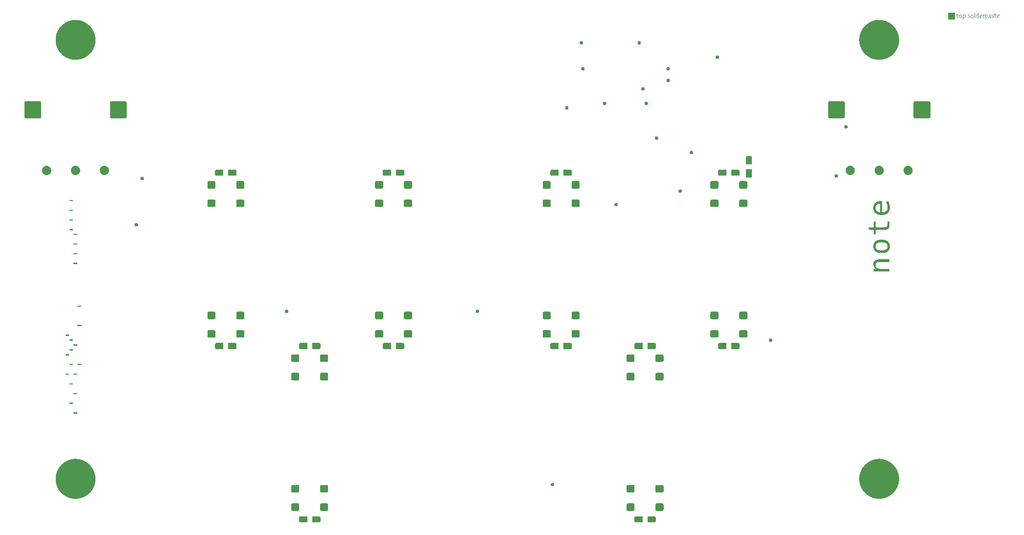
<source format=gtp>
G04                                                      *
G04 Greetings!                                           *
G04 This Gerber was generated by PCBmodE, an open source *
G04 PCB design software. Get it here:                    *
G04                                                      *
G04   http://pcbmode.com                                 *
G04                                                      *
G04 Also visit                                           *
G04                                                      *
G04   http://boldport.com                                *
G04                                                      *
G04 and follow @boldport / @pcbmode for updates!         *
G04                                                      *

G04 leading zeros omitted (L); absolute data (A); 6 integer digits and 6 fractional digits *
%FSLAX66Y66*%

G04 mode (MO): millimeters (MM) *
%MOMM*%

G04 Aperture definitions *
%ADD10C,0.001X*%
%ADD11C,0.001X*%

%LPD*%
G36*
G01X49200000Y-91400000D02*
G01X49200000Y-91800000D01*
G01X49200000Y-91800000D01*
G01X49194514Y-91852334D01*
G01X49178809Y-91900886D01*
G01X49154016Y-91944526D01*
G01X49121266Y-91982122D01*
G01X49081689Y-92012544D01*
G01X49036418Y-92034661D01*
G01X48986581Y-92047343D01*
G01X48950000Y-92050000D01*
G01X48500000Y-92050000D01*
G01X48050000Y-92050000D01*
G01X48050000Y-92050000D01*
G01X47997666Y-92044514D01*
G01X47949114Y-92028809D01*
G01X47905474Y-92004016D01*
G01X47867878Y-91971266D01*
G01X47837456Y-91931689D01*
G01X47815339Y-91886418D01*
G01X47802657Y-91836581D01*
G01X47800000Y-91800000D01*
G01X47800000Y-91400000D01*
G01X47800000Y-91000000D01*
G01X47800000Y-91000000D01*
G01X47805486Y-90947666D01*
G01X47821191Y-90899114D01*
G01X47845984Y-90855474D01*
G01X47878734Y-90817878D01*
G01X47918311Y-90787456D01*
G01X47963582Y-90765339D01*
G01X48013419Y-90752657D01*
G01X48050000Y-90750000D01*
G01X48500000Y-90750000D01*
G01X48950000Y-90750000D01*
G01X48950000Y-90750000D01*
G01X49002334Y-90755486D01*
G01X49050886Y-90771191D01*
G01X49094526Y-90795984D01*
G01X49132122Y-90828734D01*
G01X49162544Y-90868311D01*
G01X49184661Y-90913582D01*
G01X49197343Y-90963419D01*
G01X49200000Y-91000000D01*
G01X49200000Y-91400000D01*
G37*
G36*
G01X49200000Y-88200000D02*
G01X49200000Y-88600000D01*
G01X49200000Y-88600000D01*
G01X49194514Y-88652334D01*
G01X49178809Y-88700886D01*
G01X49154016Y-88744526D01*
G01X49121266Y-88782122D01*
G01X49081689Y-88812544D01*
G01X49036418Y-88834661D01*
G01X48986581Y-88847343D01*
G01X48950000Y-88850000D01*
G01X48500000Y-88850000D01*
G01X48050000Y-88850000D01*
G01X48050000Y-88850000D01*
G01X47997666Y-88844514D01*
G01X47949114Y-88828809D01*
G01X47905474Y-88804016D01*
G01X47867878Y-88771266D01*
G01X47837456Y-88731689D01*
G01X47815339Y-88686418D01*
G01X47802657Y-88636581D01*
G01X47800000Y-88600000D01*
G01X47800000Y-88200000D01*
G01X47800000Y-87800000D01*
G01X47800000Y-87800000D01*
G01X47805486Y-87747666D01*
G01X47821191Y-87699114D01*
G01X47845984Y-87655474D01*
G01X47878734Y-87617878D01*
G01X47918311Y-87587456D01*
G01X47963582Y-87565339D01*
G01X48013419Y-87552657D01*
G01X48050000Y-87550000D01*
G01X48500000Y-87550000D01*
G01X48950000Y-87550000D01*
G01X48950000Y-87550000D01*
G01X49002334Y-87555486D01*
G01X49050886Y-87571191D01*
G01X49094526Y-87595984D01*
G01X49132122Y-87628734D01*
G01X49162544Y-87668311D01*
G01X49184661Y-87713582D01*
G01X49197343Y-87763419D01*
G01X49200000Y-87800000D01*
G01X49200000Y-88200000D01*
G37*
G36*
G01X54200000Y-88200000D02*
G01X54200000Y-88600000D01*
G01X54200000Y-88600000D01*
G01X54194514Y-88652334D01*
G01X54178809Y-88700886D01*
G01X54154016Y-88744526D01*
G01X54121266Y-88782122D01*
G01X54081689Y-88812544D01*
G01X54036418Y-88834661D01*
G01X53986581Y-88847343D01*
G01X53950000Y-88850000D01*
G01X53500000Y-88850000D01*
G01X53050000Y-88850000D01*
G01X53050000Y-88850000D01*
G01X52997666Y-88844514D01*
G01X52949114Y-88828809D01*
G01X52905474Y-88804016D01*
G01X52867878Y-88771266D01*
G01X52837456Y-88731689D01*
G01X52815339Y-88686418D01*
G01X52802657Y-88636581D01*
G01X52800000Y-88600000D01*
G01X52800000Y-88200000D01*
G01X52800000Y-87800000D01*
G01X52800000Y-87800000D01*
G01X52805486Y-87747666D01*
G01X52821191Y-87699114D01*
G01X52845984Y-87655474D01*
G01X52878734Y-87617878D01*
G01X52918311Y-87587456D01*
G01X52963582Y-87565339D01*
G01X53013419Y-87552657D01*
G01X53050000Y-87550000D01*
G01X53500000Y-87550000D01*
G01X53950000Y-87550000D01*
G01X53950000Y-87550000D01*
G01X54002334Y-87555486D01*
G01X54050886Y-87571191D01*
G01X54094526Y-87595984D01*
G01X54132122Y-87628734D01*
G01X54162544Y-87668311D01*
G01X54184661Y-87713582D01*
G01X54197343Y-87763419D01*
G01X54200000Y-87800000D01*
G01X54200000Y-88200000D01*
G37*
G36*
G01X54200000Y-91400000D02*
G01X54200000Y-91800000D01*
G01X54200000Y-91800000D01*
G01X54194514Y-91852334D01*
G01X54178809Y-91900886D01*
G01X54154016Y-91944526D01*
G01X54121266Y-91982122D01*
G01X54081689Y-92012544D01*
G01X54036418Y-92034661D01*
G01X53986581Y-92047343D01*
G01X53950000Y-92050000D01*
G01X53500000Y-92050000D01*
G01X53050000Y-92050000D01*
G01X53050000Y-92050000D01*
G01X52997666Y-92044514D01*
G01X52949114Y-92028809D01*
G01X52905474Y-92004016D01*
G01X52867878Y-91971266D01*
G01X52837456Y-91931689D01*
G01X52815339Y-91886418D01*
G01X52802657Y-91836581D01*
G01X52800000Y-91800000D01*
G01X52800000Y-91400000D01*
G01X52800000Y-91000000D01*
G01X52800000Y-91000000D01*
G01X52805486Y-90947666D01*
G01X52821191Y-90899114D01*
G01X52845984Y-90855474D01*
G01X52878734Y-90817878D01*
G01X52918311Y-90787456D01*
G01X52963582Y-90765339D01*
G01X53013419Y-90752657D01*
G01X53050000Y-90750000D01*
G01X53500000Y-90750000D01*
G01X53950000Y-90750000D01*
G01X53950000Y-90750000D01*
G01X54002334Y-90755486D01*
G01X54050886Y-90771191D01*
G01X54094526Y-90795984D01*
G01X54132122Y-90828734D01*
G01X54162544Y-90868311D01*
G01X54184661Y-90913582D01*
G01X54197343Y-90963419D01*
G01X54200000Y-91000000D01*
G01X54200000Y-91400000D01*
G37*
G36*
G01X52800000Y-65600000D02*
G01X52800000Y-65200000D01*
G01X52800000Y-65200000D01*
G01X52805486Y-65147666D01*
G01X52821191Y-65099114D01*
G01X52845984Y-65055474D01*
G01X52878734Y-65017878D01*
G01X52918311Y-64987456D01*
G01X52963582Y-64965339D01*
G01X53013419Y-64952657D01*
G01X53050000Y-64950000D01*
G01X53500000Y-64950000D01*
G01X53950000Y-64950000D01*
G01X53950000Y-64950000D01*
G01X54002334Y-64955486D01*
G01X54050886Y-64971191D01*
G01X54094526Y-64995984D01*
G01X54132122Y-65028734D01*
G01X54162544Y-65068311D01*
G01X54184661Y-65113582D01*
G01X54197343Y-65163419D01*
G01X54200000Y-65200000D01*
G01X54200000Y-65600000D01*
G01X54200000Y-66000000D01*
G01X54200000Y-66000000D01*
G01X54194514Y-66052334D01*
G01X54178809Y-66100886D01*
G01X54154016Y-66144526D01*
G01X54121266Y-66182122D01*
G01X54081689Y-66212544D01*
G01X54036418Y-66234661D01*
G01X53986581Y-66247343D01*
G01X53950000Y-66250000D01*
G01X53500000Y-66250000D01*
G01X53050000Y-66250000D01*
G01X53050000Y-66250000D01*
G01X52997666Y-66244514D01*
G01X52949114Y-66228809D01*
G01X52905474Y-66204016D01*
G01X52867878Y-66171266D01*
G01X52837456Y-66131689D01*
G01X52815339Y-66086418D01*
G01X52802657Y-66036581D01*
G01X52800000Y-66000000D01*
G01X52800000Y-65600000D01*
G37*
G36*
G01X52800000Y-68800000D02*
G01X52800000Y-68400000D01*
G01X52800000Y-68400000D01*
G01X52805486Y-68347666D01*
G01X52821191Y-68299114D01*
G01X52845984Y-68255474D01*
G01X52878734Y-68217878D01*
G01X52918311Y-68187456D01*
G01X52963582Y-68165339D01*
G01X53013419Y-68152657D01*
G01X53050000Y-68150000D01*
G01X53500000Y-68150000D01*
G01X53950000Y-68150000D01*
G01X53950000Y-68150000D01*
G01X54002334Y-68155486D01*
G01X54050886Y-68171191D01*
G01X54094526Y-68195984D01*
G01X54132122Y-68228734D01*
G01X54162544Y-68268311D01*
G01X54184661Y-68313582D01*
G01X54197343Y-68363419D01*
G01X54200000Y-68400000D01*
G01X54200000Y-68800000D01*
G01X54200000Y-69200000D01*
G01X54200000Y-69200000D01*
G01X54194514Y-69252334D01*
G01X54178809Y-69300886D01*
G01X54154016Y-69344526D01*
G01X54121266Y-69382122D01*
G01X54081689Y-69412544D01*
G01X54036418Y-69434661D01*
G01X53986581Y-69447343D01*
G01X53950000Y-69450000D01*
G01X53500000Y-69450000D01*
G01X53050000Y-69450000D01*
G01X53050000Y-69450000D01*
G01X52997666Y-69444514D01*
G01X52949114Y-69428809D01*
G01X52905474Y-69404016D01*
G01X52867878Y-69371266D01*
G01X52837456Y-69331689D01*
G01X52815339Y-69286418D01*
G01X52802657Y-69236581D01*
G01X52800000Y-69200000D01*
G01X52800000Y-68800000D01*
G37*
G36*
G01X47800000Y-68800000D02*
G01X47800000Y-68400000D01*
G01X47800000Y-68400000D01*
G01X47805486Y-68347666D01*
G01X47821191Y-68299114D01*
G01X47845984Y-68255474D01*
G01X47878734Y-68217878D01*
G01X47918311Y-68187456D01*
G01X47963582Y-68165339D01*
G01X48013419Y-68152657D01*
G01X48050000Y-68150000D01*
G01X48500000Y-68150000D01*
G01X48950000Y-68150000D01*
G01X48950000Y-68150000D01*
G01X49002334Y-68155486D01*
G01X49050886Y-68171191D01*
G01X49094526Y-68195984D01*
G01X49132122Y-68228734D01*
G01X49162544Y-68268311D01*
G01X49184661Y-68313582D01*
G01X49197343Y-68363419D01*
G01X49200000Y-68400000D01*
G01X49200000Y-68800000D01*
G01X49200000Y-69200000D01*
G01X49200000Y-69200000D01*
G01X49194514Y-69252334D01*
G01X49178809Y-69300886D01*
G01X49154016Y-69344526D01*
G01X49121266Y-69382122D01*
G01X49081689Y-69412544D01*
G01X49036418Y-69434661D01*
G01X48986581Y-69447343D01*
G01X48950000Y-69450000D01*
G01X48500000Y-69450000D01*
G01X48050000Y-69450000D01*
G01X48050000Y-69450000D01*
G01X47997666Y-69444514D01*
G01X47949114Y-69428809D01*
G01X47905474Y-69404016D01*
G01X47867878Y-69371266D01*
G01X47837456Y-69331689D01*
G01X47815339Y-69286418D01*
G01X47802657Y-69236581D01*
G01X47800000Y-69200000D01*
G01X47800000Y-68800000D01*
G37*
G36*
G01X47800000Y-65600000D02*
G01X47800000Y-65200000D01*
G01X47800000Y-65200000D01*
G01X47805486Y-65147666D01*
G01X47821191Y-65099114D01*
G01X47845984Y-65055474D01*
G01X47878734Y-65017878D01*
G01X47918311Y-64987456D01*
G01X47963582Y-64965339D01*
G01X48013419Y-64952657D01*
G01X48050000Y-64950000D01*
G01X48500000Y-64950000D01*
G01X48950000Y-64950000D01*
G01X48950000Y-64950000D01*
G01X49002334Y-64955486D01*
G01X49050886Y-64971191D01*
G01X49094526Y-64995984D01*
G01X49132122Y-65028734D01*
G01X49162544Y-65068311D01*
G01X49184661Y-65113582D01*
G01X49197343Y-65163419D01*
G01X49200000Y-65200000D01*
G01X49200000Y-65600000D01*
G01X49200000Y-66000000D01*
G01X49200000Y-66000000D01*
G01X49194514Y-66052334D01*
G01X49178809Y-66100886D01*
G01X49154016Y-66144526D01*
G01X49121266Y-66182122D01*
G01X49081689Y-66212544D01*
G01X49036418Y-66234661D01*
G01X48986581Y-66247343D01*
G01X48950000Y-66250000D01*
G01X48500000Y-66250000D01*
G01X48050000Y-66250000D01*
G01X48050000Y-66250000D01*
G01X47997666Y-66244514D01*
G01X47949114Y-66228809D01*
G01X47905474Y-66204016D01*
G01X47867878Y-66171266D01*
G01X47837456Y-66131689D01*
G01X47815339Y-66086418D01*
G01X47802657Y-66036581D01*
G01X47800000Y-66000000D01*
G01X47800000Y-65600000D01*
G37*
G36*
G01X121700000Y-61400000D02*
G01X121700000Y-61800000D01*
G01X121700000Y-61800000D01*
G01X121694514Y-61852334D01*
G01X121678809Y-61900886D01*
G01X121654016Y-61944526D01*
G01X121621266Y-61982122D01*
G01X121581689Y-62012544D01*
G01X121536418Y-62034661D01*
G01X121486581Y-62047343D01*
G01X121450000Y-62050000D01*
G01X121000000Y-62050000D01*
G01X120550000Y-62050000D01*
G01X120550000Y-62050000D01*
G01X120497666Y-62044514D01*
G01X120449114Y-62028809D01*
G01X120405474Y-62004016D01*
G01X120367878Y-61971266D01*
G01X120337456Y-61931689D01*
G01X120315339Y-61886418D01*
G01X120302657Y-61836581D01*
G01X120300000Y-61800000D01*
G01X120300000Y-61400000D01*
G01X120300000Y-61000000D01*
G01X120300000Y-61000000D01*
G01X120305486Y-60947666D01*
G01X120321191Y-60899114D01*
G01X120345984Y-60855474D01*
G01X120378734Y-60817878D01*
G01X120418311Y-60787456D01*
G01X120463582Y-60765339D01*
G01X120513419Y-60752657D01*
G01X120550000Y-60750000D01*
G01X121000000Y-60750000D01*
G01X121450000Y-60750000D01*
G01X121450000Y-60750000D01*
G01X121502334Y-60755486D01*
G01X121550886Y-60771191D01*
G01X121594526Y-60795984D01*
G01X121632122Y-60828734D01*
G01X121662544Y-60868311D01*
G01X121684661Y-60913582D01*
G01X121697343Y-60963419D01*
G01X121700000Y-61000000D01*
G01X121700000Y-61400000D01*
G37*
G36*
G01X121700000Y-58200000D02*
G01X121700000Y-58600000D01*
G01X121700000Y-58600000D01*
G01X121694514Y-58652334D01*
G01X121678809Y-58700886D01*
G01X121654016Y-58744526D01*
G01X121621266Y-58782122D01*
G01X121581689Y-58812544D01*
G01X121536418Y-58834661D01*
G01X121486581Y-58847343D01*
G01X121450000Y-58850000D01*
G01X121000000Y-58850000D01*
G01X120550000Y-58850000D01*
G01X120550000Y-58850000D01*
G01X120497666Y-58844514D01*
G01X120449114Y-58828809D01*
G01X120405474Y-58804016D01*
G01X120367878Y-58771266D01*
G01X120337456Y-58731689D01*
G01X120315339Y-58686418D01*
G01X120302657Y-58636581D01*
G01X120300000Y-58600000D01*
G01X120300000Y-58200000D01*
G01X120300000Y-57800000D01*
G01X120300000Y-57800000D01*
G01X120305486Y-57747666D01*
G01X120321191Y-57699114D01*
G01X120345984Y-57655474D01*
G01X120378734Y-57617878D01*
G01X120418311Y-57587456D01*
G01X120463582Y-57565339D01*
G01X120513419Y-57552657D01*
G01X120550000Y-57550000D01*
G01X121000000Y-57550000D01*
G01X121450000Y-57550000D01*
G01X121450000Y-57550000D01*
G01X121502334Y-57555486D01*
G01X121550886Y-57571191D01*
G01X121594526Y-57595984D01*
G01X121632122Y-57628734D01*
G01X121662544Y-57668311D01*
G01X121684661Y-57713582D01*
G01X121697343Y-57763419D01*
G01X121700000Y-57800000D01*
G01X121700000Y-58200000D01*
G37*
G36*
G01X126700000Y-58200000D02*
G01X126700000Y-58600000D01*
G01X126700000Y-58600000D01*
G01X126694514Y-58652334D01*
G01X126678809Y-58700886D01*
G01X126654016Y-58744526D01*
G01X126621266Y-58782122D01*
G01X126581689Y-58812544D01*
G01X126536418Y-58834661D01*
G01X126486581Y-58847343D01*
G01X126450000Y-58850000D01*
G01X126000000Y-58850000D01*
G01X125550000Y-58850000D01*
G01X125550000Y-58850000D01*
G01X125497666Y-58844514D01*
G01X125449114Y-58828809D01*
G01X125405474Y-58804016D01*
G01X125367878Y-58771266D01*
G01X125337456Y-58731689D01*
G01X125315339Y-58686418D01*
G01X125302657Y-58636581D01*
G01X125300000Y-58600000D01*
G01X125300000Y-58200000D01*
G01X125300000Y-57800000D01*
G01X125300000Y-57800000D01*
G01X125305486Y-57747666D01*
G01X125321191Y-57699114D01*
G01X125345984Y-57655474D01*
G01X125378734Y-57617878D01*
G01X125418311Y-57587456D01*
G01X125463582Y-57565339D01*
G01X125513419Y-57552657D01*
G01X125550000Y-57550000D01*
G01X126000000Y-57550000D01*
G01X126450000Y-57550000D01*
G01X126450000Y-57550000D01*
G01X126502334Y-57555486D01*
G01X126550886Y-57571191D01*
G01X126594526Y-57595984D01*
G01X126632122Y-57628734D01*
G01X126662544Y-57668311D01*
G01X126684661Y-57713582D01*
G01X126697343Y-57763419D01*
G01X126700000Y-57800000D01*
G01X126700000Y-58200000D01*
G37*
G36*
G01X126700000Y-61400000D02*
G01X126700000Y-61800000D01*
G01X126700000Y-61800000D01*
G01X126694514Y-61852334D01*
G01X126678809Y-61900886D01*
G01X126654016Y-61944526D01*
G01X126621266Y-61982122D01*
G01X126581689Y-62012544D01*
G01X126536418Y-62034661D01*
G01X126486581Y-62047343D01*
G01X126450000Y-62050000D01*
G01X126000000Y-62050000D01*
G01X125550000Y-62050000D01*
G01X125550000Y-62050000D01*
G01X125497666Y-62044514D01*
G01X125449114Y-62028809D01*
G01X125405474Y-62004016D01*
G01X125367878Y-61971266D01*
G01X125337456Y-61931689D01*
G01X125315339Y-61886418D01*
G01X125302657Y-61836581D01*
G01X125300000Y-61800000D01*
G01X125300000Y-61400000D01*
G01X125300000Y-61000000D01*
G01X125300000Y-61000000D01*
G01X125305486Y-60947666D01*
G01X125321191Y-60899114D01*
G01X125345984Y-60855474D01*
G01X125378734Y-60817878D01*
G01X125418311Y-60787456D01*
G01X125463582Y-60765339D01*
G01X125513419Y-60752657D01*
G01X125550000Y-60750000D01*
G01X126000000Y-60750000D01*
G01X126450000Y-60750000D01*
G01X126450000Y-60750000D01*
G01X126502334Y-60755486D01*
G01X126550886Y-60771191D01*
G01X126594526Y-60795984D01*
G01X126632122Y-60828734D01*
G01X126662544Y-60868311D01*
G01X126684661Y-60913582D01*
G01X126697343Y-60963419D01*
G01X126700000Y-61000000D01*
G01X126700000Y-61400000D01*
G37*
G36*
G01X125300000Y-35600000D02*
G01X125300000Y-35200000D01*
G01X125300000Y-35200000D01*
G01X125305486Y-35147666D01*
G01X125321191Y-35099114D01*
G01X125345984Y-35055474D01*
G01X125378734Y-35017878D01*
G01X125418311Y-34987456D01*
G01X125463582Y-34965339D01*
G01X125513419Y-34952657D01*
G01X125550000Y-34950000D01*
G01X126000000Y-34950000D01*
G01X126450000Y-34950000D01*
G01X126450000Y-34950000D01*
G01X126502334Y-34955486D01*
G01X126550886Y-34971191D01*
G01X126594526Y-34995984D01*
G01X126632122Y-35028734D01*
G01X126662544Y-35068311D01*
G01X126684661Y-35113582D01*
G01X126697343Y-35163419D01*
G01X126700000Y-35200000D01*
G01X126700000Y-35600000D01*
G01X126700000Y-36000000D01*
G01X126700000Y-36000000D01*
G01X126694514Y-36052334D01*
G01X126678809Y-36100886D01*
G01X126654016Y-36144526D01*
G01X126621266Y-36182122D01*
G01X126581689Y-36212544D01*
G01X126536418Y-36234661D01*
G01X126486581Y-36247343D01*
G01X126450000Y-36250000D01*
G01X126000000Y-36250000D01*
G01X125550000Y-36250000D01*
G01X125550000Y-36250000D01*
G01X125497666Y-36244514D01*
G01X125449114Y-36228809D01*
G01X125405474Y-36204016D01*
G01X125367878Y-36171266D01*
G01X125337456Y-36131689D01*
G01X125315339Y-36086418D01*
G01X125302657Y-36036581D01*
G01X125300000Y-36000000D01*
G01X125300000Y-35600000D01*
G37*
G36*
G01X125300000Y-38800000D02*
G01X125300000Y-38400000D01*
G01X125300000Y-38400000D01*
G01X125305486Y-38347666D01*
G01X125321191Y-38299114D01*
G01X125345984Y-38255474D01*
G01X125378734Y-38217878D01*
G01X125418311Y-38187456D01*
G01X125463582Y-38165339D01*
G01X125513419Y-38152657D01*
G01X125550000Y-38150000D01*
G01X126000000Y-38150000D01*
G01X126450000Y-38150000D01*
G01X126450000Y-38150000D01*
G01X126502334Y-38155486D01*
G01X126550886Y-38171191D01*
G01X126594526Y-38195984D01*
G01X126632122Y-38228734D01*
G01X126662544Y-38268311D01*
G01X126684661Y-38313582D01*
G01X126697343Y-38363419D01*
G01X126700000Y-38400000D01*
G01X126700000Y-38800000D01*
G01X126700000Y-39200000D01*
G01X126700000Y-39200000D01*
G01X126694514Y-39252334D01*
G01X126678809Y-39300886D01*
G01X126654016Y-39344526D01*
G01X126621266Y-39382122D01*
G01X126581689Y-39412544D01*
G01X126536418Y-39434661D01*
G01X126486581Y-39447343D01*
G01X126450000Y-39450000D01*
G01X126000000Y-39450000D01*
G01X125550000Y-39450000D01*
G01X125550000Y-39450000D01*
G01X125497666Y-39444514D01*
G01X125449114Y-39428809D01*
G01X125405474Y-39404016D01*
G01X125367878Y-39371266D01*
G01X125337456Y-39331689D01*
G01X125315339Y-39286418D01*
G01X125302657Y-39236581D01*
G01X125300000Y-39200000D01*
G01X125300000Y-38800000D01*
G37*
G36*
G01X120300000Y-38800000D02*
G01X120300000Y-38400000D01*
G01X120300000Y-38400000D01*
G01X120305486Y-38347666D01*
G01X120321191Y-38299114D01*
G01X120345984Y-38255474D01*
G01X120378734Y-38217878D01*
G01X120418311Y-38187456D01*
G01X120463582Y-38165339D01*
G01X120513419Y-38152657D01*
G01X120550000Y-38150000D01*
G01X121000000Y-38150000D01*
G01X121450000Y-38150000D01*
G01X121450000Y-38150000D01*
G01X121502334Y-38155486D01*
G01X121550886Y-38171191D01*
G01X121594526Y-38195984D01*
G01X121632122Y-38228734D01*
G01X121662544Y-38268311D01*
G01X121684661Y-38313582D01*
G01X121697343Y-38363419D01*
G01X121700000Y-38400000D01*
G01X121700000Y-38800000D01*
G01X121700000Y-39200000D01*
G01X121700000Y-39200000D01*
G01X121694514Y-39252334D01*
G01X121678809Y-39300886D01*
G01X121654016Y-39344526D01*
G01X121621266Y-39382122D01*
G01X121581689Y-39412544D01*
G01X121536418Y-39434661D01*
G01X121486581Y-39447343D01*
G01X121450000Y-39450000D01*
G01X121000000Y-39450000D01*
G01X120550000Y-39450000D01*
G01X120550000Y-39450000D01*
G01X120497666Y-39444514D01*
G01X120449114Y-39428809D01*
G01X120405474Y-39404016D01*
G01X120367878Y-39371266D01*
G01X120337456Y-39331689D01*
G01X120315339Y-39286418D01*
G01X120302657Y-39236581D01*
G01X120300000Y-39200000D01*
G01X120300000Y-38800000D01*
G37*
G36*
G01X120300000Y-35600000D02*
G01X120300000Y-35200000D01*
G01X120300000Y-35200000D01*
G01X120305486Y-35147666D01*
G01X120321191Y-35099114D01*
G01X120345984Y-35055474D01*
G01X120378734Y-35017878D01*
G01X120418311Y-34987456D01*
G01X120463582Y-34965339D01*
G01X120513419Y-34952657D01*
G01X120550000Y-34950000D01*
G01X121000000Y-34950000D01*
G01X121450000Y-34950000D01*
G01X121450000Y-34950000D01*
G01X121502334Y-34955486D01*
G01X121550886Y-34971191D01*
G01X121594526Y-34995984D01*
G01X121632122Y-35028734D01*
G01X121662544Y-35068311D01*
G01X121684661Y-35113582D01*
G01X121697343Y-35163419D01*
G01X121700000Y-35200000D01*
G01X121700000Y-35600000D01*
G01X121700000Y-36000000D01*
G01X121700000Y-36000000D01*
G01X121694514Y-36052334D01*
G01X121678809Y-36100886D01*
G01X121654016Y-36144526D01*
G01X121621266Y-36182122D01*
G01X121581689Y-36212544D01*
G01X121536418Y-36234661D01*
G01X121486581Y-36247343D01*
G01X121450000Y-36250000D01*
G01X121000000Y-36250000D01*
G01X120550000Y-36250000D01*
G01X120550000Y-36250000D01*
G01X120497666Y-36244514D01*
G01X120449114Y-36228809D01*
G01X120405474Y-36204016D01*
G01X120367878Y-36171266D01*
G01X120337456Y-36131689D01*
G01X120315339Y-36086418D01*
G01X120302657Y-36036581D01*
G01X120300000Y-36000000D01*
G01X120300000Y-35600000D01*
G37*
G36*
G01X107200000Y-91400000D02*
G01X107200000Y-91800000D01*
G01X107200000Y-91800000D01*
G01X107194514Y-91852334D01*
G01X107178809Y-91900886D01*
G01X107154016Y-91944526D01*
G01X107121266Y-91982122D01*
G01X107081689Y-92012544D01*
G01X107036418Y-92034661D01*
G01X106986581Y-92047343D01*
G01X106950000Y-92050000D01*
G01X106500000Y-92050000D01*
G01X106050000Y-92050000D01*
G01X106050000Y-92050000D01*
G01X105997666Y-92044514D01*
G01X105949114Y-92028809D01*
G01X105905474Y-92004016D01*
G01X105867878Y-91971266D01*
G01X105837456Y-91931689D01*
G01X105815339Y-91886418D01*
G01X105802657Y-91836581D01*
G01X105800000Y-91800000D01*
G01X105800000Y-91400000D01*
G01X105800000Y-91000000D01*
G01X105800000Y-91000000D01*
G01X105805486Y-90947666D01*
G01X105821191Y-90899114D01*
G01X105845984Y-90855474D01*
G01X105878734Y-90817878D01*
G01X105918311Y-90787456D01*
G01X105963582Y-90765339D01*
G01X106013419Y-90752657D01*
G01X106050000Y-90750000D01*
G01X106500000Y-90750000D01*
G01X106950000Y-90750000D01*
G01X106950000Y-90750000D01*
G01X107002334Y-90755486D01*
G01X107050886Y-90771191D01*
G01X107094526Y-90795984D01*
G01X107132122Y-90828734D01*
G01X107162544Y-90868311D01*
G01X107184661Y-90913582D01*
G01X107197343Y-90963419D01*
G01X107200000Y-91000000D01*
G01X107200000Y-91400000D01*
G37*
G36*
G01X107200000Y-88200000D02*
G01X107200000Y-88600000D01*
G01X107200000Y-88600000D01*
G01X107194514Y-88652334D01*
G01X107178809Y-88700886D01*
G01X107154016Y-88744526D01*
G01X107121266Y-88782122D01*
G01X107081689Y-88812544D01*
G01X107036418Y-88834661D01*
G01X106986581Y-88847343D01*
G01X106950000Y-88850000D01*
G01X106500000Y-88850000D01*
G01X106050000Y-88850000D01*
G01X106050000Y-88850000D01*
G01X105997666Y-88844514D01*
G01X105949114Y-88828809D01*
G01X105905474Y-88804016D01*
G01X105867878Y-88771266D01*
G01X105837456Y-88731689D01*
G01X105815339Y-88686418D01*
G01X105802657Y-88636581D01*
G01X105800000Y-88600000D01*
G01X105800000Y-88200000D01*
G01X105800000Y-87800000D01*
G01X105800000Y-87800000D01*
G01X105805486Y-87747666D01*
G01X105821191Y-87699114D01*
G01X105845984Y-87655474D01*
G01X105878734Y-87617878D01*
G01X105918311Y-87587456D01*
G01X105963582Y-87565339D01*
G01X106013419Y-87552657D01*
G01X106050000Y-87550000D01*
G01X106500000Y-87550000D01*
G01X106950000Y-87550000D01*
G01X106950000Y-87550000D01*
G01X107002334Y-87555486D01*
G01X107050886Y-87571191D01*
G01X107094526Y-87595984D01*
G01X107132122Y-87628734D01*
G01X107162544Y-87668311D01*
G01X107184661Y-87713582D01*
G01X107197343Y-87763419D01*
G01X107200000Y-87800000D01*
G01X107200000Y-88200000D01*
G37*
G36*
G01X112200000Y-88200000D02*
G01X112200000Y-88600000D01*
G01X112200000Y-88600000D01*
G01X112194514Y-88652334D01*
G01X112178809Y-88700886D01*
G01X112154016Y-88744526D01*
G01X112121266Y-88782122D01*
G01X112081689Y-88812544D01*
G01X112036418Y-88834661D01*
G01X111986581Y-88847343D01*
G01X111950000Y-88850000D01*
G01X111500000Y-88850000D01*
G01X111050000Y-88850000D01*
G01X111050000Y-88850000D01*
G01X110997666Y-88844514D01*
G01X110949114Y-88828809D01*
G01X110905474Y-88804016D01*
G01X110867878Y-88771266D01*
G01X110837456Y-88731689D01*
G01X110815339Y-88686418D01*
G01X110802657Y-88636581D01*
G01X110800000Y-88600000D01*
G01X110800000Y-88200000D01*
G01X110800000Y-87800000D01*
G01X110800000Y-87800000D01*
G01X110805486Y-87747666D01*
G01X110821191Y-87699114D01*
G01X110845984Y-87655474D01*
G01X110878734Y-87617878D01*
G01X110918311Y-87587456D01*
G01X110963582Y-87565339D01*
G01X111013419Y-87552657D01*
G01X111050000Y-87550000D01*
G01X111500000Y-87550000D01*
G01X111950000Y-87550000D01*
G01X111950000Y-87550000D01*
G01X112002334Y-87555486D01*
G01X112050886Y-87571191D01*
G01X112094526Y-87595984D01*
G01X112132122Y-87628734D01*
G01X112162544Y-87668311D01*
G01X112184661Y-87713582D01*
G01X112197343Y-87763419D01*
G01X112200000Y-87800000D01*
G01X112200000Y-88200000D01*
G37*
G36*
G01X112200000Y-91400000D02*
G01X112200000Y-91800000D01*
G01X112200000Y-91800000D01*
G01X112194514Y-91852334D01*
G01X112178809Y-91900886D01*
G01X112154016Y-91944526D01*
G01X112121266Y-91982122D01*
G01X112081689Y-92012544D01*
G01X112036418Y-92034661D01*
G01X111986581Y-92047343D01*
G01X111950000Y-92050000D01*
G01X111500000Y-92050000D01*
G01X111050000Y-92050000D01*
G01X111050000Y-92050000D01*
G01X110997666Y-92044514D01*
G01X110949114Y-92028809D01*
G01X110905474Y-92004016D01*
G01X110867878Y-91971266D01*
G01X110837456Y-91931689D01*
G01X110815339Y-91886418D01*
G01X110802657Y-91836581D01*
G01X110800000Y-91800000D01*
G01X110800000Y-91400000D01*
G01X110800000Y-91000000D01*
G01X110800000Y-91000000D01*
G01X110805486Y-90947666D01*
G01X110821191Y-90899114D01*
G01X110845984Y-90855474D01*
G01X110878734Y-90817878D01*
G01X110918311Y-90787456D01*
G01X110963582Y-90765339D01*
G01X111013419Y-90752657D01*
G01X111050000Y-90750000D01*
G01X111500000Y-90750000D01*
G01X111950000Y-90750000D01*
G01X111950000Y-90750000D01*
G01X112002334Y-90755486D01*
G01X112050886Y-90771191D01*
G01X112094526Y-90795984D01*
G01X112132122Y-90828734D01*
G01X112162544Y-90868311D01*
G01X112184661Y-90913582D01*
G01X112197343Y-90963419D01*
G01X112200000Y-91000000D01*
G01X112200000Y-91400000D01*
G37*
G36*
G01X144500000Y-33900000D02*
G01X144500000Y-33900000D01*
G01X144552600Y-33898298D01*
G01X144604292Y-33893264D01*
G01X144654970Y-33885001D01*
G01X144704528Y-33873617D01*
G01X144752862Y-33859215D01*
G01X144799865Y-33841903D01*
G01X144845433Y-33821784D01*
G01X144889460Y-33798965D01*
G01X144931841Y-33773550D01*
G01X144972470Y-33745646D01*
G01X145011241Y-33715358D01*
G01X145048050Y-33682791D01*
G01X145082791Y-33648050D01*
G01X145115358Y-33611241D01*
G01X145145646Y-33572470D01*
G01X145173551Y-33531841D01*
G01X145198965Y-33489460D01*
G01X145221784Y-33445433D01*
G01X145241903Y-33399865D01*
G01X145259215Y-33352862D01*
G01X145273617Y-33304528D01*
G01X145285001Y-33254970D01*
G01X145293264Y-33204292D01*
G01X145298298Y-33152600D01*
G01X145300000Y-33100000D01*
G01X145300000Y-33100000D01*
G01X145300000Y-33100000D01*
G01X145298298Y-33047400D01*
G01X145293264Y-32995708D01*
G01X145285001Y-32945030D01*
G01X145273617Y-32895472D01*
G01X145259215Y-32847138D01*
G01X145241903Y-32800135D01*
G01X145221784Y-32754567D01*
G01X145198965Y-32710540D01*
G01X145173551Y-32668159D01*
G01X145145646Y-32627530D01*
G01X145115358Y-32588759D01*
G01X145082791Y-32551950D01*
G01X145048050Y-32517209D01*
G01X145011241Y-32484642D01*
G01X144972470Y-32454354D01*
G01X144931841Y-32426449D01*
G01X144889460Y-32401035D01*
G01X144845433Y-32378216D01*
G01X144799865Y-32358097D01*
G01X144752862Y-32340785D01*
G01X144704528Y-32326383D01*
G01X144654970Y-32314999D01*
G01X144604292Y-32306736D01*
G01X144552600Y-32301702D01*
G01X144500000Y-32300000D01*
G01X144500000Y-32300000D01*
G01X144500000Y-32300000D01*
G01X144447400Y-32301702D01*
G01X144395708Y-32306736D01*
G01X144345030Y-32314999D01*
G01X144295472Y-32326383D01*
G01X144247138Y-32340785D01*
G01X144200135Y-32358097D01*
G01X144154567Y-32378216D01*
G01X144110540Y-32401035D01*
G01X144068159Y-32426449D01*
G01X144027530Y-32454354D01*
G01X143988759Y-32484642D01*
G01X143951950Y-32517209D01*
G01X143917209Y-32551950D01*
G01X143884642Y-32588759D01*
G01X143854354Y-32627530D01*
G01X143826449Y-32668159D01*
G01X143801035Y-32710540D01*
G01X143778216Y-32754567D01*
G01X143758097Y-32800135D01*
G01X143740785Y-32847138D01*
G01X143726383Y-32895472D01*
G01X143714999Y-32945030D01*
G01X143706736Y-32995708D01*
G01X143701702Y-33047400D01*
G01X143700000Y-33100000D01*
G01X143700000Y-33100000D01*
G01X143700000Y-33100000D01*
G01X143701702Y-33152600D01*
G01X143706736Y-33204292D01*
G01X143714999Y-33254970D01*
G01X143726383Y-33304528D01*
G01X143740785Y-33352862D01*
G01X143758097Y-33399865D01*
G01X143778216Y-33445433D01*
G01X143801035Y-33489460D01*
G01X143826449Y-33531841D01*
G01X143854354Y-33572470D01*
G01X143884642Y-33611241D01*
G01X143917209Y-33648050D01*
G01X143951950Y-33682791D01*
G01X143988759Y-33715358D01*
G01X144027530Y-33745646D01*
G01X144068159Y-33773550D01*
G01X144110540Y-33798965D01*
G01X144154567Y-33821784D01*
G01X144200135Y-33841903D01*
G01X144247138Y-33859215D01*
G01X144295472Y-33873617D01*
G01X144345030Y-33885001D01*
G01X144395708Y-33893264D01*
G01X144447400Y-33898298D01*
G01X144500000Y-33900000D01*
G01X144500000Y-33900000D01*
G37*
G36*
G01X140650000Y-22600000D02*
G01X140650000Y-21400000D01*
G01X140650000Y-21400000D01*
G01X140653927Y-21351339D01*
G01X140665294Y-21305177D01*
G01X140683486Y-21262133D01*
G01X140707883Y-21222824D01*
G01X140737868Y-21187868D01*
G01X140772824Y-21157883D01*
G01X140812133Y-21133486D01*
G01X140855177Y-21115294D01*
G01X140901339Y-21103927D01*
G01X140950000Y-21100000D01*
G01X140950000Y-21100000D01*
G01X142100000Y-21100000D01*
G01X143250000Y-21100000D01*
G01X143250000Y-21100000D01*
G01X143298661Y-21103927D01*
G01X143344823Y-21115294D01*
G01X143387867Y-21133486D01*
G01X143427176Y-21157883D01*
G01X143462132Y-21187868D01*
G01X143492117Y-21222824D01*
G01X143516514Y-21262133D01*
G01X143534706Y-21305177D01*
G01X143546074Y-21351339D01*
G01X143550000Y-21400000D01*
G01X143550000Y-21400000D01*
G01X143550000Y-22600000D01*
G01X143550000Y-23800000D01*
G01X143550000Y-23800000D01*
G01X143546073Y-23848661D01*
G01X143534706Y-23894823D01*
G01X143516514Y-23937867D01*
G01X143492117Y-23977176D01*
G01X143462132Y-24012132D01*
G01X143427176Y-24042117D01*
G01X143387867Y-24066514D01*
G01X143344823Y-24084706D01*
G01X143298661Y-24096073D01*
G01X143250000Y-24100000D01*
G01X143250000Y-24100000D01*
G01X142100000Y-24100000D01*
G01X140950000Y-24100000D01*
G01X140950000Y-24100000D01*
G01X140901339Y-24096073D01*
G01X140855177Y-24084706D01*
G01X140812133Y-24066514D01*
G01X140772824Y-24042117D01*
G01X140737868Y-24012132D01*
G01X140707883Y-23977176D01*
G01X140683486Y-23937867D01*
G01X140665294Y-23894823D01*
G01X140653927Y-23848661D01*
G01X140650000Y-23800000D01*
G01X140650000Y-23800000D01*
G01X140650000Y-22600000D01*
G37*
G36*
G01X154500000Y-33900000D02*
G01X154500000Y-33900000D01*
G01X154552600Y-33898298D01*
G01X154604292Y-33893264D01*
G01X154654970Y-33885001D01*
G01X154704528Y-33873617D01*
G01X154752862Y-33859215D01*
G01X154799865Y-33841903D01*
G01X154845433Y-33821784D01*
G01X154889460Y-33798965D01*
G01X154931841Y-33773550D01*
G01X154972470Y-33745646D01*
G01X155011241Y-33715358D01*
G01X155048050Y-33682791D01*
G01X155082791Y-33648050D01*
G01X155115358Y-33611241D01*
G01X155145646Y-33572470D01*
G01X155173551Y-33531841D01*
G01X155198965Y-33489460D01*
G01X155221784Y-33445433D01*
G01X155241903Y-33399865D01*
G01X155259215Y-33352862D01*
G01X155273617Y-33304528D01*
G01X155285001Y-33254970D01*
G01X155293264Y-33204292D01*
G01X155298298Y-33152600D01*
G01X155300000Y-33100000D01*
G01X155300000Y-33100000D01*
G01X155300000Y-33100000D01*
G01X155298298Y-33047400D01*
G01X155293264Y-32995708D01*
G01X155285001Y-32945030D01*
G01X155273617Y-32895472D01*
G01X155259215Y-32847138D01*
G01X155241903Y-32800135D01*
G01X155221784Y-32754567D01*
G01X155198965Y-32710540D01*
G01X155173551Y-32668159D01*
G01X155145646Y-32627530D01*
G01X155115358Y-32588759D01*
G01X155082791Y-32551950D01*
G01X155048050Y-32517209D01*
G01X155011241Y-32484642D01*
G01X154972470Y-32454354D01*
G01X154931841Y-32426449D01*
G01X154889460Y-32401035D01*
G01X154845433Y-32378216D01*
G01X154799865Y-32358097D01*
G01X154752862Y-32340785D01*
G01X154704528Y-32326383D01*
G01X154654970Y-32314999D01*
G01X154604292Y-32306736D01*
G01X154552600Y-32301702D01*
G01X154500000Y-32300000D01*
G01X154500000Y-32300000D01*
G01X154500000Y-32300000D01*
G01X154447400Y-32301702D01*
G01X154395708Y-32306736D01*
G01X154345030Y-32314999D01*
G01X154295472Y-32326383D01*
G01X154247138Y-32340785D01*
G01X154200135Y-32358097D01*
G01X154154567Y-32378216D01*
G01X154110540Y-32401035D01*
G01X154068159Y-32426449D01*
G01X154027530Y-32454354D01*
G01X153988759Y-32484642D01*
G01X153951950Y-32517209D01*
G01X153917209Y-32551950D01*
G01X153884642Y-32588759D01*
G01X153854354Y-32627530D01*
G01X153826449Y-32668159D01*
G01X153801035Y-32710540D01*
G01X153778216Y-32754567D01*
G01X153758097Y-32800135D01*
G01X153740785Y-32847138D01*
G01X153726383Y-32895472D01*
G01X153714999Y-32945030D01*
G01X153706736Y-32995708D01*
G01X153701702Y-33047400D01*
G01X153700000Y-33100000D01*
G01X153700000Y-33100000D01*
G01X153700000Y-33100000D01*
G01X153701702Y-33152600D01*
G01X153706736Y-33204292D01*
G01X153714999Y-33254970D01*
G01X153726383Y-33304528D01*
G01X153740785Y-33352862D01*
G01X153758097Y-33399865D01*
G01X153778216Y-33445433D01*
G01X153801035Y-33489460D01*
G01X153826449Y-33531841D01*
G01X153854354Y-33572470D01*
G01X153884642Y-33611241D01*
G01X153917209Y-33648050D01*
G01X153951950Y-33682791D01*
G01X153988759Y-33715358D01*
G01X154027530Y-33745646D01*
G01X154068159Y-33773550D01*
G01X154110540Y-33798965D01*
G01X154154567Y-33821784D01*
G01X154200135Y-33841903D01*
G01X154247138Y-33859215D01*
G01X154295472Y-33873617D01*
G01X154345030Y-33885001D01*
G01X154395708Y-33893264D01*
G01X154447400Y-33898298D01*
G01X154500000Y-33900000D01*
G01X154500000Y-33900000D01*
G37*
G36*
G01X149500000Y-33900000D02*
G01X149500000Y-33900000D01*
G01X149552600Y-33898298D01*
G01X149604292Y-33893264D01*
G01X149654970Y-33885001D01*
G01X149704528Y-33873617D01*
G01X149752862Y-33859215D01*
G01X149799865Y-33841903D01*
G01X149845433Y-33821784D01*
G01X149889460Y-33798965D01*
G01X149931841Y-33773550D01*
G01X149972470Y-33745646D01*
G01X150011241Y-33715358D01*
G01X150048050Y-33682791D01*
G01X150082791Y-33648050D01*
G01X150115358Y-33611241D01*
G01X150145646Y-33572470D01*
G01X150173551Y-33531841D01*
G01X150198965Y-33489460D01*
G01X150221784Y-33445433D01*
G01X150241903Y-33399865D01*
G01X150259215Y-33352862D01*
G01X150273617Y-33304528D01*
G01X150285001Y-33254970D01*
G01X150293264Y-33204292D01*
G01X150298298Y-33152600D01*
G01X150300000Y-33100000D01*
G01X150300000Y-33100000D01*
G01X150300000Y-33100000D01*
G01X150298298Y-33047400D01*
G01X150293264Y-32995708D01*
G01X150285001Y-32945030D01*
G01X150273617Y-32895472D01*
G01X150259215Y-32847138D01*
G01X150241903Y-32800135D01*
G01X150221784Y-32754567D01*
G01X150198965Y-32710540D01*
G01X150173551Y-32668159D01*
G01X150145646Y-32627530D01*
G01X150115358Y-32588759D01*
G01X150082791Y-32551950D01*
G01X150048050Y-32517209D01*
G01X150011241Y-32484642D01*
G01X149972470Y-32454354D01*
G01X149931841Y-32426449D01*
G01X149889460Y-32401035D01*
G01X149845433Y-32378216D01*
G01X149799865Y-32358097D01*
G01X149752862Y-32340785D01*
G01X149704528Y-32326383D01*
G01X149654970Y-32314999D01*
G01X149604292Y-32306736D01*
G01X149552600Y-32301702D01*
G01X149500000Y-32300000D01*
G01X149500000Y-32300000D01*
G01X149500000Y-32300000D01*
G01X149447400Y-32301702D01*
G01X149395708Y-32306736D01*
G01X149345030Y-32314999D01*
G01X149295472Y-32326383D01*
G01X149247138Y-32340785D01*
G01X149200135Y-32358097D01*
G01X149154567Y-32378216D01*
G01X149110540Y-32401035D01*
G01X149068159Y-32426449D01*
G01X149027530Y-32454354D01*
G01X148988759Y-32484642D01*
G01X148951950Y-32517209D01*
G01X148917209Y-32551950D01*
G01X148884642Y-32588759D01*
G01X148854354Y-32627530D01*
G01X148826449Y-32668159D01*
G01X148801035Y-32710540D01*
G01X148778216Y-32754567D01*
G01X148758097Y-32800135D01*
G01X148740785Y-32847138D01*
G01X148726383Y-32895472D01*
G01X148714999Y-32945030D01*
G01X148706736Y-32995708D01*
G01X148701702Y-33047400D01*
G01X148700000Y-33100000D01*
G01X148700000Y-33100000D01*
G01X148700000Y-33100000D01*
G01X148701702Y-33152600D01*
G01X148706736Y-33204292D01*
G01X148714999Y-33254970D01*
G01X148726383Y-33304528D01*
G01X148740785Y-33352862D01*
G01X148758097Y-33399865D01*
G01X148778216Y-33445433D01*
G01X148801035Y-33489460D01*
G01X148826449Y-33531841D01*
G01X148854354Y-33572470D01*
G01X148884642Y-33611241D01*
G01X148917209Y-33648050D01*
G01X148951950Y-33682791D01*
G01X148988759Y-33715358D01*
G01X149027530Y-33745646D01*
G01X149068159Y-33773550D01*
G01X149110540Y-33798965D01*
G01X149154567Y-33821784D01*
G01X149200135Y-33841903D01*
G01X149247138Y-33859215D01*
G01X149295472Y-33873617D01*
G01X149345030Y-33885001D01*
G01X149395708Y-33893264D01*
G01X149447400Y-33898298D01*
G01X149500000Y-33900000D01*
G01X149500000Y-33900000D01*
G37*
G36*
G01X155450000Y-22600000D02*
G01X155450000Y-21400000D01*
G01X155450000Y-21400000D01*
G01X155453927Y-21351339D01*
G01X155465294Y-21305177D01*
G01X155483486Y-21262133D01*
G01X155507883Y-21222824D01*
G01X155537868Y-21187868D01*
G01X155572824Y-21157883D01*
G01X155612133Y-21133486D01*
G01X155655177Y-21115294D01*
G01X155701339Y-21103927D01*
G01X155750000Y-21100000D01*
G01X155750000Y-21100000D01*
G01X156900000Y-21100000D01*
G01X158050000Y-21100000D01*
G01X158050000Y-21100000D01*
G01X158098661Y-21103927D01*
G01X158144823Y-21115294D01*
G01X158187867Y-21133486D01*
G01X158227176Y-21157883D01*
G01X158262132Y-21187868D01*
G01X158292117Y-21222824D01*
G01X158316514Y-21262133D01*
G01X158334706Y-21305177D01*
G01X158346073Y-21351339D01*
G01X158350000Y-21400000D01*
G01X158350000Y-21400000D01*
G01X158350000Y-22600000D01*
G01X158350000Y-23800000D01*
G01X158350000Y-23800000D01*
G01X158346073Y-23848661D01*
G01X158334706Y-23894823D01*
G01X158316514Y-23937867D01*
G01X158292117Y-23977176D01*
G01X158262132Y-24012132D01*
G01X158227176Y-24042117D01*
G01X158187867Y-24066514D01*
G01X158144823Y-24084706D01*
G01X158098661Y-24096073D01*
G01X158050000Y-24100000D01*
G01X158050000Y-24100000D01*
G01X156900000Y-24100000D01*
G01X155750000Y-24100000D01*
G01X155750000Y-24100000D01*
G01X155701339Y-24096073D01*
G01X155655177Y-24084706D01*
G01X155612133Y-24066514D01*
G01X155572824Y-24042117D01*
G01X155537868Y-24012132D01*
G01X155507883Y-23977176D01*
G01X155483486Y-23937867D01*
G01X155465294Y-23894823D01*
G01X155453926Y-23848661D01*
G01X155450000Y-23800000D01*
G01X155450000Y-23800000D01*
G01X155450000Y-22600000D01*
G37*
G36*
G01X110800000Y-65600000D02*
G01X110800000Y-65200000D01*
G01X110800000Y-65200000D01*
G01X110805486Y-65147666D01*
G01X110821191Y-65099114D01*
G01X110845984Y-65055474D01*
G01X110878734Y-65017878D01*
G01X110918311Y-64987456D01*
G01X110963582Y-64965339D01*
G01X111013419Y-64952657D01*
G01X111050000Y-64950000D01*
G01X111500000Y-64950000D01*
G01X111950000Y-64950000D01*
G01X111950000Y-64950000D01*
G01X112002334Y-64955486D01*
G01X112050886Y-64971191D01*
G01X112094526Y-64995984D01*
G01X112132122Y-65028734D01*
G01X112162544Y-65068311D01*
G01X112184661Y-65113582D01*
G01X112197343Y-65163419D01*
G01X112200000Y-65200000D01*
G01X112200000Y-65600000D01*
G01X112200000Y-66000000D01*
G01X112200000Y-66000000D01*
G01X112194514Y-66052334D01*
G01X112178809Y-66100886D01*
G01X112154016Y-66144526D01*
G01X112121266Y-66182122D01*
G01X112081689Y-66212544D01*
G01X112036418Y-66234661D01*
G01X111986581Y-66247343D01*
G01X111950000Y-66250000D01*
G01X111500000Y-66250000D01*
G01X111050000Y-66250000D01*
G01X111050000Y-66250000D01*
G01X110997666Y-66244514D01*
G01X110949114Y-66228809D01*
G01X110905474Y-66204016D01*
G01X110867878Y-66171266D01*
G01X110837456Y-66131689D01*
G01X110815339Y-66086418D01*
G01X110802657Y-66036581D01*
G01X110800000Y-66000000D01*
G01X110800000Y-65600000D01*
G37*
G36*
G01X110800000Y-68800000D02*
G01X110800000Y-68400000D01*
G01X110800000Y-68400000D01*
G01X110805486Y-68347666D01*
G01X110821191Y-68299114D01*
G01X110845984Y-68255474D01*
G01X110878734Y-68217878D01*
G01X110918311Y-68187456D01*
G01X110963582Y-68165339D01*
G01X111013419Y-68152657D01*
G01X111050000Y-68150000D01*
G01X111500000Y-68150000D01*
G01X111950000Y-68150000D01*
G01X111950000Y-68150000D01*
G01X112002334Y-68155486D01*
G01X112050886Y-68171191D01*
G01X112094526Y-68195984D01*
G01X112132122Y-68228734D01*
G01X112162544Y-68268311D01*
G01X112184661Y-68313582D01*
G01X112197343Y-68363419D01*
G01X112200000Y-68400000D01*
G01X112200000Y-68800000D01*
G01X112200000Y-69200000D01*
G01X112200000Y-69200000D01*
G01X112194514Y-69252334D01*
G01X112178809Y-69300886D01*
G01X112154016Y-69344526D01*
G01X112121266Y-69382122D01*
G01X112081689Y-69412544D01*
G01X112036418Y-69434661D01*
G01X111986581Y-69447343D01*
G01X111950000Y-69450000D01*
G01X111500000Y-69450000D01*
G01X111050000Y-69450000D01*
G01X111050000Y-69450000D01*
G01X110997666Y-69444514D01*
G01X110949114Y-69428809D01*
G01X110905474Y-69404016D01*
G01X110867878Y-69371266D01*
G01X110837456Y-69331689D01*
G01X110815339Y-69286418D01*
G01X110802657Y-69236581D01*
G01X110800000Y-69200000D01*
G01X110800000Y-68800000D01*
G37*
G36*
G01X105800000Y-68800000D02*
G01X105800000Y-68400000D01*
G01X105800000Y-68400000D01*
G01X105805486Y-68347666D01*
G01X105821191Y-68299114D01*
G01X105845984Y-68255474D01*
G01X105878734Y-68217878D01*
G01X105918311Y-68187456D01*
G01X105963582Y-68165339D01*
G01X106013419Y-68152657D01*
G01X106050000Y-68150000D01*
G01X106500000Y-68150000D01*
G01X106950000Y-68150000D01*
G01X106950000Y-68150000D01*
G01X107002334Y-68155486D01*
G01X107050886Y-68171191D01*
G01X107094526Y-68195984D01*
G01X107132122Y-68228734D01*
G01X107162544Y-68268311D01*
G01X107184661Y-68313582D01*
G01X107197343Y-68363419D01*
G01X107200000Y-68400000D01*
G01X107200000Y-68800000D01*
G01X107200000Y-69200000D01*
G01X107200000Y-69200000D01*
G01X107194514Y-69252334D01*
G01X107178809Y-69300886D01*
G01X107154016Y-69344526D01*
G01X107121266Y-69382122D01*
G01X107081689Y-69412544D01*
G01X107036418Y-69434661D01*
G01X106986581Y-69447343D01*
G01X106950000Y-69450000D01*
G01X106500000Y-69450000D01*
G01X106050000Y-69450000D01*
G01X106050000Y-69450000D01*
G01X105997666Y-69444514D01*
G01X105949114Y-69428809D01*
G01X105905474Y-69404016D01*
G01X105867878Y-69371266D01*
G01X105837456Y-69331689D01*
G01X105815339Y-69286418D01*
G01X105802657Y-69236581D01*
G01X105800000Y-69200000D01*
G01X105800000Y-68800000D01*
G37*
G36*
G01X105800000Y-65600000D02*
G01X105800000Y-65200000D01*
G01X105800000Y-65200000D01*
G01X105805486Y-65147666D01*
G01X105821191Y-65099114D01*
G01X105845984Y-65055474D01*
G01X105878734Y-65017878D01*
G01X105918311Y-64987456D01*
G01X105963582Y-64965339D01*
G01X106013419Y-64952657D01*
G01X106050000Y-64950000D01*
G01X106500000Y-64950000D01*
G01X106950000Y-64950000D01*
G01X106950000Y-64950000D01*
G01X107002334Y-64955486D01*
G01X107050886Y-64971191D01*
G01X107094526Y-64995984D01*
G01X107132122Y-65028734D01*
G01X107162544Y-65068311D01*
G01X107184661Y-65113582D01*
G01X107197343Y-65163419D01*
G01X107200000Y-65200000D01*
G01X107200000Y-65600000D01*
G01X107200000Y-66000000D01*
G01X107200000Y-66000000D01*
G01X107194514Y-66052334D01*
G01X107178809Y-66100886D01*
G01X107154016Y-66144526D01*
G01X107121266Y-66182122D01*
G01X107081689Y-66212544D01*
G01X107036418Y-66234661D01*
G01X106986581Y-66247343D01*
G01X106950000Y-66250000D01*
G01X106500000Y-66250000D01*
G01X106050000Y-66250000D01*
G01X106050000Y-66250000D01*
G01X105997666Y-66244514D01*
G01X105949114Y-66228809D01*
G01X105905474Y-66204016D01*
G01X105867878Y-66171266D01*
G01X105837456Y-66131689D01*
G01X105815339Y-66086418D01*
G01X105802657Y-66036581D01*
G01X105800000Y-66000000D01*
G01X105800000Y-65600000D01*
G37*
G36*
G01X92700000Y-61400000D02*
G01X92700000Y-61800000D01*
G01X92700000Y-61800000D01*
G01X92694514Y-61852334D01*
G01X92678809Y-61900886D01*
G01X92654016Y-61944526D01*
G01X92621266Y-61982122D01*
G01X92581689Y-62012544D01*
G01X92536418Y-62034661D01*
G01X92486581Y-62047343D01*
G01X92450000Y-62050000D01*
G01X92000000Y-62050000D01*
G01X91550000Y-62050000D01*
G01X91550000Y-62050000D01*
G01X91497666Y-62044514D01*
G01X91449114Y-62028809D01*
G01X91405474Y-62004016D01*
G01X91367878Y-61971266D01*
G01X91337456Y-61931689D01*
G01X91315339Y-61886418D01*
G01X91302657Y-61836581D01*
G01X91300000Y-61800000D01*
G01X91300000Y-61400000D01*
G01X91300000Y-61000000D01*
G01X91300000Y-61000000D01*
G01X91305486Y-60947666D01*
G01X91321191Y-60899114D01*
G01X91345984Y-60855474D01*
G01X91378734Y-60817878D01*
G01X91418311Y-60787456D01*
G01X91463582Y-60765339D01*
G01X91513419Y-60752657D01*
G01X91550000Y-60750000D01*
G01X92000000Y-60750000D01*
G01X92450000Y-60750000D01*
G01X92450000Y-60750000D01*
G01X92502334Y-60755486D01*
G01X92550886Y-60771191D01*
G01X92594526Y-60795984D01*
G01X92632122Y-60828734D01*
G01X92662544Y-60868311D01*
G01X92684661Y-60913582D01*
G01X92697343Y-60963419D01*
G01X92700000Y-61000000D01*
G01X92700000Y-61400000D01*
G37*
G36*
G01X92700000Y-58200000D02*
G01X92700000Y-58600000D01*
G01X92700000Y-58600000D01*
G01X92694514Y-58652334D01*
G01X92678809Y-58700886D01*
G01X92654016Y-58744526D01*
G01X92621266Y-58782122D01*
G01X92581689Y-58812544D01*
G01X92536418Y-58834661D01*
G01X92486581Y-58847343D01*
G01X92450000Y-58850000D01*
G01X92000000Y-58850000D01*
G01X91550000Y-58850000D01*
G01X91550000Y-58850000D01*
G01X91497666Y-58844514D01*
G01X91449114Y-58828809D01*
G01X91405474Y-58804016D01*
G01X91367878Y-58771266D01*
G01X91337456Y-58731689D01*
G01X91315339Y-58686418D01*
G01X91302657Y-58636581D01*
G01X91300000Y-58600000D01*
G01X91300000Y-58200000D01*
G01X91300000Y-57800000D01*
G01X91300000Y-57800000D01*
G01X91305486Y-57747666D01*
G01X91321191Y-57699114D01*
G01X91345984Y-57655474D01*
G01X91378734Y-57617878D01*
G01X91418311Y-57587456D01*
G01X91463582Y-57565339D01*
G01X91513419Y-57552657D01*
G01X91550000Y-57550000D01*
G01X92000000Y-57550000D01*
G01X92450000Y-57550000D01*
G01X92450000Y-57550000D01*
G01X92502334Y-57555486D01*
G01X92550886Y-57571191D01*
G01X92594526Y-57595984D01*
G01X92632122Y-57628734D01*
G01X92662544Y-57668311D01*
G01X92684661Y-57713582D01*
G01X92697343Y-57763419D01*
G01X92700000Y-57800000D01*
G01X92700000Y-58200000D01*
G37*
G36*
G01X97700000Y-58200000D02*
G01X97700000Y-58600000D01*
G01X97700000Y-58600000D01*
G01X97694514Y-58652334D01*
G01X97678809Y-58700886D01*
G01X97654016Y-58744526D01*
G01X97621266Y-58782122D01*
G01X97581689Y-58812544D01*
G01X97536418Y-58834661D01*
G01X97486581Y-58847343D01*
G01X97450000Y-58850000D01*
G01X97000000Y-58850000D01*
G01X96550000Y-58850000D01*
G01X96550000Y-58850000D01*
G01X96497666Y-58844514D01*
G01X96449114Y-58828809D01*
G01X96405474Y-58804016D01*
G01X96367878Y-58771266D01*
G01X96337456Y-58731689D01*
G01X96315339Y-58686418D01*
G01X96302657Y-58636581D01*
G01X96300000Y-58600000D01*
G01X96300000Y-58200000D01*
G01X96300000Y-57800000D01*
G01X96300000Y-57800000D01*
G01X96305486Y-57747666D01*
G01X96321191Y-57699114D01*
G01X96345984Y-57655474D01*
G01X96378734Y-57617878D01*
G01X96418311Y-57587456D01*
G01X96463582Y-57565339D01*
G01X96513419Y-57552657D01*
G01X96550000Y-57550000D01*
G01X97000000Y-57550000D01*
G01X97450000Y-57550000D01*
G01X97450000Y-57550000D01*
G01X97502334Y-57555486D01*
G01X97550886Y-57571191D01*
G01X97594526Y-57595984D01*
G01X97632122Y-57628734D01*
G01X97662544Y-57668311D01*
G01X97684661Y-57713582D01*
G01X97697343Y-57763419D01*
G01X97700000Y-57800000D01*
G01X97700000Y-58200000D01*
G37*
G36*
G01X97700000Y-61400000D02*
G01X97700000Y-61800000D01*
G01X97700000Y-61800000D01*
G01X97694514Y-61852334D01*
G01X97678809Y-61900886D01*
G01X97654016Y-61944526D01*
G01X97621266Y-61982122D01*
G01X97581689Y-62012544D01*
G01X97536418Y-62034661D01*
G01X97486581Y-62047343D01*
G01X97450000Y-62050000D01*
G01X97000000Y-62050000D01*
G01X96550000Y-62050000D01*
G01X96550000Y-62050000D01*
G01X96497666Y-62044514D01*
G01X96449114Y-62028809D01*
G01X96405474Y-62004016D01*
G01X96367878Y-61971266D01*
G01X96337456Y-61931689D01*
G01X96315339Y-61886418D01*
G01X96302657Y-61836581D01*
G01X96300000Y-61800000D01*
G01X96300000Y-61400000D01*
G01X96300000Y-61000000D01*
G01X96300000Y-61000000D01*
G01X96305486Y-60947666D01*
G01X96321191Y-60899114D01*
G01X96345984Y-60855474D01*
G01X96378734Y-60817878D01*
G01X96418311Y-60787456D01*
G01X96463582Y-60765339D01*
G01X96513419Y-60752657D01*
G01X96550000Y-60750000D01*
G01X97000000Y-60750000D01*
G01X97450000Y-60750000D01*
G01X97450000Y-60750000D01*
G01X97502334Y-60755486D01*
G01X97550886Y-60771191D01*
G01X97594526Y-60795984D01*
G01X97632122Y-60828734D01*
G01X97662544Y-60868311D01*
G01X97684661Y-60913582D01*
G01X97697343Y-60963419D01*
G01X97700000Y-61000000D01*
G01X97700000Y-61400000D01*
G37*
G36*
G01X96300000Y-35600000D02*
G01X96300000Y-35200000D01*
G01X96300000Y-35200000D01*
G01X96305486Y-35147666D01*
G01X96321191Y-35099114D01*
G01X96345984Y-35055474D01*
G01X96378734Y-35017878D01*
G01X96418311Y-34987456D01*
G01X96463582Y-34965339D01*
G01X96513419Y-34952657D01*
G01X96550000Y-34950000D01*
G01X97000000Y-34950000D01*
G01X97450000Y-34950000D01*
G01X97450000Y-34950000D01*
G01X97502334Y-34955486D01*
G01X97550886Y-34971191D01*
G01X97594526Y-34995984D01*
G01X97632122Y-35028734D01*
G01X97662544Y-35068311D01*
G01X97684661Y-35113582D01*
G01X97697343Y-35163419D01*
G01X97700000Y-35200000D01*
G01X97700000Y-35600000D01*
G01X97700000Y-36000000D01*
G01X97700000Y-36000000D01*
G01X97694514Y-36052334D01*
G01X97678809Y-36100886D01*
G01X97654016Y-36144526D01*
G01X97621266Y-36182122D01*
G01X97581689Y-36212544D01*
G01X97536418Y-36234661D01*
G01X97486581Y-36247343D01*
G01X97450000Y-36250000D01*
G01X97000000Y-36250000D01*
G01X96550000Y-36250000D01*
G01X96550000Y-36250000D01*
G01X96497666Y-36244514D01*
G01X96449114Y-36228809D01*
G01X96405474Y-36204016D01*
G01X96367878Y-36171266D01*
G01X96337456Y-36131689D01*
G01X96315339Y-36086418D01*
G01X96302657Y-36036581D01*
G01X96300000Y-36000000D01*
G01X96300000Y-35600000D01*
G37*
G36*
G01X96300000Y-38800000D02*
G01X96300000Y-38400000D01*
G01X96300000Y-38400000D01*
G01X96305486Y-38347666D01*
G01X96321191Y-38299114D01*
G01X96345984Y-38255474D01*
G01X96378734Y-38217878D01*
G01X96418311Y-38187456D01*
G01X96463582Y-38165339D01*
G01X96513419Y-38152657D01*
G01X96550000Y-38150000D01*
G01X97000000Y-38150000D01*
G01X97450000Y-38150000D01*
G01X97450000Y-38150000D01*
G01X97502334Y-38155486D01*
G01X97550886Y-38171191D01*
G01X97594526Y-38195984D01*
G01X97632122Y-38228734D01*
G01X97662544Y-38268311D01*
G01X97684661Y-38313582D01*
G01X97697343Y-38363419D01*
G01X97700000Y-38400000D01*
G01X97700000Y-38800000D01*
G01X97700000Y-39200000D01*
G01X97700000Y-39200000D01*
G01X97694514Y-39252334D01*
G01X97678809Y-39300886D01*
G01X97654016Y-39344526D01*
G01X97621266Y-39382122D01*
G01X97581689Y-39412544D01*
G01X97536418Y-39434661D01*
G01X97486581Y-39447343D01*
G01X97450000Y-39450000D01*
G01X97000000Y-39450000D01*
G01X96550000Y-39450000D01*
G01X96550000Y-39450000D01*
G01X96497666Y-39444514D01*
G01X96449114Y-39428809D01*
G01X96405474Y-39404016D01*
G01X96367878Y-39371266D01*
G01X96337456Y-39331689D01*
G01X96315339Y-39286418D01*
G01X96302657Y-39236581D01*
G01X96300000Y-39200000D01*
G01X96300000Y-38800000D01*
G37*
G36*
G01X91300000Y-38800000D02*
G01X91300000Y-38400000D01*
G01X91300000Y-38400000D01*
G01X91305486Y-38347666D01*
G01X91321191Y-38299114D01*
G01X91345984Y-38255474D01*
G01X91378734Y-38217878D01*
G01X91418311Y-38187456D01*
G01X91463582Y-38165339D01*
G01X91513419Y-38152657D01*
G01X91550000Y-38150000D01*
G01X92000000Y-38150000D01*
G01X92450000Y-38150000D01*
G01X92450000Y-38150000D01*
G01X92502334Y-38155486D01*
G01X92550886Y-38171191D01*
G01X92594526Y-38195984D01*
G01X92632122Y-38228734D01*
G01X92662544Y-38268311D01*
G01X92684661Y-38313582D01*
G01X92697343Y-38363419D01*
G01X92700000Y-38400000D01*
G01X92700000Y-38800000D01*
G01X92700000Y-39200000D01*
G01X92700000Y-39200000D01*
G01X92694514Y-39252334D01*
G01X92678809Y-39300886D01*
G01X92654016Y-39344526D01*
G01X92621266Y-39382122D01*
G01X92581689Y-39412544D01*
G01X92536418Y-39434661D01*
G01X92486581Y-39447343D01*
G01X92450000Y-39450000D01*
G01X92000000Y-39450000D01*
G01X91550000Y-39450000D01*
G01X91550000Y-39450000D01*
G01X91497666Y-39444514D01*
G01X91449114Y-39428809D01*
G01X91405474Y-39404016D01*
G01X91367878Y-39371266D01*
G01X91337456Y-39331689D01*
G01X91315339Y-39286418D01*
G01X91302657Y-39236581D01*
G01X91300000Y-39200000D01*
G01X91300000Y-38800000D01*
G37*
G36*
G01X91300000Y-35600000D02*
G01X91300000Y-35200000D01*
G01X91300000Y-35200000D01*
G01X91305486Y-35147666D01*
G01X91321191Y-35099114D01*
G01X91345984Y-35055474D01*
G01X91378734Y-35017878D01*
G01X91418311Y-34987456D01*
G01X91463582Y-34965339D01*
G01X91513419Y-34952657D01*
G01X91550000Y-34950000D01*
G01X92000000Y-34950000D01*
G01X92450000Y-34950000D01*
G01X92450000Y-34950000D01*
G01X92502334Y-34955486D01*
G01X92550886Y-34971191D01*
G01X92594526Y-34995984D01*
G01X92632122Y-35028734D01*
G01X92662544Y-35068311D01*
G01X92684661Y-35113582D01*
G01X92697343Y-35163419D01*
G01X92700000Y-35200000D01*
G01X92700000Y-35600000D01*
G01X92700000Y-36000000D01*
G01X92700000Y-36000000D01*
G01X92694514Y-36052334D01*
G01X92678809Y-36100886D01*
G01X92654016Y-36144526D01*
G01X92621266Y-36182122D01*
G01X92581689Y-36212544D01*
G01X92536418Y-36234661D01*
G01X92486581Y-36247343D01*
G01X92450000Y-36250000D01*
G01X92000000Y-36250000D01*
G01X91550000Y-36250000D01*
G01X91550000Y-36250000D01*
G01X91497666Y-36244514D01*
G01X91449114Y-36228809D01*
G01X91405474Y-36204016D01*
G01X91367878Y-36171266D01*
G01X91337456Y-36131689D01*
G01X91315339Y-36086418D01*
G01X91302657Y-36036581D01*
G01X91300000Y-36000000D01*
G01X91300000Y-35600000D01*
G37*
G36*
G01X10500000Y-13950000D02*
G01X10500000Y-13950000D01*
G01X10442948Y-13949538D01*
G01X10386119Y-13948156D01*
G01X10329522Y-13945861D01*
G01X10273162Y-13942662D01*
G01X10217046Y-13938563D01*
G01X10161183Y-13933574D01*
G01X10105579Y-13927700D01*
G01X10050241Y-13920949D01*
G01X9995176Y-13913329D01*
G01X9940392Y-13904845D01*
G01X9885895Y-13895506D01*
G01X9831693Y-13885318D01*
G01X9777793Y-13874289D01*
G01X9724201Y-13862425D01*
G01X9670925Y-13849734D01*
G01X9617972Y-13836222D01*
G01X9565350Y-13821898D01*
G01X9513064Y-13806767D01*
G01X9461123Y-13790838D01*
G01X9409533Y-13774117D01*
G01X9358302Y-13756611D01*
G01X9307436Y-13738327D01*
G01X9256943Y-13719273D01*
G01X9206830Y-13699456D01*
G01X9157104Y-13678882D01*
G01X9107772Y-13657559D01*
G01X9058841Y-13635494D01*
G01X9010319Y-13612694D01*
G01X8962211Y-13589166D01*
G01X8914526Y-13564917D01*
G01X8867271Y-13539955D01*
G01X8820452Y-13514286D01*
G01X8774077Y-13487918D01*
G01X8728153Y-13460857D01*
G01X8682687Y-13433111D01*
G01X8637686Y-13404687D01*
G01X8593157Y-13375591D01*
G01X8549108Y-13345832D01*
G01X8505545Y-13315416D01*
G01X8462475Y-13284350D01*
G01X8419906Y-13252642D01*
G01X8377844Y-13220298D01*
G01X8336298Y-13187325D01*
G01X8295273Y-13153731D01*
G01X8254777Y-13119523D01*
G01X8214817Y-13084708D01*
G01X8175401Y-13049293D01*
G01X8136535Y-13013285D01*
G01X8098226Y-12976691D01*
G01X8060482Y-12939518D01*
G01X8023309Y-12901774D01*
G01X7986715Y-12863465D01*
G01X7950707Y-12824599D01*
G01X7915292Y-12785183D01*
G01X7880477Y-12745223D01*
G01X7846269Y-12704727D01*
G01X7812675Y-12663702D01*
G01X7779702Y-12622156D01*
G01X7747358Y-12580094D01*
G01X7715650Y-12537525D01*
G01X7684584Y-12494455D01*
G01X7654168Y-12450892D01*
G01X7624409Y-12406843D01*
G01X7595313Y-12362314D01*
G01X7566889Y-12317313D01*
G01X7539143Y-12271847D01*
G01X7512082Y-12225923D01*
G01X7485714Y-12179548D01*
G01X7460045Y-12132729D01*
G01X7435083Y-12085474D01*
G01X7410834Y-12037789D01*
G01X7387306Y-11989681D01*
G01X7364506Y-11941159D01*
G01X7342441Y-11892228D01*
G01X7321118Y-11842896D01*
G01X7300544Y-11793170D01*
G01X7280727Y-11743057D01*
G01X7261673Y-11692564D01*
G01X7243389Y-11641698D01*
G01X7225883Y-11590467D01*
G01X7209162Y-11538877D01*
G01X7193233Y-11486936D01*
G01X7178102Y-11434650D01*
G01X7163778Y-11382028D01*
G01X7150266Y-11329075D01*
G01X7137575Y-11275799D01*
G01X7125711Y-11222207D01*
G01X7114682Y-11168307D01*
G01X7104494Y-11114105D01*
G01X7095155Y-11059608D01*
G01X7086671Y-11004824D01*
G01X7079051Y-10949759D01*
G01X7072300Y-10894421D01*
G01X7066426Y-10838817D01*
G01X7061437Y-10782954D01*
G01X7057338Y-10726838D01*
G01X7054138Y-10670478D01*
G01X7051844Y-10613881D01*
G01X7050462Y-10557052D01*
G01X7050000Y-10500000D01*
G01X7050000Y-10500000D01*
G01X7050000Y-10500000D01*
G01X7050462Y-10442948D01*
G01X7051844Y-10386119D01*
G01X7054138Y-10329522D01*
G01X7057338Y-10273162D01*
G01X7061437Y-10217046D01*
G01X7066426Y-10161183D01*
G01X7072300Y-10105579D01*
G01X7079051Y-10050241D01*
G01X7086671Y-9995176D01*
G01X7095155Y-9940392D01*
G01X7104494Y-9885895D01*
G01X7114682Y-9831693D01*
G01X7125711Y-9777793D01*
G01X7137575Y-9724201D01*
G01X7150266Y-9670925D01*
G01X7163778Y-9617972D01*
G01X7178102Y-9565350D01*
G01X7193233Y-9513064D01*
G01X7209162Y-9461123D01*
G01X7225883Y-9409533D01*
G01X7243389Y-9358302D01*
G01X7261673Y-9307436D01*
G01X7280727Y-9256943D01*
G01X7300544Y-9206830D01*
G01X7321118Y-9157104D01*
G01X7342441Y-9107772D01*
G01X7364506Y-9058841D01*
G01X7387306Y-9010319D01*
G01X7410834Y-8962211D01*
G01X7435083Y-8914526D01*
G01X7460045Y-8867271D01*
G01X7485714Y-8820452D01*
G01X7512082Y-8774077D01*
G01X7539143Y-8728153D01*
G01X7566889Y-8682687D01*
G01X7595313Y-8637686D01*
G01X7624409Y-8593157D01*
G01X7654168Y-8549108D01*
G01X7684584Y-8505545D01*
G01X7715650Y-8462475D01*
G01X7747358Y-8419906D01*
G01X7779702Y-8377844D01*
G01X7812675Y-8336298D01*
G01X7846269Y-8295273D01*
G01X7880477Y-8254777D01*
G01X7915292Y-8214817D01*
G01X7950707Y-8175401D01*
G01X7986715Y-8136535D01*
G01X8023309Y-8098226D01*
G01X8060482Y-8060482D01*
G01X8098226Y-8023309D01*
G01X8136535Y-7986715D01*
G01X8175401Y-7950707D01*
G01X8214817Y-7915292D01*
G01X8254777Y-7880477D01*
G01X8295273Y-7846269D01*
G01X8336298Y-7812675D01*
G01X8377844Y-7779702D01*
G01X8419906Y-7747358D01*
G01X8462475Y-7715650D01*
G01X8505545Y-7684584D01*
G01X8549108Y-7654168D01*
G01X8593157Y-7624409D01*
G01X8637686Y-7595313D01*
G01X8682687Y-7566889D01*
G01X8728153Y-7539143D01*
G01X8774077Y-7512082D01*
G01X8820452Y-7485714D01*
G01X8867271Y-7460045D01*
G01X8914526Y-7435083D01*
G01X8962211Y-7410834D01*
G01X9010319Y-7387306D01*
G01X9058841Y-7364506D01*
G01X9107772Y-7342441D01*
G01X9157104Y-7321118D01*
G01X9206830Y-7300544D01*
G01X9256943Y-7280727D01*
G01X9307436Y-7261673D01*
G01X9358302Y-7243389D01*
G01X9409533Y-7225883D01*
G01X9461123Y-7209162D01*
G01X9513064Y-7193233D01*
G01X9565350Y-7178102D01*
G01X9617972Y-7163778D01*
G01X9670925Y-7150266D01*
G01X9724201Y-7137575D01*
G01X9777793Y-7125711D01*
G01X9831693Y-7114682D01*
G01X9885895Y-7104494D01*
G01X9940392Y-7095155D01*
G01X9995176Y-7086671D01*
G01X10050241Y-7079051D01*
G01X10105579Y-7072300D01*
G01X10161183Y-7066426D01*
G01X10217046Y-7061437D01*
G01X10273162Y-7057338D01*
G01X10329522Y-7054138D01*
G01X10386119Y-7051844D01*
G01X10442948Y-7050462D01*
G01X10500000Y-7050000D01*
G01X10500000Y-7050000D01*
G01X10500000Y-7050000D01*
G01X10557052Y-7050462D01*
G01X10613881Y-7051844D01*
G01X10670478Y-7054138D01*
G01X10726838Y-7057338D01*
G01X10782954Y-7061437D01*
G01X10838817Y-7066426D01*
G01X10894421Y-7072300D01*
G01X10949759Y-7079051D01*
G01X11004824Y-7086671D01*
G01X11059608Y-7095155D01*
G01X11114105Y-7104494D01*
G01X11168307Y-7114682D01*
G01X11222207Y-7125711D01*
G01X11275799Y-7137575D01*
G01X11329075Y-7150266D01*
G01X11382028Y-7163778D01*
G01X11434650Y-7178102D01*
G01X11486936Y-7193233D01*
G01X11538877Y-7209162D01*
G01X11590467Y-7225883D01*
G01X11641698Y-7243389D01*
G01X11692564Y-7261673D01*
G01X11743057Y-7280727D01*
G01X11793170Y-7300544D01*
G01X11842896Y-7321118D01*
G01X11892228Y-7342441D01*
G01X11941159Y-7364506D01*
G01X11989681Y-7387306D01*
G01X12037789Y-7410834D01*
G01X12085474Y-7435083D01*
G01X12132729Y-7460045D01*
G01X12179548Y-7485714D01*
G01X12225923Y-7512082D01*
G01X12271847Y-7539143D01*
G01X12317313Y-7566889D01*
G01X12362314Y-7595313D01*
G01X12406843Y-7624409D01*
G01X12450892Y-7654168D01*
G01X12494455Y-7684584D01*
G01X12537525Y-7715650D01*
G01X12580094Y-7747358D01*
G01X12622156Y-7779702D01*
G01X12663702Y-7812675D01*
G01X12704727Y-7846269D01*
G01X12745223Y-7880477D01*
G01X12785183Y-7915292D01*
G01X12824599Y-7950707D01*
G01X12863465Y-7986715D01*
G01X12901774Y-8023309D01*
G01X12939518Y-8060482D01*
G01X12976691Y-8098226D01*
G01X13013285Y-8136535D01*
G01X13049293Y-8175401D01*
G01X13084708Y-8214817D01*
G01X13119523Y-8254777D01*
G01X13153731Y-8295273D01*
G01X13187325Y-8336298D01*
G01X13220298Y-8377844D01*
G01X13252642Y-8419906D01*
G01X13284350Y-8462475D01*
G01X13315416Y-8505545D01*
G01X13345832Y-8549108D01*
G01X13375591Y-8593157D01*
G01X13404687Y-8637686D01*
G01X13433111Y-8682687D01*
G01X13460857Y-8728153D01*
G01X13487918Y-8774077D01*
G01X13514286Y-8820452D01*
G01X13539955Y-8867271D01*
G01X13564917Y-8914526D01*
G01X13589166Y-8962211D01*
G01X13612694Y-9010319D01*
G01X13635494Y-9058841D01*
G01X13657559Y-9107772D01*
G01X13678882Y-9157104D01*
G01X13699456Y-9206830D01*
G01X13719273Y-9256943D01*
G01X13738327Y-9307436D01*
G01X13756611Y-9358302D01*
G01X13774117Y-9409533D01*
G01X13790838Y-9461123D01*
G01X13806767Y-9513064D01*
G01X13821898Y-9565350D01*
G01X13836222Y-9617972D01*
G01X13849734Y-9670925D01*
G01X13862425Y-9724201D01*
G01X13874289Y-9777793D01*
G01X13885318Y-9831693D01*
G01X13895506Y-9885895D01*
G01X13904845Y-9940392D01*
G01X13913329Y-9995176D01*
G01X13920949Y-10050241D01*
G01X13927700Y-10105579D01*
G01X13933574Y-10161183D01*
G01X13938563Y-10217046D01*
G01X13942662Y-10273162D01*
G01X13945861Y-10329522D01*
G01X13948156Y-10386119D01*
G01X13949538Y-10442948D01*
G01X13950000Y-10500000D01*
G01X13950000Y-10500000D01*
G01X13950000Y-10500000D01*
G01X13949538Y-10557052D01*
G01X13948156Y-10613881D01*
G01X13945861Y-10670478D01*
G01X13942662Y-10726838D01*
G01X13938563Y-10782954D01*
G01X13933574Y-10838817D01*
G01X13927700Y-10894421D01*
G01X13920949Y-10949759D01*
G01X13913329Y-11004824D01*
G01X13904845Y-11059608D01*
G01X13895506Y-11114105D01*
G01X13885318Y-11168307D01*
G01X13874289Y-11222207D01*
G01X13862425Y-11275799D01*
G01X13849734Y-11329075D01*
G01X13836222Y-11382028D01*
G01X13821898Y-11434650D01*
G01X13806767Y-11486936D01*
G01X13790838Y-11538877D01*
G01X13774117Y-11590467D01*
G01X13756611Y-11641698D01*
G01X13738327Y-11692564D01*
G01X13719273Y-11743057D01*
G01X13699456Y-11793170D01*
G01X13678882Y-11842896D01*
G01X13657559Y-11892228D01*
G01X13635494Y-11941159D01*
G01X13612694Y-11989681D01*
G01X13589166Y-12037789D01*
G01X13564917Y-12085474D01*
G01X13539955Y-12132729D01*
G01X13514286Y-12179548D01*
G01X13487918Y-12225923D01*
G01X13460857Y-12271847D01*
G01X13433111Y-12317313D01*
G01X13404687Y-12362314D01*
G01X13375591Y-12406843D01*
G01X13345832Y-12450892D01*
G01X13315416Y-12494455D01*
G01X13284350Y-12537525D01*
G01X13252642Y-12580094D01*
G01X13220298Y-12622156D01*
G01X13187325Y-12663702D01*
G01X13153731Y-12704727D01*
G01X13119523Y-12745223D01*
G01X13084708Y-12785183D01*
G01X13049293Y-12824599D01*
G01X13013285Y-12863465D01*
G01X12976691Y-12901774D01*
G01X12939518Y-12939518D01*
G01X12901774Y-12976691D01*
G01X12863465Y-13013285D01*
G01X12824599Y-13049293D01*
G01X12785183Y-13084708D01*
G01X12745223Y-13119523D01*
G01X12704727Y-13153731D01*
G01X12663702Y-13187325D01*
G01X12622156Y-13220298D01*
G01X12580094Y-13252642D01*
G01X12537525Y-13284350D01*
G01X12494455Y-13315416D01*
G01X12450892Y-13345832D01*
G01X12406843Y-13375591D01*
G01X12362314Y-13404687D01*
G01X12317313Y-13433111D01*
G01X12271847Y-13460857D01*
G01X12225923Y-13487918D01*
G01X12179548Y-13514286D01*
G01X12132729Y-13539955D01*
G01X12085474Y-13564917D01*
G01X12037789Y-13589166D01*
G01X11989681Y-13612694D01*
G01X11941159Y-13635494D01*
G01X11892228Y-13657559D01*
G01X11842896Y-13678882D01*
G01X11793170Y-13699456D01*
G01X11743057Y-13719273D01*
G01X11692564Y-13738327D01*
G01X11641698Y-13756611D01*
G01X11590467Y-13774117D01*
G01X11538877Y-13790838D01*
G01X11486936Y-13806767D01*
G01X11434650Y-13821898D01*
G01X11382028Y-13836222D01*
G01X11329075Y-13849734D01*
G01X11275799Y-13862425D01*
G01X11222207Y-13874289D01*
G01X11168307Y-13885318D01*
G01X11114105Y-13895506D01*
G01X11059608Y-13904845D01*
G01X11004824Y-13913329D01*
G01X10949759Y-13920949D01*
G01X10894421Y-13927700D01*
G01X10838817Y-13933574D01*
G01X10782954Y-13938563D01*
G01X10726838Y-13942662D01*
G01X10670478Y-13945861D01*
G01X10613881Y-13948156D01*
G01X10557052Y-13949538D01*
G01X10500000Y-13950000D01*
G01X10500000Y-13950000D01*
G37*
G36*
G01X127000000Y-30636000D02*
G01X127271500Y-30636000D01*
G01X127271500Y-30636000D01*
G01X127323834Y-30641486D01*
G01X127372386Y-30657191D01*
G01X127416026Y-30681984D01*
G01X127453622Y-30714734D01*
G01X127484044Y-30754311D01*
G01X127506161Y-30799582D01*
G01X127518843Y-30849419D01*
G01X127521500Y-30886000D01*
G01X127521500Y-31357000D01*
G01X127521500Y-32078000D01*
G01X127000000Y-32078000D01*
G01X126478500Y-32078000D01*
G01X126478500Y-31357000D01*
G01X126478500Y-30886000D01*
G01X126478500Y-30886000D01*
G01X126483986Y-30833666D01*
G01X126499691Y-30785114D01*
G01X126524484Y-30741474D01*
G01X126557234Y-30703878D01*
G01X126596811Y-30673456D01*
G01X126642082Y-30651339D01*
G01X126691919Y-30638657D01*
G01X126728500Y-30636000D01*
G01X127000000Y-30636000D01*
G37*
G36*
G01X127000000Y-34364000D02*
G01X126728500Y-34364000D01*
G01X126728500Y-34364000D01*
G01X126676166Y-34358514D01*
G01X126627614Y-34342809D01*
G01X126583974Y-34318016D01*
G01X126546378Y-34285266D01*
G01X126515956Y-34245689D01*
G01X126493839Y-34200418D01*
G01X126481157Y-34150581D01*
G01X126478500Y-34114000D01*
G01X126478500Y-33643000D01*
G01X126478500Y-32922000D01*
G01X127000000Y-32922000D01*
G01X127521500Y-32922000D01*
G01X127521500Y-33643000D01*
G01X127521500Y-34114000D01*
G01X127521500Y-34114000D01*
G01X127516014Y-34166334D01*
G01X127500309Y-34214886D01*
G01X127475516Y-34258526D01*
G01X127442766Y-34296122D01*
G01X127403189Y-34326544D01*
G01X127357918Y-34348661D01*
G01X127308081Y-34361343D01*
G01X127271500Y-34364000D01*
G01X127000000Y-34364000D01*
G37*
G36*
G01X149500000Y-89950000D02*
G01X149500000Y-89950000D01*
G01X149442948Y-89949538D01*
G01X149386119Y-89948156D01*
G01X149329522Y-89945862D01*
G01X149273162Y-89942662D01*
G01X149217046Y-89938563D01*
G01X149161183Y-89933574D01*
G01X149105579Y-89927700D01*
G01X149050241Y-89920949D01*
G01X148995176Y-89913329D01*
G01X148940392Y-89904845D01*
G01X148885895Y-89895506D01*
G01X148831693Y-89885318D01*
G01X148777793Y-89874289D01*
G01X148724201Y-89862425D01*
G01X148670925Y-89849734D01*
G01X148617972Y-89836222D01*
G01X148565350Y-89821898D01*
G01X148513064Y-89806767D01*
G01X148461123Y-89790838D01*
G01X148409533Y-89774117D01*
G01X148358302Y-89756611D01*
G01X148307436Y-89738327D01*
G01X148256943Y-89719273D01*
G01X148206830Y-89699456D01*
G01X148157104Y-89678882D01*
G01X148107772Y-89657559D01*
G01X148058841Y-89635494D01*
G01X148010319Y-89612694D01*
G01X147962211Y-89589166D01*
G01X147914526Y-89564917D01*
G01X147867271Y-89539955D01*
G01X147820452Y-89514286D01*
G01X147774077Y-89487918D01*
G01X147728153Y-89460857D01*
G01X147682687Y-89433111D01*
G01X147637686Y-89404687D01*
G01X147593157Y-89375591D01*
G01X147549108Y-89345832D01*
G01X147505545Y-89315416D01*
G01X147462475Y-89284350D01*
G01X147419906Y-89252642D01*
G01X147377844Y-89220298D01*
G01X147336298Y-89187325D01*
G01X147295273Y-89153731D01*
G01X147254777Y-89119523D01*
G01X147214817Y-89084708D01*
G01X147175401Y-89049293D01*
G01X147136535Y-89013285D01*
G01X147098226Y-88976691D01*
G01X147060482Y-88939518D01*
G01X147023309Y-88901774D01*
G01X146986715Y-88863465D01*
G01X146950707Y-88824599D01*
G01X146915292Y-88785183D01*
G01X146880477Y-88745223D01*
G01X146846269Y-88704727D01*
G01X146812675Y-88663702D01*
G01X146779702Y-88622156D01*
G01X146747358Y-88580094D01*
G01X146715650Y-88537525D01*
G01X146684584Y-88494455D01*
G01X146654168Y-88450892D01*
G01X146624409Y-88406843D01*
G01X146595313Y-88362314D01*
G01X146566889Y-88317313D01*
G01X146539143Y-88271847D01*
G01X146512082Y-88225923D01*
G01X146485714Y-88179548D01*
G01X146460045Y-88132729D01*
G01X146435083Y-88085474D01*
G01X146410834Y-88037789D01*
G01X146387306Y-87989681D01*
G01X146364506Y-87941159D01*
G01X146342441Y-87892228D01*
G01X146321118Y-87842896D01*
G01X146300544Y-87793170D01*
G01X146280727Y-87743057D01*
G01X146261673Y-87692564D01*
G01X146243389Y-87641698D01*
G01X146225883Y-87590467D01*
G01X146209162Y-87538877D01*
G01X146193233Y-87486936D01*
G01X146178102Y-87434650D01*
G01X146163778Y-87382028D01*
G01X146150266Y-87329075D01*
G01X146137575Y-87275799D01*
G01X146125711Y-87222207D01*
G01X146114682Y-87168307D01*
G01X146104494Y-87114105D01*
G01X146095155Y-87059608D01*
G01X146086671Y-87004824D01*
G01X146079051Y-86949759D01*
G01X146072300Y-86894421D01*
G01X146066426Y-86838817D01*
G01X146061437Y-86782954D01*
G01X146057338Y-86726838D01*
G01X146054138Y-86670478D01*
G01X146051844Y-86613881D01*
G01X146050462Y-86557052D01*
G01X146050000Y-86500000D01*
G01X146050000Y-86500000D01*
G01X146050000Y-86500000D01*
G01X146050462Y-86442948D01*
G01X146051844Y-86386119D01*
G01X146054138Y-86329522D01*
G01X146057338Y-86273162D01*
G01X146061437Y-86217046D01*
G01X146066426Y-86161183D01*
G01X146072300Y-86105579D01*
G01X146079051Y-86050241D01*
G01X146086671Y-85995176D01*
G01X146095155Y-85940392D01*
G01X146104494Y-85885895D01*
G01X146114682Y-85831693D01*
G01X146125711Y-85777793D01*
G01X146137575Y-85724201D01*
G01X146150266Y-85670925D01*
G01X146163778Y-85617972D01*
G01X146178102Y-85565350D01*
G01X146193233Y-85513064D01*
G01X146209162Y-85461123D01*
G01X146225883Y-85409533D01*
G01X146243389Y-85358302D01*
G01X146261673Y-85307436D01*
G01X146280727Y-85256943D01*
G01X146300544Y-85206830D01*
G01X146321118Y-85157104D01*
G01X146342441Y-85107772D01*
G01X146364506Y-85058841D01*
G01X146387306Y-85010319D01*
G01X146410834Y-84962211D01*
G01X146435083Y-84914526D01*
G01X146460045Y-84867271D01*
G01X146485714Y-84820452D01*
G01X146512082Y-84774077D01*
G01X146539143Y-84728153D01*
G01X146566889Y-84682687D01*
G01X146595313Y-84637686D01*
G01X146624409Y-84593157D01*
G01X146654168Y-84549108D01*
G01X146684584Y-84505545D01*
G01X146715650Y-84462475D01*
G01X146747358Y-84419906D01*
G01X146779702Y-84377844D01*
G01X146812675Y-84336298D01*
G01X146846269Y-84295273D01*
G01X146880477Y-84254777D01*
G01X146915292Y-84214817D01*
G01X146950707Y-84175401D01*
G01X146986715Y-84136535D01*
G01X147023309Y-84098226D01*
G01X147060482Y-84060482D01*
G01X147098226Y-84023309D01*
G01X147136535Y-83986715D01*
G01X147175401Y-83950707D01*
G01X147214817Y-83915292D01*
G01X147254777Y-83880477D01*
G01X147295273Y-83846269D01*
G01X147336298Y-83812675D01*
G01X147377844Y-83779702D01*
G01X147419906Y-83747358D01*
G01X147462475Y-83715650D01*
G01X147505545Y-83684584D01*
G01X147549108Y-83654168D01*
G01X147593157Y-83624409D01*
G01X147637686Y-83595313D01*
G01X147682687Y-83566889D01*
G01X147728153Y-83539143D01*
G01X147774077Y-83512082D01*
G01X147820452Y-83485714D01*
G01X147867271Y-83460045D01*
G01X147914526Y-83435083D01*
G01X147962211Y-83410834D01*
G01X148010319Y-83387306D01*
G01X148058841Y-83364506D01*
G01X148107772Y-83342441D01*
G01X148157104Y-83321118D01*
G01X148206830Y-83300544D01*
G01X148256943Y-83280727D01*
G01X148307436Y-83261673D01*
G01X148358302Y-83243389D01*
G01X148409533Y-83225883D01*
G01X148461123Y-83209162D01*
G01X148513064Y-83193233D01*
G01X148565350Y-83178102D01*
G01X148617972Y-83163778D01*
G01X148670925Y-83150266D01*
G01X148724201Y-83137575D01*
G01X148777793Y-83125711D01*
G01X148831693Y-83114682D01*
G01X148885895Y-83104494D01*
G01X148940392Y-83095155D01*
G01X148995176Y-83086671D01*
G01X149050241Y-83079051D01*
G01X149105579Y-83072300D01*
G01X149161183Y-83066426D01*
G01X149217046Y-83061437D01*
G01X149273162Y-83057338D01*
G01X149329522Y-83054138D01*
G01X149386119Y-83051844D01*
G01X149442948Y-83050462D01*
G01X149500000Y-83050000D01*
G01X149500000Y-83050000D01*
G01X149500000Y-83050000D01*
G01X149557052Y-83050462D01*
G01X149613881Y-83051844D01*
G01X149670478Y-83054138D01*
G01X149726838Y-83057338D01*
G01X149782954Y-83061437D01*
G01X149838817Y-83066426D01*
G01X149894421Y-83072300D01*
G01X149949759Y-83079051D01*
G01X150004824Y-83086671D01*
G01X150059608Y-83095155D01*
G01X150114105Y-83104494D01*
G01X150168307Y-83114682D01*
G01X150222207Y-83125711D01*
G01X150275799Y-83137575D01*
G01X150329075Y-83150266D01*
G01X150382028Y-83163778D01*
G01X150434650Y-83178102D01*
G01X150486936Y-83193233D01*
G01X150538877Y-83209162D01*
G01X150590467Y-83225883D01*
G01X150641698Y-83243389D01*
G01X150692564Y-83261673D01*
G01X150743057Y-83280727D01*
G01X150793170Y-83300544D01*
G01X150842896Y-83321118D01*
G01X150892228Y-83342441D01*
G01X150941159Y-83364506D01*
G01X150989681Y-83387306D01*
G01X151037789Y-83410834D01*
G01X151085474Y-83435083D01*
G01X151132729Y-83460045D01*
G01X151179548Y-83485714D01*
G01X151225923Y-83512082D01*
G01X151271847Y-83539143D01*
G01X151317313Y-83566889D01*
G01X151362314Y-83595313D01*
G01X151406843Y-83624409D01*
G01X151450892Y-83654168D01*
G01X151494455Y-83684584D01*
G01X151537525Y-83715650D01*
G01X151580094Y-83747358D01*
G01X151622156Y-83779702D01*
G01X151663702Y-83812675D01*
G01X151704727Y-83846269D01*
G01X151745223Y-83880477D01*
G01X151785183Y-83915292D01*
G01X151824599Y-83950707D01*
G01X151863465Y-83986715D01*
G01X151901774Y-84023309D01*
G01X151939518Y-84060482D01*
G01X151976691Y-84098226D01*
G01X152013285Y-84136535D01*
G01X152049293Y-84175401D01*
G01X152084708Y-84214817D01*
G01X152119523Y-84254777D01*
G01X152153731Y-84295273D01*
G01X152187325Y-84336298D01*
G01X152220298Y-84377844D01*
G01X152252642Y-84419906D01*
G01X152284350Y-84462475D01*
G01X152315416Y-84505545D01*
G01X152345832Y-84549108D01*
G01X152375591Y-84593157D01*
G01X152404687Y-84637686D01*
G01X152433111Y-84682687D01*
G01X152460857Y-84728153D01*
G01X152487918Y-84774077D01*
G01X152514286Y-84820452D01*
G01X152539955Y-84867271D01*
G01X152564917Y-84914526D01*
G01X152589166Y-84962211D01*
G01X152612694Y-85010319D01*
G01X152635494Y-85058841D01*
G01X152657559Y-85107772D01*
G01X152678882Y-85157104D01*
G01X152699456Y-85206830D01*
G01X152719273Y-85256943D01*
G01X152738327Y-85307436D01*
G01X152756611Y-85358302D01*
G01X152774117Y-85409533D01*
G01X152790838Y-85461123D01*
G01X152806767Y-85513064D01*
G01X152821898Y-85565350D01*
G01X152836222Y-85617972D01*
G01X152849734Y-85670925D01*
G01X152862425Y-85724201D01*
G01X152874289Y-85777793D01*
G01X152885318Y-85831693D01*
G01X152895506Y-85885895D01*
G01X152904845Y-85940392D01*
G01X152913329Y-85995176D01*
G01X152920949Y-86050241D01*
G01X152927700Y-86105579D01*
G01X152933574Y-86161183D01*
G01X152938563Y-86217046D01*
G01X152942662Y-86273162D01*
G01X152945862Y-86329522D01*
G01X152948156Y-86386119D01*
G01X152949538Y-86442948D01*
G01X152950000Y-86500000D01*
G01X152950000Y-86500000D01*
G01X152950000Y-86500000D01*
G01X152949538Y-86557052D01*
G01X152948156Y-86613881D01*
G01X152945862Y-86670478D01*
G01X152942662Y-86726838D01*
G01X152938563Y-86782954D01*
G01X152933574Y-86838817D01*
G01X152927700Y-86894421D01*
G01X152920949Y-86949759D01*
G01X152913329Y-87004824D01*
G01X152904845Y-87059608D01*
G01X152895506Y-87114105D01*
G01X152885318Y-87168307D01*
G01X152874289Y-87222207D01*
G01X152862425Y-87275799D01*
G01X152849734Y-87329075D01*
G01X152836222Y-87382028D01*
G01X152821898Y-87434650D01*
G01X152806767Y-87486936D01*
G01X152790838Y-87538877D01*
G01X152774117Y-87590467D01*
G01X152756611Y-87641698D01*
G01X152738327Y-87692564D01*
G01X152719273Y-87743057D01*
G01X152699456Y-87793170D01*
G01X152678882Y-87842896D01*
G01X152657559Y-87892228D01*
G01X152635494Y-87941159D01*
G01X152612694Y-87989681D01*
G01X152589166Y-88037789D01*
G01X152564917Y-88085474D01*
G01X152539955Y-88132729D01*
G01X152514286Y-88179548D01*
G01X152487918Y-88225923D01*
G01X152460857Y-88271847D01*
G01X152433111Y-88317313D01*
G01X152404687Y-88362314D01*
G01X152375591Y-88406843D01*
G01X152345832Y-88450892D01*
G01X152315416Y-88494455D01*
G01X152284350Y-88537525D01*
G01X152252642Y-88580094D01*
G01X152220298Y-88622156D01*
G01X152187325Y-88663702D01*
G01X152153731Y-88704727D01*
G01X152119523Y-88745223D01*
G01X152084708Y-88785183D01*
G01X152049293Y-88824599D01*
G01X152013285Y-88863465D01*
G01X151976691Y-88901774D01*
G01X151939518Y-88939518D01*
G01X151901774Y-88976691D01*
G01X151863465Y-89013285D01*
G01X151824599Y-89049293D01*
G01X151785183Y-89084708D01*
G01X151745223Y-89119523D01*
G01X151704727Y-89153731D01*
G01X151663702Y-89187325D01*
G01X151622156Y-89220298D01*
G01X151580094Y-89252642D01*
G01X151537525Y-89284350D01*
G01X151494455Y-89315416D01*
G01X151450892Y-89345832D01*
G01X151406843Y-89375591D01*
G01X151362314Y-89404687D01*
G01X151317313Y-89433111D01*
G01X151271847Y-89460857D01*
G01X151225923Y-89487918D01*
G01X151179548Y-89514286D01*
G01X151132729Y-89539955D01*
G01X151085474Y-89564917D01*
G01X151037789Y-89589166D01*
G01X150989681Y-89612694D01*
G01X150941159Y-89635494D01*
G01X150892228Y-89657559D01*
G01X150842896Y-89678882D01*
G01X150793170Y-89699456D01*
G01X150743057Y-89719273D01*
G01X150692564Y-89738327D01*
G01X150641698Y-89756611D01*
G01X150590467Y-89774117D01*
G01X150538877Y-89790838D01*
G01X150486936Y-89806767D01*
G01X150434650Y-89821898D01*
G01X150382028Y-89836222D01*
G01X150329075Y-89849734D01*
G01X150275799Y-89862425D01*
G01X150222207Y-89874289D01*
G01X150168307Y-89885318D01*
G01X150114105Y-89895506D01*
G01X150059608Y-89904845D01*
G01X150004824Y-89913329D01*
G01X149949759Y-89920949D01*
G01X149894421Y-89927700D01*
G01X149838817Y-89933574D01*
G01X149782954Y-89938563D01*
G01X149726838Y-89942662D01*
G01X149670478Y-89945862D01*
G01X149613881Y-89948156D01*
G01X149557052Y-89949538D01*
G01X149500000Y-89950000D01*
G01X149500000Y-89950000D01*
G37*
G36*
G01X63700000Y-61400000D02*
G01X63700000Y-61800000D01*
G01X63700000Y-61800000D01*
G01X63694514Y-61852334D01*
G01X63678809Y-61900886D01*
G01X63654016Y-61944526D01*
G01X63621266Y-61982122D01*
G01X63581689Y-62012544D01*
G01X63536418Y-62034661D01*
G01X63486581Y-62047343D01*
G01X63450000Y-62050000D01*
G01X63000000Y-62050000D01*
G01X62550000Y-62050000D01*
G01X62550000Y-62050000D01*
G01X62497666Y-62044514D01*
G01X62449114Y-62028809D01*
G01X62405474Y-62004016D01*
G01X62367878Y-61971266D01*
G01X62337456Y-61931689D01*
G01X62315339Y-61886418D01*
G01X62302657Y-61836581D01*
G01X62300000Y-61800000D01*
G01X62300000Y-61400000D01*
G01X62300000Y-61000000D01*
G01X62300000Y-61000000D01*
G01X62305486Y-60947666D01*
G01X62321191Y-60899114D01*
G01X62345984Y-60855474D01*
G01X62378734Y-60817878D01*
G01X62418311Y-60787456D01*
G01X62463582Y-60765339D01*
G01X62513419Y-60752657D01*
G01X62550000Y-60750000D01*
G01X63000000Y-60750000D01*
G01X63450000Y-60750000D01*
G01X63450000Y-60750000D01*
G01X63502334Y-60755486D01*
G01X63550886Y-60771191D01*
G01X63594526Y-60795984D01*
G01X63632122Y-60828734D01*
G01X63662544Y-60868311D01*
G01X63684661Y-60913582D01*
G01X63697343Y-60963419D01*
G01X63700000Y-61000000D01*
G01X63700000Y-61400000D01*
G37*
G36*
G01X63700000Y-58200000D02*
G01X63700000Y-58600000D01*
G01X63700000Y-58600000D01*
G01X63694514Y-58652334D01*
G01X63678809Y-58700886D01*
G01X63654016Y-58744526D01*
G01X63621266Y-58782122D01*
G01X63581689Y-58812544D01*
G01X63536418Y-58834661D01*
G01X63486581Y-58847343D01*
G01X63450000Y-58850000D01*
G01X63000000Y-58850000D01*
G01X62550000Y-58850000D01*
G01X62550000Y-58850000D01*
G01X62497666Y-58844514D01*
G01X62449114Y-58828809D01*
G01X62405474Y-58804016D01*
G01X62367878Y-58771266D01*
G01X62337456Y-58731689D01*
G01X62315339Y-58686418D01*
G01X62302657Y-58636581D01*
G01X62300000Y-58600000D01*
G01X62300000Y-58200000D01*
G01X62300000Y-57800000D01*
G01X62300000Y-57800000D01*
G01X62305486Y-57747666D01*
G01X62321191Y-57699114D01*
G01X62345984Y-57655474D01*
G01X62378734Y-57617878D01*
G01X62418311Y-57587456D01*
G01X62463582Y-57565339D01*
G01X62513419Y-57552657D01*
G01X62550000Y-57550000D01*
G01X63000000Y-57550000D01*
G01X63450000Y-57550000D01*
G01X63450000Y-57550000D01*
G01X63502334Y-57555486D01*
G01X63550886Y-57571191D01*
G01X63594526Y-57595984D01*
G01X63632122Y-57628734D01*
G01X63662544Y-57668311D01*
G01X63684661Y-57713582D01*
G01X63697343Y-57763419D01*
G01X63700000Y-57800000D01*
G01X63700000Y-58200000D01*
G37*
G36*
G01X68700000Y-58200000D02*
G01X68700000Y-58600000D01*
G01X68700000Y-58600000D01*
G01X68694514Y-58652334D01*
G01X68678809Y-58700886D01*
G01X68654016Y-58744526D01*
G01X68621266Y-58782122D01*
G01X68581689Y-58812544D01*
G01X68536418Y-58834661D01*
G01X68486581Y-58847343D01*
G01X68450000Y-58850000D01*
G01X68000000Y-58850000D01*
G01X67550000Y-58850000D01*
G01X67550000Y-58850000D01*
G01X67497666Y-58844514D01*
G01X67449114Y-58828809D01*
G01X67405474Y-58804016D01*
G01X67367878Y-58771266D01*
G01X67337456Y-58731689D01*
G01X67315339Y-58686418D01*
G01X67302657Y-58636581D01*
G01X67300000Y-58600000D01*
G01X67300000Y-58200000D01*
G01X67300000Y-57800000D01*
G01X67300000Y-57800000D01*
G01X67305486Y-57747666D01*
G01X67321191Y-57699114D01*
G01X67345984Y-57655474D01*
G01X67378734Y-57617878D01*
G01X67418311Y-57587456D01*
G01X67463582Y-57565339D01*
G01X67513419Y-57552657D01*
G01X67550000Y-57550000D01*
G01X68000000Y-57550000D01*
G01X68450000Y-57550000D01*
G01X68450000Y-57550000D01*
G01X68502334Y-57555486D01*
G01X68550886Y-57571191D01*
G01X68594526Y-57595984D01*
G01X68632122Y-57628734D01*
G01X68662544Y-57668311D01*
G01X68684661Y-57713582D01*
G01X68697343Y-57763419D01*
G01X68700000Y-57800000D01*
G01X68700000Y-58200000D01*
G37*
G36*
G01X68700000Y-61400000D02*
G01X68700000Y-61800000D01*
G01X68700000Y-61800000D01*
G01X68694514Y-61852334D01*
G01X68678809Y-61900886D01*
G01X68654016Y-61944526D01*
G01X68621266Y-61982122D01*
G01X68581689Y-62012544D01*
G01X68536418Y-62034661D01*
G01X68486581Y-62047343D01*
G01X68450000Y-62050000D01*
G01X68000000Y-62050000D01*
G01X67550000Y-62050000D01*
G01X67550000Y-62050000D01*
G01X67497666Y-62044514D01*
G01X67449114Y-62028809D01*
G01X67405474Y-62004016D01*
G01X67367878Y-61971266D01*
G01X67337456Y-61931689D01*
G01X67315339Y-61886418D01*
G01X67302657Y-61836581D01*
G01X67300000Y-61800000D01*
G01X67300000Y-61400000D01*
G01X67300000Y-61000000D01*
G01X67300000Y-61000000D01*
G01X67305486Y-60947666D01*
G01X67321191Y-60899114D01*
G01X67345984Y-60855474D01*
G01X67378734Y-60817878D01*
G01X67418311Y-60787456D01*
G01X67463582Y-60765339D01*
G01X67513419Y-60752657D01*
G01X67550000Y-60750000D01*
G01X68000000Y-60750000D01*
G01X68450000Y-60750000D01*
G01X68450000Y-60750000D01*
G01X68502334Y-60755486D01*
G01X68550886Y-60771191D01*
G01X68594526Y-60795984D01*
G01X68632122Y-60828734D01*
G01X68662544Y-60868311D01*
G01X68684661Y-60913582D01*
G01X68697343Y-60963419D01*
G01X68700000Y-61000000D01*
G01X68700000Y-61400000D01*
G37*
G36*
G01X34636000Y-33500000D02*
G01X34636000Y-33228500D01*
G01X34636000Y-33228500D01*
G01X34641486Y-33176166D01*
G01X34657191Y-33127614D01*
G01X34681984Y-33083974D01*
G01X34714734Y-33046378D01*
G01X34754311Y-33015956D01*
G01X34799582Y-32993839D01*
G01X34849419Y-32981157D01*
G01X34886000Y-32978500D01*
G01X35357000Y-32978500D01*
G01X36078000Y-32978500D01*
G01X36078000Y-33500000D01*
G01X36078000Y-34021500D01*
G01X35357000Y-34021500D01*
G01X34886000Y-34021500D01*
G01X34886000Y-34021500D01*
G01X34833666Y-34016014D01*
G01X34785114Y-34000309D01*
G01X34741474Y-33975516D01*
G01X34703878Y-33942766D01*
G01X34673456Y-33903189D01*
G01X34651339Y-33857918D01*
G01X34638657Y-33808081D01*
G01X34636000Y-33771500D01*
G01X34636000Y-33500000D01*
G37*
G36*
G01X38364000Y-33500000D02*
G01X38364000Y-33771500D01*
G01X38364000Y-33771500D01*
G01X38358514Y-33823834D01*
G01X38342809Y-33872386D01*
G01X38318016Y-33916026D01*
G01X38285266Y-33953622D01*
G01X38245689Y-33984044D01*
G01X38200418Y-34006161D01*
G01X38150581Y-34018843D01*
G01X38114000Y-34021500D01*
G01X37643000Y-34021500D01*
G01X36922000Y-34021500D01*
G01X36922000Y-33500000D01*
G01X36922000Y-32978500D01*
G01X37643000Y-32978500D01*
G01X38114000Y-32978500D01*
G01X38114000Y-32978500D01*
G01X38166334Y-32983986D01*
G01X38214886Y-32999691D01*
G01X38258526Y-33024484D01*
G01X38296122Y-33057234D01*
G01X38326544Y-33096811D01*
G01X38348661Y-33142082D01*
G01X38361343Y-33191919D01*
G01X38364000Y-33228500D01*
G01X38364000Y-33500000D01*
G37*
G36*
G01X34636000Y-63500000D02*
G01X34636000Y-63228500D01*
G01X34636000Y-63228500D01*
G01X34641486Y-63176166D01*
G01X34657191Y-63127614D01*
G01X34681984Y-63083974D01*
G01X34714734Y-63046378D01*
G01X34754311Y-63015956D01*
G01X34799582Y-62993839D01*
G01X34849419Y-62981157D01*
G01X34886000Y-62978500D01*
G01X35357000Y-62978500D01*
G01X36078000Y-62978500D01*
G01X36078000Y-63500000D01*
G01X36078000Y-64021500D01*
G01X35357000Y-64021500D01*
G01X34886000Y-64021500D01*
G01X34886000Y-64021500D01*
G01X34833666Y-64016014D01*
G01X34785114Y-64000309D01*
G01X34741474Y-63975516D01*
G01X34703878Y-63942766D01*
G01X34673456Y-63903189D01*
G01X34651339Y-63857918D01*
G01X34638657Y-63808081D01*
G01X34636000Y-63771500D01*
G01X34636000Y-63500000D01*
G37*
G36*
G01X38364000Y-63500000D02*
G01X38364000Y-63771500D01*
G01X38364000Y-63771500D01*
G01X38358514Y-63823834D01*
G01X38342809Y-63872386D01*
G01X38318016Y-63916026D01*
G01X38285266Y-63953622D01*
G01X38245689Y-63984044D01*
G01X38200418Y-64006161D01*
G01X38150581Y-64018843D01*
G01X38114000Y-64021500D01*
G01X37643000Y-64021500D01*
G01X36922000Y-64021500D01*
G01X36922000Y-63500000D01*
G01X36922000Y-62978500D01*
G01X37643000Y-62978500D01*
G01X38114000Y-62978500D01*
G01X38114000Y-62978500D01*
G01X38166334Y-62983986D01*
G01X38214886Y-62999691D01*
G01X38258526Y-63024484D01*
G01X38296122Y-63057234D01*
G01X38326544Y-63096811D01*
G01X38348661Y-63142082D01*
G01X38361343Y-63191919D01*
G01X38364000Y-63228500D01*
G01X38364000Y-63500000D01*
G37*
G36*
G01X149500000Y-13950000D02*
G01X149500000Y-13950000D01*
G01X149442948Y-13949538D01*
G01X149386119Y-13948156D01*
G01X149329522Y-13945861D01*
G01X149273162Y-13942662D01*
G01X149217046Y-13938563D01*
G01X149161183Y-13933574D01*
G01X149105579Y-13927700D01*
G01X149050241Y-13920949D01*
G01X148995176Y-13913329D01*
G01X148940392Y-13904845D01*
G01X148885895Y-13895506D01*
G01X148831693Y-13885318D01*
G01X148777793Y-13874289D01*
G01X148724201Y-13862425D01*
G01X148670925Y-13849734D01*
G01X148617972Y-13836222D01*
G01X148565350Y-13821898D01*
G01X148513064Y-13806767D01*
G01X148461123Y-13790838D01*
G01X148409533Y-13774117D01*
G01X148358302Y-13756611D01*
G01X148307436Y-13738327D01*
G01X148256943Y-13719273D01*
G01X148206830Y-13699456D01*
G01X148157104Y-13678882D01*
G01X148107772Y-13657559D01*
G01X148058841Y-13635494D01*
G01X148010319Y-13612694D01*
G01X147962211Y-13589166D01*
G01X147914526Y-13564917D01*
G01X147867271Y-13539955D01*
G01X147820452Y-13514286D01*
G01X147774077Y-13487918D01*
G01X147728153Y-13460857D01*
G01X147682687Y-13433111D01*
G01X147637686Y-13404687D01*
G01X147593157Y-13375591D01*
G01X147549108Y-13345832D01*
G01X147505545Y-13315416D01*
G01X147462475Y-13284350D01*
G01X147419906Y-13252642D01*
G01X147377844Y-13220298D01*
G01X147336298Y-13187325D01*
G01X147295273Y-13153731D01*
G01X147254777Y-13119523D01*
G01X147214817Y-13084708D01*
G01X147175401Y-13049293D01*
G01X147136535Y-13013285D01*
G01X147098226Y-12976691D01*
G01X147060482Y-12939518D01*
G01X147023309Y-12901774D01*
G01X146986715Y-12863465D01*
G01X146950707Y-12824599D01*
G01X146915292Y-12785183D01*
G01X146880477Y-12745223D01*
G01X146846269Y-12704727D01*
G01X146812675Y-12663702D01*
G01X146779702Y-12622156D01*
G01X146747358Y-12580094D01*
G01X146715650Y-12537525D01*
G01X146684584Y-12494455D01*
G01X146654168Y-12450892D01*
G01X146624409Y-12406843D01*
G01X146595313Y-12362314D01*
G01X146566889Y-12317313D01*
G01X146539143Y-12271847D01*
G01X146512082Y-12225923D01*
G01X146485714Y-12179548D01*
G01X146460045Y-12132729D01*
G01X146435083Y-12085474D01*
G01X146410834Y-12037789D01*
G01X146387306Y-11989681D01*
G01X146364506Y-11941159D01*
G01X146342441Y-11892228D01*
G01X146321118Y-11842896D01*
G01X146300544Y-11793170D01*
G01X146280727Y-11743057D01*
G01X146261673Y-11692564D01*
G01X146243389Y-11641698D01*
G01X146225883Y-11590467D01*
G01X146209162Y-11538877D01*
G01X146193233Y-11486936D01*
G01X146178102Y-11434650D01*
G01X146163778Y-11382028D01*
G01X146150266Y-11329075D01*
G01X146137575Y-11275799D01*
G01X146125711Y-11222207D01*
G01X146114682Y-11168307D01*
G01X146104494Y-11114105D01*
G01X146095155Y-11059608D01*
G01X146086671Y-11004824D01*
G01X146079051Y-10949759D01*
G01X146072300Y-10894421D01*
G01X146066426Y-10838817D01*
G01X146061437Y-10782954D01*
G01X146057338Y-10726838D01*
G01X146054138Y-10670478D01*
G01X146051844Y-10613881D01*
G01X146050462Y-10557052D01*
G01X146050000Y-10500000D01*
G01X146050000Y-10500000D01*
G01X146050000Y-10500000D01*
G01X146050462Y-10442948D01*
G01X146051844Y-10386119D01*
G01X146054138Y-10329522D01*
G01X146057338Y-10273162D01*
G01X146061437Y-10217046D01*
G01X146066426Y-10161183D01*
G01X146072300Y-10105579D01*
G01X146079051Y-10050241D01*
G01X146086671Y-9995176D01*
G01X146095155Y-9940392D01*
G01X146104494Y-9885895D01*
G01X146114682Y-9831693D01*
G01X146125711Y-9777793D01*
G01X146137575Y-9724201D01*
G01X146150266Y-9670925D01*
G01X146163778Y-9617972D01*
G01X146178102Y-9565350D01*
G01X146193233Y-9513064D01*
G01X146209162Y-9461123D01*
G01X146225883Y-9409533D01*
G01X146243389Y-9358302D01*
G01X146261673Y-9307436D01*
G01X146280727Y-9256943D01*
G01X146300544Y-9206830D01*
G01X146321118Y-9157104D01*
G01X146342441Y-9107772D01*
G01X146364506Y-9058841D01*
G01X146387306Y-9010319D01*
G01X146410834Y-8962211D01*
G01X146435083Y-8914526D01*
G01X146460045Y-8867271D01*
G01X146485714Y-8820452D01*
G01X146512082Y-8774077D01*
G01X146539143Y-8728153D01*
G01X146566889Y-8682687D01*
G01X146595313Y-8637686D01*
G01X146624409Y-8593157D01*
G01X146654168Y-8549108D01*
G01X146684584Y-8505545D01*
G01X146715650Y-8462475D01*
G01X146747358Y-8419906D01*
G01X146779702Y-8377844D01*
G01X146812675Y-8336298D01*
G01X146846269Y-8295273D01*
G01X146880477Y-8254777D01*
G01X146915292Y-8214817D01*
G01X146950707Y-8175401D01*
G01X146986715Y-8136535D01*
G01X147023309Y-8098226D01*
G01X147060482Y-8060482D01*
G01X147098226Y-8023309D01*
G01X147136535Y-7986715D01*
G01X147175401Y-7950707D01*
G01X147214817Y-7915292D01*
G01X147254777Y-7880477D01*
G01X147295273Y-7846269D01*
G01X147336298Y-7812675D01*
G01X147377844Y-7779702D01*
G01X147419906Y-7747358D01*
G01X147462475Y-7715650D01*
G01X147505545Y-7684584D01*
G01X147549108Y-7654168D01*
G01X147593157Y-7624409D01*
G01X147637686Y-7595313D01*
G01X147682687Y-7566889D01*
G01X147728153Y-7539143D01*
G01X147774077Y-7512082D01*
G01X147820452Y-7485714D01*
G01X147867271Y-7460045D01*
G01X147914526Y-7435083D01*
G01X147962211Y-7410834D01*
G01X148010319Y-7387306D01*
G01X148058841Y-7364506D01*
G01X148107772Y-7342441D01*
G01X148157104Y-7321118D01*
G01X148206830Y-7300544D01*
G01X148256943Y-7280727D01*
G01X148307436Y-7261673D01*
G01X148358302Y-7243389D01*
G01X148409533Y-7225883D01*
G01X148461123Y-7209162D01*
G01X148513064Y-7193233D01*
G01X148565350Y-7178102D01*
G01X148617972Y-7163778D01*
G01X148670925Y-7150266D01*
G01X148724201Y-7137575D01*
G01X148777793Y-7125711D01*
G01X148831693Y-7114682D01*
G01X148885895Y-7104494D01*
G01X148940392Y-7095155D01*
G01X148995176Y-7086671D01*
G01X149050241Y-7079051D01*
G01X149105579Y-7072300D01*
G01X149161183Y-7066426D01*
G01X149217046Y-7061437D01*
G01X149273162Y-7057338D01*
G01X149329522Y-7054138D01*
G01X149386119Y-7051844D01*
G01X149442948Y-7050462D01*
G01X149500000Y-7050000D01*
G01X149500000Y-7050000D01*
G01X149500000Y-7050000D01*
G01X149557052Y-7050462D01*
G01X149613881Y-7051844D01*
G01X149670478Y-7054138D01*
G01X149726838Y-7057338D01*
G01X149782954Y-7061437D01*
G01X149838817Y-7066426D01*
G01X149894421Y-7072300D01*
G01X149949759Y-7079051D01*
G01X150004824Y-7086671D01*
G01X150059608Y-7095155D01*
G01X150114105Y-7104494D01*
G01X150168307Y-7114682D01*
G01X150222207Y-7125711D01*
G01X150275799Y-7137575D01*
G01X150329075Y-7150266D01*
G01X150382028Y-7163778D01*
G01X150434650Y-7178102D01*
G01X150486936Y-7193233D01*
G01X150538877Y-7209162D01*
G01X150590467Y-7225883D01*
G01X150641698Y-7243389D01*
G01X150692564Y-7261673D01*
G01X150743057Y-7280727D01*
G01X150793170Y-7300544D01*
G01X150842896Y-7321118D01*
G01X150892228Y-7342441D01*
G01X150941159Y-7364506D01*
G01X150989681Y-7387306D01*
G01X151037789Y-7410834D01*
G01X151085474Y-7435083D01*
G01X151132729Y-7460045D01*
G01X151179548Y-7485714D01*
G01X151225923Y-7512082D01*
G01X151271847Y-7539143D01*
G01X151317313Y-7566889D01*
G01X151362314Y-7595313D01*
G01X151406843Y-7624409D01*
G01X151450892Y-7654168D01*
G01X151494455Y-7684584D01*
G01X151537525Y-7715650D01*
G01X151580094Y-7747358D01*
G01X151622156Y-7779702D01*
G01X151663702Y-7812675D01*
G01X151704727Y-7846269D01*
G01X151745223Y-7880477D01*
G01X151785183Y-7915292D01*
G01X151824599Y-7950707D01*
G01X151863465Y-7986715D01*
G01X151901774Y-8023309D01*
G01X151939518Y-8060482D01*
G01X151976691Y-8098226D01*
G01X152013285Y-8136535D01*
G01X152049293Y-8175401D01*
G01X152084708Y-8214817D01*
G01X152119523Y-8254777D01*
G01X152153731Y-8295273D01*
G01X152187325Y-8336298D01*
G01X152220298Y-8377844D01*
G01X152252642Y-8419906D01*
G01X152284350Y-8462475D01*
G01X152315416Y-8505545D01*
G01X152345832Y-8549108D01*
G01X152375591Y-8593157D01*
G01X152404687Y-8637686D01*
G01X152433111Y-8682687D01*
G01X152460857Y-8728153D01*
G01X152487918Y-8774077D01*
G01X152514286Y-8820452D01*
G01X152539955Y-8867271D01*
G01X152564917Y-8914526D01*
G01X152589166Y-8962211D01*
G01X152612694Y-9010319D01*
G01X152635494Y-9058841D01*
G01X152657559Y-9107772D01*
G01X152678882Y-9157104D01*
G01X152699456Y-9206830D01*
G01X152719273Y-9256943D01*
G01X152738327Y-9307436D01*
G01X152756611Y-9358302D01*
G01X152774117Y-9409533D01*
G01X152790838Y-9461123D01*
G01X152806767Y-9513064D01*
G01X152821898Y-9565350D01*
G01X152836222Y-9617972D01*
G01X152849734Y-9670925D01*
G01X152862425Y-9724201D01*
G01X152874289Y-9777793D01*
G01X152885318Y-9831693D01*
G01X152895506Y-9885895D01*
G01X152904845Y-9940392D01*
G01X152913329Y-9995176D01*
G01X152920949Y-10050241D01*
G01X152927700Y-10105579D01*
G01X152933574Y-10161183D01*
G01X152938563Y-10217046D01*
G01X152942662Y-10273162D01*
G01X152945862Y-10329522D01*
G01X152948156Y-10386119D01*
G01X152949538Y-10442948D01*
G01X152950000Y-10500000D01*
G01X152950000Y-10500000D01*
G01X152950000Y-10500000D01*
G01X152949538Y-10557052D01*
G01X152948156Y-10613881D01*
G01X152945862Y-10670478D01*
G01X152942662Y-10726838D01*
G01X152938563Y-10782954D01*
G01X152933574Y-10838817D01*
G01X152927700Y-10894421D01*
G01X152920949Y-10949759D01*
G01X152913329Y-11004824D01*
G01X152904845Y-11059608D01*
G01X152895506Y-11114105D01*
G01X152885318Y-11168307D01*
G01X152874289Y-11222207D01*
G01X152862425Y-11275799D01*
G01X152849734Y-11329075D01*
G01X152836222Y-11382028D01*
G01X152821898Y-11434650D01*
G01X152806767Y-11486936D01*
G01X152790838Y-11538877D01*
G01X152774117Y-11590467D01*
G01X152756611Y-11641698D01*
G01X152738327Y-11692564D01*
G01X152719273Y-11743057D01*
G01X152699456Y-11793170D01*
G01X152678882Y-11842896D01*
G01X152657559Y-11892228D01*
G01X152635494Y-11941159D01*
G01X152612694Y-11989681D01*
G01X152589166Y-12037789D01*
G01X152564917Y-12085474D01*
G01X152539955Y-12132729D01*
G01X152514286Y-12179548D01*
G01X152487918Y-12225923D01*
G01X152460857Y-12271847D01*
G01X152433111Y-12317313D01*
G01X152404687Y-12362314D01*
G01X152375591Y-12406843D01*
G01X152345832Y-12450892D01*
G01X152315416Y-12494455D01*
G01X152284350Y-12537525D01*
G01X152252642Y-12580094D01*
G01X152220298Y-12622156D01*
G01X152187325Y-12663702D01*
G01X152153731Y-12704727D01*
G01X152119523Y-12745223D01*
G01X152084708Y-12785183D01*
G01X152049293Y-12824599D01*
G01X152013285Y-12863465D01*
G01X151976691Y-12901774D01*
G01X151939518Y-12939518D01*
G01X151901774Y-12976691D01*
G01X151863465Y-13013285D01*
G01X151824599Y-13049293D01*
G01X151785183Y-13084708D01*
G01X151745223Y-13119523D01*
G01X151704727Y-13153731D01*
G01X151663702Y-13187325D01*
G01X151622156Y-13220298D01*
G01X151580094Y-13252642D01*
G01X151537525Y-13284350D01*
G01X151494455Y-13315416D01*
G01X151450892Y-13345832D01*
G01X151406843Y-13375591D01*
G01X151362314Y-13404687D01*
G01X151317313Y-13433111D01*
G01X151271847Y-13460857D01*
G01X151225923Y-13487918D01*
G01X151179548Y-13514286D01*
G01X151132729Y-13539955D01*
G01X151085474Y-13564917D01*
G01X151037789Y-13589166D01*
G01X150989681Y-13612694D01*
G01X150941159Y-13635494D01*
G01X150892228Y-13657559D01*
G01X150842896Y-13678882D01*
G01X150793170Y-13699456D01*
G01X150743057Y-13719273D01*
G01X150692564Y-13738327D01*
G01X150641698Y-13756611D01*
G01X150590467Y-13774117D01*
G01X150538877Y-13790838D01*
G01X150486936Y-13806767D01*
G01X150434650Y-13821898D01*
G01X150382028Y-13836222D01*
G01X150329075Y-13849734D01*
G01X150275799Y-13862425D01*
G01X150222207Y-13874289D01*
G01X150168307Y-13885318D01*
G01X150114105Y-13895506D01*
G01X150059608Y-13904845D01*
G01X150004824Y-13913329D01*
G01X149949759Y-13920949D01*
G01X149894421Y-13927700D01*
G01X149838817Y-13933574D01*
G01X149782954Y-13938563D01*
G01X149726838Y-13942662D01*
G01X149670478Y-13945861D01*
G01X149613881Y-13948156D01*
G01X149557052Y-13949538D01*
G01X149500000Y-13950000D01*
G01X149500000Y-13950000D01*
G37*
G36*
G01X98000000Y-11300000D02*
G01X98000000Y-11300000D01*
G01X98048662Y-11296074D01*
G01X98094823Y-11284706D01*
G01X98137867Y-11266515D01*
G01X98177176Y-11242117D01*
G01X98212132Y-11212132D01*
G01X98242117Y-11177176D01*
G01X98266515Y-11137867D01*
G01X98284706Y-11094823D01*
G01X98296074Y-11048662D01*
G01X98300000Y-11000000D01*
G01X98300000Y-11000000D01*
G01X98300000Y-11000000D01*
G01X98296074Y-10951338D01*
G01X98284706Y-10905177D01*
G01X98266515Y-10862133D01*
G01X98242117Y-10822824D01*
G01X98212132Y-10787868D01*
G01X98177176Y-10757883D01*
G01X98137867Y-10733485D01*
G01X98094823Y-10715294D01*
G01X98048662Y-10703926D01*
G01X98000000Y-10700000D01*
G01X98000000Y-10700000D01*
G01X98000000Y-10700000D01*
G01X97951338Y-10703926D01*
G01X97905177Y-10715294D01*
G01X97862133Y-10733485D01*
G01X97822824Y-10757883D01*
G01X97787868Y-10787868D01*
G01X97757883Y-10822824D01*
G01X97733485Y-10862133D01*
G01X97715294Y-10905177D01*
G01X97703926Y-10951338D01*
G01X97700000Y-11000000D01*
G01X97700000Y-11000000D01*
G01X97700000Y-11000000D01*
G01X97703926Y-11048662D01*
G01X97715294Y-11094823D01*
G01X97733485Y-11137867D01*
G01X97757883Y-11177176D01*
G01X97787868Y-11212132D01*
G01X97822824Y-11242117D01*
G01X97862133Y-11266515D01*
G01X97905177Y-11284706D01*
G01X97951338Y-11296074D01*
G01X98000000Y-11300000D01*
G01X98000000Y-11300000D01*
G37*
G36*
G01X104000000Y-39300000D02*
G01X104000000Y-39300000D01*
G01X104048662Y-39296074D01*
G01X104094823Y-39284706D01*
G01X104137867Y-39266515D01*
G01X104177176Y-39242117D01*
G01X104212132Y-39212132D01*
G01X104242117Y-39177176D01*
G01X104266515Y-39137867D01*
G01X104284706Y-39094823D01*
G01X104296074Y-39048662D01*
G01X104300000Y-39000000D01*
G01X104300000Y-39000000D01*
G01X104300000Y-39000000D01*
G01X104296074Y-38951338D01*
G01X104284706Y-38905177D01*
G01X104266515Y-38862133D01*
G01X104242117Y-38822824D01*
G01X104212132Y-38787868D01*
G01X104177176Y-38757883D01*
G01X104137867Y-38733485D01*
G01X104094823Y-38715294D01*
G01X104048662Y-38703926D01*
G01X104000000Y-38700000D01*
G01X104000000Y-38700000D01*
G01X104000000Y-38700000D01*
G01X103951338Y-38703926D01*
G01X103905177Y-38715294D01*
G01X103862133Y-38733485D01*
G01X103822824Y-38757883D01*
G01X103787868Y-38787868D01*
G01X103757883Y-38822824D01*
G01X103733485Y-38862133D01*
G01X103715294Y-38905177D01*
G01X103703926Y-38951338D01*
G01X103700000Y-39000000D01*
G01X103700000Y-39000000D01*
G01X103700000Y-39000000D01*
G01X103703926Y-39048662D01*
G01X103715294Y-39094823D01*
G01X103733485Y-39137867D01*
G01X103757883Y-39177176D01*
G01X103787868Y-39212132D01*
G01X103822824Y-39242117D01*
G01X103862133Y-39266515D01*
G01X103905177Y-39284706D01*
G01X103951338Y-39296074D01*
G01X104000000Y-39300000D01*
G01X104000000Y-39300000D01*
G37*
G36*
G01X117000000Y-30300000D02*
G01X117000000Y-30300000D01*
G01X117048662Y-30296074D01*
G01X117094823Y-30284706D01*
G01X117137867Y-30266515D01*
G01X117177176Y-30242117D01*
G01X117212132Y-30212132D01*
G01X117242117Y-30177176D01*
G01X117266515Y-30137867D01*
G01X117284706Y-30094823D01*
G01X117296074Y-30048662D01*
G01X117300000Y-30000000D01*
G01X117300000Y-30000000D01*
G01X117300000Y-30000000D01*
G01X117296074Y-29951338D01*
G01X117284706Y-29905177D01*
G01X117266515Y-29862133D01*
G01X117242117Y-29822824D01*
G01X117212132Y-29787868D01*
G01X117177176Y-29757883D01*
G01X117137867Y-29733485D01*
G01X117094823Y-29715294D01*
G01X117048662Y-29703926D01*
G01X117000000Y-29700000D01*
G01X117000000Y-29700000D01*
G01X117000000Y-29700000D01*
G01X116951338Y-29703926D01*
G01X116905177Y-29715294D01*
G01X116862133Y-29733485D01*
G01X116822824Y-29757883D01*
G01X116787868Y-29787868D01*
G01X116757883Y-29822824D01*
G01X116733485Y-29862133D01*
G01X116715294Y-29905177D01*
G01X116703926Y-29951338D01*
G01X116700000Y-30000000D01*
G01X116700000Y-30000000D01*
G01X116700000Y-30000000D01*
G01X116703926Y-30048662D01*
G01X116715294Y-30094823D01*
G01X116733485Y-30137867D01*
G01X116757883Y-30177176D01*
G01X116787868Y-30212132D01*
G01X116822824Y-30242117D01*
G01X116862133Y-30266515D01*
G01X116905177Y-30284706D01*
G01X116951338Y-30296074D01*
G01X117000000Y-30300000D01*
G01X117000000Y-30300000D01*
G37*
G36*
G01X21000000Y-42800000D02*
G01X21000000Y-42800000D01*
G01X21048662Y-42796074D01*
G01X21094823Y-42784706D01*
G01X21137867Y-42766515D01*
G01X21177176Y-42742117D01*
G01X21212132Y-42712132D01*
G01X21242117Y-42677176D01*
G01X21266515Y-42637867D01*
G01X21284706Y-42594823D01*
G01X21296074Y-42548662D01*
G01X21300000Y-42500000D01*
G01X21300000Y-42500000D01*
G01X21300000Y-42500000D01*
G01X21296074Y-42451338D01*
G01X21284706Y-42405177D01*
G01X21266515Y-42362133D01*
G01X21242117Y-42322824D01*
G01X21212132Y-42287868D01*
G01X21177176Y-42257883D01*
G01X21137867Y-42233485D01*
G01X21094823Y-42215294D01*
G01X21048662Y-42203926D01*
G01X21000000Y-42200000D01*
G01X21000000Y-42200000D01*
G01X21000000Y-42200000D01*
G01X20951338Y-42203926D01*
G01X20905177Y-42215294D01*
G01X20862133Y-42233485D01*
G01X20822824Y-42257883D01*
G01X20787868Y-42287868D01*
G01X20757883Y-42322824D01*
G01X20733485Y-42362133D01*
G01X20715294Y-42405177D01*
G01X20703926Y-42451338D01*
G01X20700000Y-42500000D01*
G01X20700000Y-42500000D01*
G01X20700000Y-42500000D01*
G01X20703926Y-42548662D01*
G01X20715294Y-42594823D01*
G01X20733485Y-42637867D01*
G01X20757883Y-42677176D01*
G01X20787868Y-42712132D01*
G01X20822824Y-42742117D01*
G01X20862133Y-42766515D01*
G01X20905177Y-42784706D01*
G01X20951338Y-42796074D01*
G01X21000000Y-42800000D01*
G01X21000000Y-42800000D01*
G37*
G36*
G01X22000000Y-34800000D02*
G01X22000000Y-34800000D01*
G01X22048662Y-34796074D01*
G01X22094823Y-34784706D01*
G01X22137867Y-34766515D01*
G01X22177176Y-34742117D01*
G01X22212132Y-34712132D01*
G01X22242117Y-34677176D01*
G01X22266515Y-34637867D01*
G01X22284706Y-34594823D01*
G01X22296074Y-34548662D01*
G01X22300000Y-34500000D01*
G01X22300000Y-34500000D01*
G01X22300000Y-34500000D01*
G01X22296074Y-34451338D01*
G01X22284706Y-34405177D01*
G01X22266515Y-34362133D01*
G01X22242117Y-34322824D01*
G01X22212132Y-34287868D01*
G01X22177176Y-34257883D01*
G01X22137867Y-34233485D01*
G01X22094823Y-34215294D01*
G01X22048662Y-34203926D01*
G01X22000000Y-34200000D01*
G01X22000000Y-34200000D01*
G01X22000000Y-34200000D01*
G01X21951338Y-34203926D01*
G01X21905177Y-34215294D01*
G01X21862133Y-34233485D01*
G01X21822824Y-34257883D01*
G01X21787868Y-34287868D01*
G01X21757883Y-34322824D01*
G01X21733485Y-34362133D01*
G01X21715294Y-34405177D01*
G01X21703926Y-34451338D01*
G01X21700000Y-34500000D01*
G01X21700000Y-34500000D01*
G01X21700000Y-34500000D01*
G01X21703926Y-34548662D01*
G01X21715294Y-34594823D01*
G01X21733485Y-34637867D01*
G01X21757883Y-34677176D01*
G01X21787868Y-34712132D01*
G01X21822824Y-34742117D01*
G01X21862133Y-34766515D01*
G01X21905177Y-34784706D01*
G01X21951338Y-34796074D01*
G01X22000000Y-34800000D01*
G01X22000000Y-34800000D01*
G37*
G36*
G01X111000000Y-27800000D02*
G01X111000000Y-27800000D01*
G01X111048662Y-27796074D01*
G01X111094823Y-27784706D01*
G01X111137867Y-27766515D01*
G01X111177176Y-27742117D01*
G01X111212132Y-27712132D01*
G01X111242117Y-27677176D01*
G01X111266515Y-27637867D01*
G01X111284706Y-27594823D01*
G01X111296074Y-27548662D01*
G01X111300000Y-27500000D01*
G01X111300000Y-27500000D01*
G01X111300000Y-27500000D01*
G01X111296074Y-27451338D01*
G01X111284706Y-27405177D01*
G01X111266515Y-27362133D01*
G01X111242117Y-27322824D01*
G01X111212132Y-27287868D01*
G01X111177176Y-27257883D01*
G01X111137867Y-27233485D01*
G01X111094823Y-27215294D01*
G01X111048662Y-27203926D01*
G01X111000000Y-27200000D01*
G01X111000000Y-27200000D01*
G01X111000000Y-27200000D01*
G01X110951338Y-27203926D01*
G01X110905177Y-27215294D01*
G01X110862133Y-27233485D01*
G01X110822824Y-27257883D01*
G01X110787868Y-27287868D01*
G01X110757883Y-27322824D01*
G01X110733485Y-27362133D01*
G01X110715294Y-27405177D01*
G01X110703926Y-27451338D01*
G01X110700000Y-27500000D01*
G01X110700000Y-27500000D01*
G01X110700000Y-27500000D01*
G01X110703926Y-27548662D01*
G01X110715294Y-27594823D01*
G01X110733485Y-27637867D01*
G01X110757883Y-27677176D01*
G01X110787868Y-27712132D01*
G01X110822824Y-27742117D01*
G01X110862133Y-27766515D01*
G01X110905177Y-27784706D01*
G01X110951338Y-27796074D01*
G01X111000000Y-27800000D01*
G01X111000000Y-27800000D01*
G37*
G36*
G01X98250000Y-15800000D02*
G01X98250000Y-15800000D01*
G01X98298662Y-15796074D01*
G01X98344823Y-15784706D01*
G01X98387867Y-15766515D01*
G01X98427176Y-15742117D01*
G01X98462132Y-15712132D01*
G01X98492117Y-15677176D01*
G01X98516515Y-15637867D01*
G01X98534706Y-15594823D01*
G01X98546074Y-15548662D01*
G01X98550000Y-15500000D01*
G01X98550000Y-15500000D01*
G01X98550000Y-15500000D01*
G01X98546074Y-15451338D01*
G01X98534706Y-15405177D01*
G01X98516515Y-15362133D01*
G01X98492117Y-15322824D01*
G01X98462132Y-15287868D01*
G01X98427176Y-15257883D01*
G01X98387867Y-15233485D01*
G01X98344823Y-15215294D01*
G01X98298662Y-15203926D01*
G01X98250000Y-15200000D01*
G01X98250000Y-15200000D01*
G01X98250000Y-15200000D01*
G01X98201338Y-15203926D01*
G01X98155177Y-15215294D01*
G01X98112133Y-15233485D01*
G01X98072824Y-15257883D01*
G01X98037868Y-15287868D01*
G01X98007883Y-15322824D01*
G01X97983485Y-15362133D01*
G01X97965294Y-15405177D01*
G01X97953926Y-15451338D01*
G01X97950000Y-15500000D01*
G01X97950000Y-15500000D01*
G01X97950000Y-15500000D01*
G01X97953926Y-15548662D01*
G01X97965294Y-15594823D01*
G01X97983485Y-15637867D01*
G01X98007883Y-15677176D01*
G01X98037868Y-15712132D01*
G01X98072824Y-15742117D01*
G01X98112133Y-15766515D01*
G01X98155177Y-15784706D01*
G01X98201338Y-15796074D01*
G01X98250000Y-15800000D01*
G01X98250000Y-15800000D01*
G37*
G36*
G01X47000000Y-57800000D02*
G01X47000000Y-57800000D01*
G01X47048662Y-57796074D01*
G01X47094823Y-57784706D01*
G01X47137867Y-57766515D01*
G01X47177176Y-57742117D01*
G01X47212132Y-57712132D01*
G01X47242117Y-57677176D01*
G01X47266515Y-57637867D01*
G01X47284706Y-57594823D01*
G01X47296074Y-57548662D01*
G01X47300000Y-57500000D01*
G01X47300000Y-57500000D01*
G01X47300000Y-57500000D01*
G01X47296074Y-57451338D01*
G01X47284706Y-57405177D01*
G01X47266515Y-57362133D01*
G01X47242117Y-57322824D01*
G01X47212132Y-57287868D01*
G01X47177176Y-57257883D01*
G01X47137867Y-57233485D01*
G01X47094823Y-57215294D01*
G01X47048662Y-57203926D01*
G01X47000000Y-57200000D01*
G01X47000000Y-57200000D01*
G01X47000000Y-57200000D01*
G01X46951338Y-57203926D01*
G01X46905177Y-57215294D01*
G01X46862133Y-57233485D01*
G01X46822824Y-57257883D01*
G01X46787868Y-57287868D01*
G01X46757883Y-57322824D01*
G01X46733485Y-57362133D01*
G01X46715294Y-57405177D01*
G01X46703926Y-57451338D01*
G01X46700000Y-57500000D01*
G01X46700000Y-57500000D01*
G01X46700000Y-57500000D01*
G01X46703926Y-57548662D01*
G01X46715294Y-57594823D01*
G01X46733485Y-57637867D01*
G01X46757883Y-57677176D01*
G01X46787868Y-57712132D01*
G01X46822824Y-57742117D01*
G01X46862133Y-57766515D01*
G01X46905177Y-57784706D01*
G01X46951338Y-57796074D01*
G01X47000000Y-57800000D01*
G01X47000000Y-57800000D01*
G37*
G36*
G01X80000000Y-57800000D02*
G01X80000000Y-57800000D01*
G01X80048662Y-57796074D01*
G01X80094823Y-57784706D01*
G01X80137867Y-57766515D01*
G01X80177176Y-57742117D01*
G01X80212132Y-57712132D01*
G01X80242117Y-57677176D01*
G01X80266515Y-57637867D01*
G01X80284706Y-57594823D01*
G01X80296074Y-57548662D01*
G01X80300000Y-57500000D01*
G01X80300000Y-57500000D01*
G01X80300000Y-57500000D01*
G01X80296074Y-57451338D01*
G01X80284706Y-57405177D01*
G01X80266515Y-57362133D01*
G01X80242117Y-57322824D01*
G01X80212132Y-57287868D01*
G01X80177176Y-57257883D01*
G01X80137867Y-57233485D01*
G01X80094823Y-57215294D01*
G01X80048662Y-57203926D01*
G01X80000000Y-57200000D01*
G01X80000000Y-57200000D01*
G01X80000000Y-57200000D01*
G01X79951338Y-57203926D01*
G01X79905177Y-57215294D01*
G01X79862133Y-57233485D01*
G01X79822824Y-57257883D01*
G01X79787868Y-57287868D01*
G01X79757883Y-57322824D01*
G01X79733485Y-57362133D01*
G01X79715294Y-57405177D01*
G01X79703926Y-57451338D01*
G01X79700000Y-57500000D01*
G01X79700000Y-57500000D01*
G01X79700000Y-57500000D01*
G01X79703926Y-57548662D01*
G01X79715294Y-57594823D01*
G01X79733485Y-57637867D01*
G01X79757883Y-57677176D01*
G01X79787868Y-57712132D01*
G01X79822824Y-57742117D01*
G01X79862133Y-57766515D01*
G01X79905177Y-57784706D01*
G01X79951338Y-57796074D01*
G01X80000000Y-57800000D01*
G01X80000000Y-57800000D01*
G37*
G36*
G01X10500000Y-89950000D02*
G01X10500000Y-89950000D01*
G01X10442948Y-89949538D01*
G01X10386119Y-89948156D01*
G01X10329522Y-89945862D01*
G01X10273162Y-89942662D01*
G01X10217046Y-89938563D01*
G01X10161183Y-89933574D01*
G01X10105579Y-89927700D01*
G01X10050241Y-89920949D01*
G01X9995176Y-89913329D01*
G01X9940392Y-89904845D01*
G01X9885895Y-89895506D01*
G01X9831693Y-89885318D01*
G01X9777793Y-89874289D01*
G01X9724201Y-89862425D01*
G01X9670925Y-89849734D01*
G01X9617972Y-89836222D01*
G01X9565350Y-89821898D01*
G01X9513064Y-89806767D01*
G01X9461123Y-89790838D01*
G01X9409533Y-89774117D01*
G01X9358302Y-89756611D01*
G01X9307436Y-89738327D01*
G01X9256943Y-89719273D01*
G01X9206830Y-89699456D01*
G01X9157104Y-89678882D01*
G01X9107772Y-89657559D01*
G01X9058841Y-89635494D01*
G01X9010319Y-89612694D01*
G01X8962211Y-89589166D01*
G01X8914526Y-89564917D01*
G01X8867271Y-89539955D01*
G01X8820452Y-89514286D01*
G01X8774077Y-89487918D01*
G01X8728153Y-89460857D01*
G01X8682687Y-89433111D01*
G01X8637686Y-89404687D01*
G01X8593157Y-89375591D01*
G01X8549108Y-89345832D01*
G01X8505545Y-89315416D01*
G01X8462475Y-89284350D01*
G01X8419906Y-89252642D01*
G01X8377844Y-89220298D01*
G01X8336298Y-89187325D01*
G01X8295273Y-89153731D01*
G01X8254777Y-89119523D01*
G01X8214817Y-89084708D01*
G01X8175401Y-89049293D01*
G01X8136535Y-89013285D01*
G01X8098226Y-88976691D01*
G01X8060482Y-88939518D01*
G01X8023309Y-88901774D01*
G01X7986715Y-88863465D01*
G01X7950707Y-88824599D01*
G01X7915292Y-88785183D01*
G01X7880477Y-88745223D01*
G01X7846269Y-88704727D01*
G01X7812675Y-88663702D01*
G01X7779702Y-88622156D01*
G01X7747358Y-88580094D01*
G01X7715650Y-88537525D01*
G01X7684584Y-88494455D01*
G01X7654168Y-88450892D01*
G01X7624409Y-88406843D01*
G01X7595313Y-88362314D01*
G01X7566889Y-88317313D01*
G01X7539143Y-88271847D01*
G01X7512082Y-88225923D01*
G01X7485714Y-88179548D01*
G01X7460045Y-88132729D01*
G01X7435083Y-88085474D01*
G01X7410834Y-88037789D01*
G01X7387306Y-87989681D01*
G01X7364506Y-87941159D01*
G01X7342441Y-87892228D01*
G01X7321118Y-87842896D01*
G01X7300544Y-87793170D01*
G01X7280727Y-87743057D01*
G01X7261673Y-87692564D01*
G01X7243389Y-87641698D01*
G01X7225883Y-87590467D01*
G01X7209162Y-87538877D01*
G01X7193233Y-87486936D01*
G01X7178102Y-87434650D01*
G01X7163778Y-87382028D01*
G01X7150266Y-87329075D01*
G01X7137575Y-87275799D01*
G01X7125711Y-87222207D01*
G01X7114682Y-87168307D01*
G01X7104494Y-87114105D01*
G01X7095155Y-87059608D01*
G01X7086671Y-87004824D01*
G01X7079051Y-86949759D01*
G01X7072300Y-86894421D01*
G01X7066426Y-86838817D01*
G01X7061437Y-86782954D01*
G01X7057338Y-86726838D01*
G01X7054138Y-86670478D01*
G01X7051844Y-86613881D01*
G01X7050462Y-86557052D01*
G01X7050000Y-86500000D01*
G01X7050000Y-86500000D01*
G01X7050000Y-86500000D01*
G01X7050462Y-86442948D01*
G01X7051844Y-86386119D01*
G01X7054138Y-86329522D01*
G01X7057338Y-86273162D01*
G01X7061437Y-86217046D01*
G01X7066426Y-86161183D01*
G01X7072300Y-86105579D01*
G01X7079051Y-86050241D01*
G01X7086671Y-85995176D01*
G01X7095155Y-85940392D01*
G01X7104494Y-85885895D01*
G01X7114682Y-85831693D01*
G01X7125711Y-85777793D01*
G01X7137575Y-85724201D01*
G01X7150266Y-85670925D01*
G01X7163778Y-85617972D01*
G01X7178102Y-85565350D01*
G01X7193233Y-85513064D01*
G01X7209162Y-85461123D01*
G01X7225883Y-85409533D01*
G01X7243389Y-85358302D01*
G01X7261673Y-85307436D01*
G01X7280727Y-85256943D01*
G01X7300544Y-85206830D01*
G01X7321118Y-85157104D01*
G01X7342441Y-85107772D01*
G01X7364506Y-85058841D01*
G01X7387306Y-85010319D01*
G01X7410834Y-84962211D01*
G01X7435083Y-84914526D01*
G01X7460045Y-84867271D01*
G01X7485714Y-84820452D01*
G01X7512082Y-84774077D01*
G01X7539143Y-84728153D01*
G01X7566889Y-84682687D01*
G01X7595313Y-84637686D01*
G01X7624409Y-84593157D01*
G01X7654168Y-84549108D01*
G01X7684584Y-84505545D01*
G01X7715650Y-84462475D01*
G01X7747358Y-84419906D01*
G01X7779702Y-84377844D01*
G01X7812675Y-84336298D01*
G01X7846269Y-84295273D01*
G01X7880477Y-84254777D01*
G01X7915292Y-84214817D01*
G01X7950707Y-84175401D01*
G01X7986715Y-84136535D01*
G01X8023309Y-84098226D01*
G01X8060482Y-84060482D01*
G01X8098226Y-84023309D01*
G01X8136535Y-83986715D01*
G01X8175401Y-83950707D01*
G01X8214817Y-83915292D01*
G01X8254777Y-83880477D01*
G01X8295273Y-83846269D01*
G01X8336298Y-83812675D01*
G01X8377844Y-83779702D01*
G01X8419906Y-83747358D01*
G01X8462475Y-83715650D01*
G01X8505545Y-83684584D01*
G01X8549108Y-83654168D01*
G01X8593157Y-83624409D01*
G01X8637686Y-83595313D01*
G01X8682687Y-83566889D01*
G01X8728153Y-83539143D01*
G01X8774077Y-83512082D01*
G01X8820452Y-83485714D01*
G01X8867271Y-83460045D01*
G01X8914526Y-83435083D01*
G01X8962211Y-83410834D01*
G01X9010319Y-83387306D01*
G01X9058841Y-83364506D01*
G01X9107772Y-83342441D01*
G01X9157104Y-83321118D01*
G01X9206830Y-83300544D01*
G01X9256943Y-83280727D01*
G01X9307436Y-83261673D01*
G01X9358302Y-83243389D01*
G01X9409533Y-83225883D01*
G01X9461123Y-83209162D01*
G01X9513064Y-83193233D01*
G01X9565350Y-83178102D01*
G01X9617972Y-83163778D01*
G01X9670925Y-83150266D01*
G01X9724201Y-83137575D01*
G01X9777793Y-83125711D01*
G01X9831693Y-83114682D01*
G01X9885895Y-83104494D01*
G01X9940392Y-83095155D01*
G01X9995176Y-83086671D01*
G01X10050241Y-83079051D01*
G01X10105579Y-83072300D01*
G01X10161183Y-83066426D01*
G01X10217046Y-83061437D01*
G01X10273162Y-83057338D01*
G01X10329522Y-83054138D01*
G01X10386119Y-83051844D01*
G01X10442948Y-83050462D01*
G01X10500000Y-83050000D01*
G01X10500000Y-83050000D01*
G01X10500000Y-83050000D01*
G01X10557052Y-83050462D01*
G01X10613881Y-83051844D01*
G01X10670478Y-83054138D01*
G01X10726838Y-83057338D01*
G01X10782954Y-83061437D01*
G01X10838817Y-83066426D01*
G01X10894421Y-83072300D01*
G01X10949759Y-83079051D01*
G01X11004824Y-83086671D01*
G01X11059608Y-83095155D01*
G01X11114105Y-83104494D01*
G01X11168307Y-83114682D01*
G01X11222207Y-83125711D01*
G01X11275799Y-83137575D01*
G01X11329075Y-83150266D01*
G01X11382028Y-83163778D01*
G01X11434650Y-83178102D01*
G01X11486936Y-83193233D01*
G01X11538877Y-83209162D01*
G01X11590467Y-83225883D01*
G01X11641698Y-83243389D01*
G01X11692564Y-83261673D01*
G01X11743057Y-83280727D01*
G01X11793170Y-83300544D01*
G01X11842896Y-83321118D01*
G01X11892228Y-83342441D01*
G01X11941159Y-83364506D01*
G01X11989681Y-83387306D01*
G01X12037789Y-83410834D01*
G01X12085474Y-83435083D01*
G01X12132729Y-83460045D01*
G01X12179548Y-83485714D01*
G01X12225923Y-83512082D01*
G01X12271847Y-83539143D01*
G01X12317313Y-83566889D01*
G01X12362314Y-83595313D01*
G01X12406843Y-83624409D01*
G01X12450892Y-83654168D01*
G01X12494455Y-83684584D01*
G01X12537525Y-83715650D01*
G01X12580094Y-83747358D01*
G01X12622156Y-83779702D01*
G01X12663702Y-83812675D01*
G01X12704727Y-83846269D01*
G01X12745223Y-83880477D01*
G01X12785183Y-83915292D01*
G01X12824599Y-83950707D01*
G01X12863465Y-83986715D01*
G01X12901774Y-84023309D01*
G01X12939518Y-84060482D01*
G01X12976691Y-84098226D01*
G01X13013285Y-84136535D01*
G01X13049293Y-84175401D01*
G01X13084708Y-84214817D01*
G01X13119523Y-84254777D01*
G01X13153731Y-84295273D01*
G01X13187325Y-84336298D01*
G01X13220298Y-84377844D01*
G01X13252642Y-84419906D01*
G01X13284350Y-84462475D01*
G01X13315416Y-84505545D01*
G01X13345832Y-84549108D01*
G01X13375591Y-84593157D01*
G01X13404687Y-84637686D01*
G01X13433111Y-84682687D01*
G01X13460857Y-84728153D01*
G01X13487918Y-84774077D01*
G01X13514286Y-84820452D01*
G01X13539955Y-84867271D01*
G01X13564917Y-84914526D01*
G01X13589166Y-84962211D01*
G01X13612694Y-85010319D01*
G01X13635494Y-85058841D01*
G01X13657559Y-85107772D01*
G01X13678882Y-85157104D01*
G01X13699456Y-85206830D01*
G01X13719273Y-85256943D01*
G01X13738327Y-85307436D01*
G01X13756611Y-85358302D01*
G01X13774117Y-85409533D01*
G01X13790838Y-85461123D01*
G01X13806767Y-85513064D01*
G01X13821898Y-85565350D01*
G01X13836222Y-85617972D01*
G01X13849734Y-85670925D01*
G01X13862425Y-85724201D01*
G01X13874289Y-85777793D01*
G01X13885318Y-85831693D01*
G01X13895506Y-85885895D01*
G01X13904845Y-85940392D01*
G01X13913329Y-85995176D01*
G01X13920949Y-86050241D01*
G01X13927700Y-86105579D01*
G01X13933574Y-86161183D01*
G01X13938563Y-86217046D01*
G01X13942662Y-86273162D01*
G01X13945861Y-86329522D01*
G01X13948156Y-86386119D01*
G01X13949538Y-86442948D01*
G01X13950000Y-86500000D01*
G01X13950000Y-86500000D01*
G01X13950000Y-86500000D01*
G01X13949538Y-86557052D01*
G01X13948156Y-86613881D01*
G01X13945861Y-86670478D01*
G01X13942662Y-86726838D01*
G01X13938563Y-86782954D01*
G01X13933574Y-86838817D01*
G01X13927700Y-86894421D01*
G01X13920949Y-86949759D01*
G01X13913329Y-87004824D01*
G01X13904845Y-87059608D01*
G01X13895506Y-87114105D01*
G01X13885318Y-87168307D01*
G01X13874289Y-87222207D01*
G01X13862425Y-87275799D01*
G01X13849734Y-87329075D01*
G01X13836222Y-87382028D01*
G01X13821898Y-87434650D01*
G01X13806767Y-87486936D01*
G01X13790838Y-87538877D01*
G01X13774117Y-87590467D01*
G01X13756611Y-87641698D01*
G01X13738327Y-87692564D01*
G01X13719273Y-87743057D01*
G01X13699456Y-87793170D01*
G01X13678882Y-87842896D01*
G01X13657559Y-87892228D01*
G01X13635494Y-87941159D01*
G01X13612694Y-87989681D01*
G01X13589166Y-88037789D01*
G01X13564917Y-88085474D01*
G01X13539955Y-88132729D01*
G01X13514286Y-88179548D01*
G01X13487918Y-88225923D01*
G01X13460857Y-88271847D01*
G01X13433111Y-88317313D01*
G01X13404687Y-88362314D01*
G01X13375591Y-88406843D01*
G01X13345832Y-88450892D01*
G01X13315416Y-88494455D01*
G01X13284350Y-88537525D01*
G01X13252642Y-88580094D01*
G01X13220298Y-88622156D01*
G01X13187325Y-88663702D01*
G01X13153731Y-88704727D01*
G01X13119523Y-88745223D01*
G01X13084708Y-88785183D01*
G01X13049293Y-88824599D01*
G01X13013285Y-88863465D01*
G01X12976691Y-88901774D01*
G01X12939518Y-88939518D01*
G01X12901774Y-88976691D01*
G01X12863465Y-89013285D01*
G01X12824599Y-89049293D01*
G01X12785183Y-89084708D01*
G01X12745223Y-89119523D01*
G01X12704727Y-89153731D01*
G01X12663702Y-89187325D01*
G01X12622156Y-89220298D01*
G01X12580094Y-89252642D01*
G01X12537525Y-89284350D01*
G01X12494455Y-89315416D01*
G01X12450892Y-89345832D01*
G01X12406843Y-89375591D01*
G01X12362314Y-89404687D01*
G01X12317313Y-89433111D01*
G01X12271847Y-89460857D01*
G01X12225923Y-89487918D01*
G01X12179548Y-89514286D01*
G01X12132729Y-89539955D01*
G01X12085474Y-89564917D01*
G01X12037789Y-89589166D01*
G01X11989681Y-89612694D01*
G01X11941159Y-89635494D01*
G01X11892228Y-89657559D01*
G01X11842896Y-89678882D01*
G01X11793170Y-89699456D01*
G01X11743057Y-89719273D01*
G01X11692564Y-89738327D01*
G01X11641698Y-89756611D01*
G01X11590467Y-89774117D01*
G01X11538877Y-89790838D01*
G01X11486936Y-89806767D01*
G01X11434650Y-89821898D01*
G01X11382028Y-89836222D01*
G01X11329075Y-89849734D01*
G01X11275799Y-89862425D01*
G01X11222207Y-89874289D01*
G01X11168307Y-89885318D01*
G01X11114105Y-89895506D01*
G01X11059608Y-89904845D01*
G01X11004824Y-89913329D01*
G01X10949759Y-89920949D01*
G01X10894421Y-89927700D01*
G01X10838817Y-89933574D01*
G01X10782954Y-89938563D01*
G01X10726838Y-89942662D01*
G01X10670478Y-89945862D01*
G01X10613881Y-89948156D01*
G01X10557052Y-89949538D01*
G01X10500000Y-89950000D01*
G01X10500000Y-89950000D01*
G37*
G36*
G01X67300000Y-35600000D02*
G01X67300000Y-35200000D01*
G01X67300000Y-35200000D01*
G01X67305486Y-35147666D01*
G01X67321191Y-35099114D01*
G01X67345984Y-35055474D01*
G01X67378734Y-35017878D01*
G01X67418311Y-34987456D01*
G01X67463582Y-34965339D01*
G01X67513419Y-34952657D01*
G01X67550000Y-34950000D01*
G01X68000000Y-34950000D01*
G01X68450000Y-34950000D01*
G01X68450000Y-34950000D01*
G01X68502334Y-34955486D01*
G01X68550886Y-34971191D01*
G01X68594526Y-34995984D01*
G01X68632122Y-35028734D01*
G01X68662544Y-35068311D01*
G01X68684661Y-35113582D01*
G01X68697343Y-35163419D01*
G01X68700000Y-35200000D01*
G01X68700000Y-35600000D01*
G01X68700000Y-36000000D01*
G01X68700000Y-36000000D01*
G01X68694514Y-36052334D01*
G01X68678809Y-36100886D01*
G01X68654016Y-36144526D01*
G01X68621266Y-36182122D01*
G01X68581689Y-36212544D01*
G01X68536418Y-36234661D01*
G01X68486581Y-36247343D01*
G01X68450000Y-36250000D01*
G01X68000000Y-36250000D01*
G01X67550000Y-36250000D01*
G01X67550000Y-36250000D01*
G01X67497666Y-36244514D01*
G01X67449114Y-36228809D01*
G01X67405474Y-36204016D01*
G01X67367878Y-36171266D01*
G01X67337456Y-36131689D01*
G01X67315339Y-36086418D01*
G01X67302657Y-36036581D01*
G01X67300000Y-36000000D01*
G01X67300000Y-35600000D01*
G37*
G36*
G01X67300000Y-38800000D02*
G01X67300000Y-38400000D01*
G01X67300000Y-38400000D01*
G01X67305486Y-38347666D01*
G01X67321191Y-38299114D01*
G01X67345984Y-38255474D01*
G01X67378734Y-38217878D01*
G01X67418311Y-38187456D01*
G01X67463582Y-38165339D01*
G01X67513419Y-38152657D01*
G01X67550000Y-38150000D01*
G01X68000000Y-38150000D01*
G01X68450000Y-38150000D01*
G01X68450000Y-38150000D01*
G01X68502334Y-38155486D01*
G01X68550886Y-38171191D01*
G01X68594526Y-38195984D01*
G01X68632122Y-38228734D01*
G01X68662544Y-38268311D01*
G01X68684661Y-38313582D01*
G01X68697343Y-38363419D01*
G01X68700000Y-38400000D01*
G01X68700000Y-38800000D01*
G01X68700000Y-39200000D01*
G01X68700000Y-39200000D01*
G01X68694514Y-39252334D01*
G01X68678809Y-39300886D01*
G01X68654016Y-39344526D01*
G01X68621266Y-39382122D01*
G01X68581689Y-39412544D01*
G01X68536418Y-39434661D01*
G01X68486581Y-39447343D01*
G01X68450000Y-39450000D01*
G01X68000000Y-39450000D01*
G01X67550000Y-39450000D01*
G01X67550000Y-39450000D01*
G01X67497666Y-39444514D01*
G01X67449114Y-39428809D01*
G01X67405474Y-39404016D01*
G01X67367878Y-39371266D01*
G01X67337456Y-39331689D01*
G01X67315339Y-39286418D01*
G01X67302657Y-39236581D01*
G01X67300000Y-39200000D01*
G01X67300000Y-38800000D01*
G37*
G36*
G01X62300000Y-38800000D02*
G01X62300000Y-38400000D01*
G01X62300000Y-38400000D01*
G01X62305486Y-38347666D01*
G01X62321191Y-38299114D01*
G01X62345984Y-38255474D01*
G01X62378734Y-38217878D01*
G01X62418311Y-38187456D01*
G01X62463582Y-38165339D01*
G01X62513419Y-38152657D01*
G01X62550000Y-38150000D01*
G01X63000000Y-38150000D01*
G01X63450000Y-38150000D01*
G01X63450000Y-38150000D01*
G01X63502334Y-38155486D01*
G01X63550886Y-38171191D01*
G01X63594526Y-38195984D01*
G01X63632122Y-38228734D01*
G01X63662544Y-38268311D01*
G01X63684661Y-38313582D01*
G01X63697343Y-38363419D01*
G01X63700000Y-38400000D01*
G01X63700000Y-38800000D01*
G01X63700000Y-39200000D01*
G01X63700000Y-39200000D01*
G01X63694514Y-39252334D01*
G01X63678809Y-39300886D01*
G01X63654016Y-39344526D01*
G01X63621266Y-39382122D01*
G01X63581689Y-39412544D01*
G01X63536418Y-39434661D01*
G01X63486581Y-39447343D01*
G01X63450000Y-39450000D01*
G01X63000000Y-39450000D01*
G01X62550000Y-39450000D01*
G01X62550000Y-39450000D01*
G01X62497666Y-39444514D01*
G01X62449114Y-39428809D01*
G01X62405474Y-39404016D01*
G01X62367878Y-39371266D01*
G01X62337456Y-39331689D01*
G01X62315339Y-39286418D01*
G01X62302657Y-39236581D01*
G01X62300000Y-39200000D01*
G01X62300000Y-38800000D01*
G37*
G36*
G01X62300000Y-35600000D02*
G01X62300000Y-35200000D01*
G01X62300000Y-35200000D01*
G01X62305486Y-35147666D01*
G01X62321191Y-35099114D01*
G01X62345984Y-35055474D01*
G01X62378734Y-35017878D01*
G01X62418311Y-34987456D01*
G01X62463582Y-34965339D01*
G01X62513419Y-34952657D01*
G01X62550000Y-34950000D01*
G01X63000000Y-34950000D01*
G01X63450000Y-34950000D01*
G01X63450000Y-34950000D01*
G01X63502334Y-34955486D01*
G01X63550886Y-34971191D01*
G01X63594526Y-34995984D01*
G01X63632122Y-35028734D01*
G01X63662544Y-35068311D01*
G01X63684661Y-35113582D01*
G01X63697343Y-35163419D01*
G01X63700000Y-35200000D01*
G01X63700000Y-35600000D01*
G01X63700000Y-36000000D01*
G01X63700000Y-36000000D01*
G01X63694514Y-36052334D01*
G01X63678809Y-36100886D01*
G01X63654016Y-36144526D01*
G01X63621266Y-36182122D01*
G01X63581689Y-36212544D01*
G01X63536418Y-36234661D01*
G01X63486581Y-36247343D01*
G01X63450000Y-36250000D01*
G01X63000000Y-36250000D01*
G01X62550000Y-36250000D01*
G01X62550000Y-36250000D01*
G01X62497666Y-36244514D01*
G01X62449114Y-36228809D01*
G01X62405474Y-36204016D01*
G01X62367878Y-36171266D01*
G01X62337456Y-36131689D01*
G01X62315339Y-36086418D01*
G01X62302657Y-36036581D01*
G01X62300000Y-36000000D01*
G01X62300000Y-35600000D01*
G37*
G36*
G01X107136000Y-63500000D02*
G01X107136000Y-63228500D01*
G01X107136000Y-63228500D01*
G01X107141486Y-63176166D01*
G01X107157191Y-63127614D01*
G01X107181984Y-63083974D01*
G01X107214734Y-63046378D01*
G01X107254311Y-63015956D01*
G01X107299582Y-62993839D01*
G01X107349419Y-62981157D01*
G01X107386000Y-62978500D01*
G01X107857000Y-62978500D01*
G01X108578000Y-62978500D01*
G01X108578000Y-63500000D01*
G01X108578000Y-64021500D01*
G01X107857000Y-64021500D01*
G01X107386000Y-64021500D01*
G01X107386000Y-64021500D01*
G01X107333666Y-64016014D01*
G01X107285114Y-64000309D01*
G01X107241474Y-63975516D01*
G01X107203878Y-63942766D01*
G01X107173456Y-63903189D01*
G01X107151339Y-63857918D01*
G01X107138657Y-63808081D01*
G01X107136000Y-63771500D01*
G01X107136000Y-63500000D01*
G37*
G36*
G01X110864000Y-63500000D02*
G01X110864000Y-63771500D01*
G01X110864000Y-63771500D01*
G01X110858514Y-63823834D01*
G01X110842809Y-63872386D01*
G01X110818016Y-63916026D01*
G01X110785266Y-63953622D01*
G01X110745689Y-63984044D01*
G01X110700418Y-64006161D01*
G01X110650581Y-64018843D01*
G01X110614000Y-64021500D01*
G01X110143000Y-64021500D01*
G01X109422000Y-64021500D01*
G01X109422000Y-63500000D01*
G01X109422000Y-62978500D01*
G01X110143000Y-62978500D01*
G01X110614000Y-62978500D01*
G01X110614000Y-62978500D01*
G01X110666334Y-62983986D01*
G01X110714886Y-62999691D01*
G01X110758526Y-63024484D01*
G01X110796122Y-63057234D01*
G01X110826544Y-63096811D01*
G01X110848661Y-63142082D01*
G01X110861343Y-63191919D01*
G01X110864000Y-63228500D01*
G01X110864000Y-63500000D01*
G37*
G36*
G01X107136000Y-93500000D02*
G01X107136000Y-93228500D01*
G01X107136000Y-93228500D01*
G01X107141486Y-93176166D01*
G01X107157191Y-93127614D01*
G01X107181984Y-93083974D01*
G01X107214734Y-93046378D01*
G01X107254311Y-93015956D01*
G01X107299582Y-92993839D01*
G01X107349419Y-92981157D01*
G01X107386000Y-92978500D01*
G01X107857000Y-92978500D01*
G01X108578000Y-92978500D01*
G01X108578000Y-93500000D01*
G01X108578000Y-94021500D01*
G01X107857000Y-94021500D01*
G01X107386000Y-94021500D01*
G01X107386000Y-94021500D01*
G01X107333666Y-94016014D01*
G01X107285114Y-94000309D01*
G01X107241474Y-93975516D01*
G01X107203878Y-93942766D01*
G01X107173456Y-93903189D01*
G01X107151339Y-93857918D01*
G01X107138657Y-93808081D01*
G01X107136000Y-93771500D01*
G01X107136000Y-93500000D01*
G37*
G36*
G01X110864000Y-93500000D02*
G01X110864000Y-93771500D01*
G01X110864000Y-93771500D01*
G01X110858514Y-93823834D01*
G01X110842809Y-93872386D01*
G01X110818016Y-93916026D01*
G01X110785266Y-93953622D01*
G01X110745689Y-93984044D01*
G01X110700418Y-94006161D01*
G01X110650581Y-94018843D01*
G01X110614000Y-94021500D01*
G01X110143000Y-94021500D01*
G01X109422000Y-94021500D01*
G01X109422000Y-93500000D01*
G01X109422000Y-92978500D01*
G01X110143000Y-92978500D01*
G01X110614000Y-92978500D01*
G01X110614000Y-92978500D01*
G01X110666334Y-92983986D01*
G01X110714886Y-92999691D01*
G01X110758526Y-93024484D01*
G01X110796122Y-93057234D01*
G01X110826544Y-93096811D01*
G01X110848661Y-93142082D01*
G01X110861343Y-93191919D01*
G01X110864000Y-93228500D01*
G01X110864000Y-93500000D01*
G37*
G36*
G01X92636000Y-33500000D02*
G01X92636000Y-33228500D01*
G01X92636000Y-33228500D01*
G01X92641486Y-33176166D01*
G01X92657191Y-33127614D01*
G01X92681984Y-33083974D01*
G01X92714734Y-33046378D01*
G01X92754311Y-33015956D01*
G01X92799582Y-32993839D01*
G01X92849419Y-32981157D01*
G01X92886000Y-32978500D01*
G01X93357000Y-32978500D01*
G01X94078000Y-32978500D01*
G01X94078000Y-33500000D01*
G01X94078000Y-34021500D01*
G01X93357000Y-34021500D01*
G01X92886000Y-34021500D01*
G01X92886000Y-34021500D01*
G01X92833666Y-34016014D01*
G01X92785114Y-34000309D01*
G01X92741474Y-33975516D01*
G01X92703878Y-33942766D01*
G01X92673456Y-33903189D01*
G01X92651339Y-33857918D01*
G01X92638657Y-33808081D01*
G01X92636000Y-33771500D01*
G01X92636000Y-33500000D01*
G37*
G36*
G01X96364000Y-33500000D02*
G01X96364000Y-33771500D01*
G01X96364000Y-33771500D01*
G01X96358514Y-33823834D01*
G01X96342809Y-33872386D01*
G01X96318016Y-33916026D01*
G01X96285266Y-33953622D01*
G01X96245689Y-33984044D01*
G01X96200418Y-34006161D01*
G01X96150581Y-34018843D01*
G01X96114000Y-34021500D01*
G01X95643000Y-34021500D01*
G01X94922000Y-34021500D01*
G01X94922000Y-33500000D01*
G01X94922000Y-32978500D01*
G01X95643000Y-32978500D01*
G01X96114000Y-32978500D01*
G01X96114000Y-32978500D01*
G01X96166334Y-32983986D01*
G01X96214886Y-32999691D01*
G01X96258526Y-33024484D01*
G01X96296122Y-33057234D01*
G01X96326544Y-33096811D01*
G01X96348661Y-33142082D01*
G01X96361343Y-33191919D01*
G01X96364000Y-33228500D01*
G01X96364000Y-33500000D01*
G37*
G36*
G01X92636000Y-63500000D02*
G01X92636000Y-63228500D01*
G01X92636000Y-63228500D01*
G01X92641486Y-63176166D01*
G01X92657191Y-63127614D01*
G01X92681984Y-63083974D01*
G01X92714734Y-63046378D01*
G01X92754311Y-63015956D01*
G01X92799582Y-62993839D01*
G01X92849419Y-62981157D01*
G01X92886000Y-62978500D01*
G01X93357000Y-62978500D01*
G01X94078000Y-62978500D01*
G01X94078000Y-63500000D01*
G01X94078000Y-64021500D01*
G01X93357000Y-64021500D01*
G01X92886000Y-64021500D01*
G01X92886000Y-64021500D01*
G01X92833666Y-64016014D01*
G01X92785114Y-64000309D01*
G01X92741474Y-63975516D01*
G01X92703878Y-63942766D01*
G01X92673456Y-63903189D01*
G01X92651339Y-63857918D01*
G01X92638657Y-63808081D01*
G01X92636000Y-63771500D01*
G01X92636000Y-63500000D01*
G37*
G36*
G01X96364000Y-63500000D02*
G01X96364000Y-63771500D01*
G01X96364000Y-63771500D01*
G01X96358514Y-63823834D01*
G01X96342809Y-63872386D01*
G01X96318016Y-63916026D01*
G01X96285266Y-63953622D01*
G01X96245689Y-63984044D01*
G01X96200418Y-64006161D01*
G01X96150581Y-64018843D01*
G01X96114000Y-64021500D01*
G01X95643000Y-64021500D01*
G01X94922000Y-64021500D01*
G01X94922000Y-63500000D01*
G01X94922000Y-62978500D01*
G01X95643000Y-62978500D01*
G01X96114000Y-62978500D01*
G01X96114000Y-62978500D01*
G01X96166334Y-62983986D01*
G01X96214886Y-62999691D01*
G01X96258526Y-63024484D01*
G01X96296122Y-63057234D01*
G01X96326544Y-63096811D01*
G01X96348661Y-63142082D01*
G01X96361343Y-63191919D01*
G01X96364000Y-63228500D01*
G01X96364000Y-63500000D01*
G37*
G36*
G01X63636000Y-33500000D02*
G01X63636000Y-33228500D01*
G01X63636000Y-33228500D01*
G01X63641486Y-33176166D01*
G01X63657191Y-33127614D01*
G01X63681984Y-33083974D01*
G01X63714734Y-33046378D01*
G01X63754311Y-33015956D01*
G01X63799582Y-32993839D01*
G01X63849419Y-32981157D01*
G01X63886000Y-32978500D01*
G01X64357000Y-32978500D01*
G01X65078000Y-32978500D01*
G01X65078000Y-33500000D01*
G01X65078000Y-34021500D01*
G01X64357000Y-34021500D01*
G01X63886000Y-34021500D01*
G01X63886000Y-34021500D01*
G01X63833666Y-34016014D01*
G01X63785114Y-34000309D01*
G01X63741474Y-33975516D01*
G01X63703878Y-33942766D01*
G01X63673456Y-33903189D01*
G01X63651339Y-33857918D01*
G01X63638657Y-33808081D01*
G01X63636000Y-33771500D01*
G01X63636000Y-33500000D01*
G37*
G36*
G01X67364000Y-33500000D02*
G01X67364000Y-33771500D01*
G01X67364000Y-33771500D01*
G01X67358514Y-33823834D01*
G01X67342809Y-33872386D01*
G01X67318016Y-33916026D01*
G01X67285266Y-33953622D01*
G01X67245689Y-33984044D01*
G01X67200418Y-34006161D01*
G01X67150581Y-34018843D01*
G01X67114000Y-34021500D01*
G01X66643000Y-34021500D01*
G01X65922000Y-34021500D01*
G01X65922000Y-33500000D01*
G01X65922000Y-32978500D01*
G01X66643000Y-32978500D01*
G01X67114000Y-32978500D01*
G01X67114000Y-32978500D01*
G01X67166334Y-32983986D01*
G01X67214886Y-32999691D01*
G01X67258526Y-33024484D01*
G01X67296122Y-33057234D01*
G01X67326544Y-33096811D01*
G01X67348661Y-33142082D01*
G01X67361343Y-33191919D01*
G01X67364000Y-33228500D01*
G01X67364000Y-33500000D01*
G37*
G36*
G01X63636000Y-63500000D02*
G01X63636000Y-63228500D01*
G01X63636000Y-63228500D01*
G01X63641486Y-63176166D01*
G01X63657191Y-63127614D01*
G01X63681984Y-63083974D01*
G01X63714734Y-63046378D01*
G01X63754311Y-63015956D01*
G01X63799582Y-62993839D01*
G01X63849419Y-62981157D01*
G01X63886000Y-62978500D01*
G01X64357000Y-62978500D01*
G01X65078000Y-62978500D01*
G01X65078000Y-63500000D01*
G01X65078000Y-64021500D01*
G01X64357000Y-64021500D01*
G01X63886000Y-64021500D01*
G01X63886000Y-64021500D01*
G01X63833666Y-64016014D01*
G01X63785114Y-64000309D01*
G01X63741474Y-63975516D01*
G01X63703878Y-63942766D01*
G01X63673456Y-63903189D01*
G01X63651339Y-63857918D01*
G01X63638657Y-63808081D01*
G01X63636000Y-63771500D01*
G01X63636000Y-63500000D01*
G37*
G36*
G01X67364000Y-63500000D02*
G01X67364000Y-63771500D01*
G01X67364000Y-63771500D01*
G01X67358514Y-63823834D01*
G01X67342809Y-63872386D01*
G01X67318016Y-63916026D01*
G01X67285266Y-63953622D01*
G01X67245689Y-63984044D01*
G01X67200418Y-64006161D01*
G01X67150581Y-64018843D01*
G01X67114000Y-64021500D01*
G01X66643000Y-64021500D01*
G01X65922000Y-64021500D01*
G01X65922000Y-63500000D01*
G01X65922000Y-62978500D01*
G01X66643000Y-62978500D01*
G01X67114000Y-62978500D01*
G01X67114000Y-62978500D01*
G01X67166334Y-62983986D01*
G01X67214886Y-62999691D01*
G01X67258526Y-63024484D01*
G01X67296122Y-63057234D01*
G01X67326544Y-63096811D01*
G01X67348661Y-63142082D01*
G01X67361343Y-63191919D01*
G01X67364000Y-63228500D01*
G01X67364000Y-63500000D01*
G37*
G36*
G01X49136000Y-63500000D02*
G01X49136000Y-63228500D01*
G01X49136000Y-63228500D01*
G01X49141486Y-63176166D01*
G01X49157191Y-63127614D01*
G01X49181984Y-63083974D01*
G01X49214734Y-63046378D01*
G01X49254311Y-63015956D01*
G01X49299582Y-62993839D01*
G01X49349419Y-62981157D01*
G01X49386000Y-62978500D01*
G01X49857000Y-62978500D01*
G01X50578000Y-62978500D01*
G01X50578000Y-63500000D01*
G01X50578000Y-64021500D01*
G01X49857000Y-64021500D01*
G01X49386000Y-64021500D01*
G01X49386000Y-64021500D01*
G01X49333666Y-64016014D01*
G01X49285114Y-64000309D01*
G01X49241474Y-63975516D01*
G01X49203878Y-63942766D01*
G01X49173456Y-63903189D01*
G01X49151339Y-63857918D01*
G01X49138657Y-63808081D01*
G01X49136000Y-63771500D01*
G01X49136000Y-63500000D01*
G37*
G36*
G01X52864000Y-63500000D02*
G01X52864000Y-63771500D01*
G01X52864000Y-63771500D01*
G01X52858514Y-63823834D01*
G01X52842809Y-63872386D01*
G01X52818016Y-63916026D01*
G01X52785266Y-63953622D01*
G01X52745689Y-63984044D01*
G01X52700418Y-64006161D01*
G01X52650581Y-64018843D01*
G01X52614000Y-64021500D01*
G01X52143000Y-64021500D01*
G01X51422000Y-64021500D01*
G01X51422000Y-63500000D01*
G01X51422000Y-62978500D01*
G01X52143000Y-62978500D01*
G01X52614000Y-62978500D01*
G01X52614000Y-62978500D01*
G01X52666334Y-62983986D01*
G01X52714886Y-62999691D01*
G01X52758526Y-63024484D01*
G01X52796122Y-63057234D01*
G01X52826544Y-63096811D01*
G01X52848661Y-63142082D01*
G01X52861343Y-63191919D01*
G01X52864000Y-63228500D01*
G01X52864000Y-63500000D01*
G37*
G36*
G01X49136000Y-93500000D02*
G01X49136000Y-93228500D01*
G01X49136000Y-93228500D01*
G01X49141486Y-93176166D01*
G01X49157191Y-93127614D01*
G01X49181984Y-93083974D01*
G01X49214734Y-93046378D01*
G01X49254311Y-93015956D01*
G01X49299582Y-92993839D01*
G01X49349419Y-92981157D01*
G01X49386000Y-92978500D01*
G01X49857000Y-92978500D01*
G01X50578000Y-92978500D01*
G01X50578000Y-93500000D01*
G01X50578000Y-94021500D01*
G01X49857000Y-94021500D01*
G01X49386000Y-94021500D01*
G01X49386000Y-94021500D01*
G01X49333666Y-94016014D01*
G01X49285114Y-94000309D01*
G01X49241474Y-93975516D01*
G01X49203878Y-93942766D01*
G01X49173456Y-93903189D01*
G01X49151339Y-93857918D01*
G01X49138657Y-93808081D01*
G01X49136000Y-93771500D01*
G01X49136000Y-93500000D01*
G37*
G36*
G01X52864000Y-93500000D02*
G01X52864000Y-93771500D01*
G01X52864000Y-93771500D01*
G01X52858514Y-93823834D01*
G01X52842809Y-93872386D01*
G01X52818016Y-93916026D01*
G01X52785266Y-93953622D01*
G01X52745689Y-93984044D01*
G01X52700418Y-94006161D01*
G01X52650581Y-94018843D01*
G01X52614000Y-94021500D01*
G01X52143000Y-94021500D01*
G01X51422000Y-94021500D01*
G01X51422000Y-93500000D01*
G01X51422000Y-92978500D01*
G01X52143000Y-92978500D01*
G01X52614000Y-92978500D01*
G01X52614000Y-92978500D01*
G01X52666334Y-92983986D01*
G01X52714886Y-92999691D01*
G01X52758526Y-93024484D01*
G01X52796122Y-93057234D01*
G01X52826544Y-93096811D01*
G01X52848661Y-93142082D01*
G01X52861343Y-93191919D01*
G01X52864000Y-93228500D01*
G01X52864000Y-93500000D01*
G37*
G36*
G01X121636000Y-33500000D02*
G01X121636000Y-33228500D01*
G01X121636000Y-33228500D01*
G01X121641486Y-33176166D01*
G01X121657191Y-33127614D01*
G01X121681984Y-33083974D01*
G01X121714734Y-33046378D01*
G01X121754311Y-33015956D01*
G01X121799582Y-32993839D01*
G01X121849419Y-32981157D01*
G01X121886000Y-32978500D01*
G01X122357000Y-32978500D01*
G01X123078000Y-32978500D01*
G01X123078000Y-33500000D01*
G01X123078000Y-34021500D01*
G01X122357000Y-34021500D01*
G01X121886000Y-34021500D01*
G01X121886000Y-34021500D01*
G01X121833666Y-34016014D01*
G01X121785114Y-34000309D01*
G01X121741474Y-33975516D01*
G01X121703878Y-33942766D01*
G01X121673456Y-33903189D01*
G01X121651339Y-33857918D01*
G01X121638657Y-33808081D01*
G01X121636000Y-33771500D01*
G01X121636000Y-33500000D01*
G37*
G36*
G01X125364000Y-33500000D02*
G01X125364000Y-33771500D01*
G01X125364000Y-33771500D01*
G01X125358514Y-33823834D01*
G01X125342809Y-33872386D01*
G01X125318016Y-33916026D01*
G01X125285266Y-33953622D01*
G01X125245689Y-33984044D01*
G01X125200418Y-34006161D01*
G01X125150581Y-34018843D01*
G01X125114000Y-34021500D01*
G01X124643000Y-34021500D01*
G01X123922000Y-34021500D01*
G01X123922000Y-33500000D01*
G01X123922000Y-32978500D01*
G01X124643000Y-32978500D01*
G01X125114000Y-32978500D01*
G01X125114000Y-32978500D01*
G01X125166334Y-32983986D01*
G01X125214886Y-32999691D01*
G01X125258526Y-33024484D01*
G01X125296122Y-33057234D01*
G01X125326544Y-33096811D01*
G01X125348661Y-33142082D01*
G01X125361343Y-33191919D01*
G01X125364000Y-33228500D01*
G01X125364000Y-33500000D01*
G37*
G36*
G01X121636000Y-63500000D02*
G01X121636000Y-63228500D01*
G01X121636000Y-63228500D01*
G01X121641486Y-63176166D01*
G01X121657191Y-63127614D01*
G01X121681984Y-63083974D01*
G01X121714734Y-63046378D01*
G01X121754311Y-63015956D01*
G01X121799582Y-62993839D01*
G01X121849419Y-62981157D01*
G01X121886000Y-62978500D01*
G01X122357000Y-62978500D01*
G01X123078000Y-62978500D01*
G01X123078000Y-63500000D01*
G01X123078000Y-64021500D01*
G01X122357000Y-64021500D01*
G01X121886000Y-64021500D01*
G01X121886000Y-64021500D01*
G01X121833666Y-64016014D01*
G01X121785114Y-64000309D01*
G01X121741474Y-63975516D01*
G01X121703878Y-63942766D01*
G01X121673456Y-63903189D01*
G01X121651339Y-63857918D01*
G01X121638657Y-63808081D01*
G01X121636000Y-63771500D01*
G01X121636000Y-63500000D01*
G37*
G36*
G01X125364000Y-63500000D02*
G01X125364000Y-63771500D01*
G01X125364000Y-63771500D01*
G01X125358514Y-63823834D01*
G01X125342809Y-63872386D01*
G01X125318016Y-63916026D01*
G01X125285266Y-63953622D01*
G01X125245689Y-63984044D01*
G01X125200418Y-64006161D01*
G01X125150581Y-64018843D01*
G01X125114000Y-64021500D01*
G01X124643000Y-64021500D01*
G01X123922000Y-64021500D01*
G01X123922000Y-63500000D01*
G01X123922000Y-62978500D01*
G01X124643000Y-62978500D01*
G01X125114000Y-62978500D01*
G01X125114000Y-62978500D01*
G01X125166334Y-62983986D01*
G01X125214886Y-62999691D01*
G01X125258526Y-63024484D01*
G01X125296122Y-63057234D01*
G01X125326544Y-63096811D01*
G01X125348661Y-63142082D01*
G01X125361343Y-63191919D01*
G01X125364000Y-63228500D01*
G01X125364000Y-63500000D01*
G37*
G36*
G01X130700000Y-62800000D02*
G01X130700000Y-62800000D01*
G01X130748662Y-62796074D01*
G01X130794823Y-62784706D01*
G01X130837867Y-62766515D01*
G01X130877176Y-62742117D01*
G01X130912132Y-62712132D01*
G01X130942117Y-62677176D01*
G01X130966515Y-62637867D01*
G01X130984706Y-62594823D01*
G01X130996074Y-62548662D01*
G01X131000000Y-62500000D01*
G01X131000000Y-62500000D01*
G01X131000000Y-62500000D01*
G01X130996074Y-62451338D01*
G01X130984706Y-62405177D01*
G01X130966515Y-62362133D01*
G01X130942117Y-62322824D01*
G01X130912132Y-62287868D01*
G01X130877176Y-62257883D01*
G01X130837867Y-62233485D01*
G01X130794823Y-62215294D01*
G01X130748662Y-62203926D01*
G01X130700000Y-62200000D01*
G01X130700000Y-62200000D01*
G01X130700000Y-62200000D01*
G01X130651338Y-62203926D01*
G01X130605177Y-62215294D01*
G01X130562133Y-62233485D01*
G01X130522824Y-62257883D01*
G01X130487868Y-62287868D01*
G01X130457883Y-62322824D01*
G01X130433485Y-62362133D01*
G01X130415294Y-62405177D01*
G01X130403926Y-62451338D01*
G01X130400000Y-62500000D01*
G01X130400000Y-62500000D01*
G01X130400000Y-62500000D01*
G01X130403926Y-62548662D01*
G01X130415294Y-62594823D01*
G01X130433485Y-62637867D01*
G01X130457883Y-62677176D01*
G01X130487868Y-62712132D01*
G01X130522824Y-62742117D01*
G01X130562133Y-62766515D01*
G01X130605177Y-62784706D01*
G01X130651338Y-62796074D01*
G01X130700000Y-62800000D01*
G01X130700000Y-62800000D01*
G37*
G36*
G01X93000000Y-87800000D02*
G01X93000000Y-87800000D01*
G01X93048662Y-87796074D01*
G01X93094823Y-87784706D01*
G01X93137867Y-87766515D01*
G01X93177176Y-87742117D01*
G01X93212132Y-87712132D01*
G01X93242117Y-87677176D01*
G01X93266515Y-87637867D01*
G01X93284706Y-87594823D01*
G01X93296074Y-87548662D01*
G01X93300000Y-87500000D01*
G01X93300000Y-87500000D01*
G01X93300000Y-87500000D01*
G01X93296074Y-87451338D01*
G01X93284706Y-87405177D01*
G01X93266515Y-87362133D01*
G01X93242117Y-87322824D01*
G01X93212132Y-87287868D01*
G01X93177176Y-87257883D01*
G01X93137867Y-87233485D01*
G01X93094823Y-87215294D01*
G01X93048662Y-87203926D01*
G01X93000000Y-87200000D01*
G01X93000000Y-87200000D01*
G01X93000000Y-87200000D01*
G01X92951338Y-87203926D01*
G01X92905177Y-87215294D01*
G01X92862133Y-87233485D01*
G01X92822824Y-87257883D01*
G01X92787868Y-87287868D01*
G01X92757883Y-87322824D01*
G01X92733485Y-87362133D01*
G01X92715294Y-87405177D01*
G01X92703926Y-87451338D01*
G01X92700000Y-87500000D01*
G01X92700000Y-87500000D01*
G01X92700000Y-87500000D01*
G01X92703926Y-87548662D01*
G01X92715294Y-87594823D01*
G01X92733485Y-87637867D01*
G01X92757883Y-87677176D01*
G01X92787868Y-87712132D01*
G01X92822824Y-87742117D01*
G01X92862133Y-87766515D01*
G01X92905177Y-87784706D01*
G01X92951338Y-87796074D01*
G01X93000000Y-87800000D01*
G01X93000000Y-87800000D01*
G37*
G36*
G01X95476243Y-22574249D02*
G01X95476243Y-22574249D01*
G01X95524905Y-22570323D01*
G01X95571066Y-22558955D01*
G01X95614110Y-22540764D01*
G01X95653419Y-22516366D01*
G01X95688375Y-22486381D01*
G01X95718360Y-22451425D01*
G01X95742758Y-22412116D01*
G01X95760949Y-22369072D01*
G01X95772317Y-22322911D01*
G01X95776243Y-22274249D01*
G01X95776243Y-22274249D01*
G01X95776243Y-22274249D01*
G01X95772317Y-22225587D01*
G01X95760949Y-22179426D01*
G01X95742758Y-22136382D01*
G01X95718360Y-22097073D01*
G01X95688375Y-22062117D01*
G01X95653419Y-22032132D01*
G01X95614110Y-22007734D01*
G01X95571066Y-21989543D01*
G01X95524905Y-21978175D01*
G01X95476243Y-21974249D01*
G01X95476243Y-21974249D01*
G01X95476243Y-21974249D01*
G01X95427581Y-21978175D01*
G01X95381420Y-21989543D01*
G01X95338376Y-22007734D01*
G01X95299067Y-22032132D01*
G01X95264111Y-22062117D01*
G01X95234126Y-22097073D01*
G01X95209728Y-22136382D01*
G01X95191537Y-22179426D01*
G01X95180169Y-22225587D01*
G01X95176243Y-22274249D01*
G01X95176243Y-22274249D01*
G01X95176243Y-22274249D01*
G01X95180169Y-22322911D01*
G01X95191537Y-22369072D01*
G01X95209728Y-22412116D01*
G01X95234126Y-22451425D01*
G01X95264111Y-22486381D01*
G01X95299067Y-22516366D01*
G01X95338376Y-22540764D01*
G01X95381420Y-22558955D01*
G01X95427581Y-22570323D01*
G01X95476243Y-22574249D01*
G01X95476243Y-22574249D01*
G37*
G36*
G01X115086885Y-36994307D02*
G01X115086885Y-36994307D01*
G01X115135547Y-36990381D01*
G01X115181708Y-36979013D01*
G01X115224752Y-36960822D01*
G01X115264061Y-36936424D01*
G01X115299017Y-36906439D01*
G01X115329002Y-36871483D01*
G01X115353400Y-36832174D01*
G01X115371591Y-36789130D01*
G01X115382959Y-36742969D01*
G01X115386885Y-36694307D01*
G01X115386885Y-36694307D01*
G01X115386885Y-36694307D01*
G01X115382959Y-36645645D01*
G01X115371591Y-36599484D01*
G01X115353400Y-36556440D01*
G01X115329002Y-36517131D01*
G01X115299017Y-36482175D01*
G01X115264061Y-36452190D01*
G01X115224752Y-36427792D01*
G01X115181708Y-36409601D01*
G01X115135547Y-36398233D01*
G01X115086885Y-36394307D01*
G01X115086885Y-36394307D01*
G01X115086885Y-36394307D01*
G01X115038223Y-36398233D01*
G01X114992062Y-36409601D01*
G01X114949018Y-36427792D01*
G01X114909709Y-36452190D01*
G01X114874753Y-36482175D01*
G01X114844768Y-36517131D01*
G01X114820370Y-36556440D01*
G01X114802179Y-36599484D01*
G01X114790811Y-36645645D01*
G01X114786885Y-36694307D01*
G01X114786885Y-36694307D01*
G01X114786885Y-36694307D01*
G01X114790811Y-36742969D01*
G01X114802179Y-36789130D01*
G01X114820370Y-36832174D01*
G01X114844768Y-36871483D01*
G01X114874753Y-36906439D01*
G01X114909709Y-36936424D01*
G01X114949018Y-36960822D01*
G01X114992062Y-36979013D01*
G01X115038223Y-36990381D01*
G01X115086885Y-36994307D01*
G01X115086885Y-36994307D01*
G37*
G36*
G01X108630847Y-19274463D02*
G01X108630847Y-19274463D01*
G01X108679509Y-19270537D01*
G01X108725670Y-19259169D01*
G01X108768714Y-19240978D01*
G01X108808023Y-19216580D01*
G01X108842979Y-19186595D01*
G01X108872964Y-19151639D01*
G01X108897362Y-19112330D01*
G01X108915553Y-19069286D01*
G01X108926921Y-19023125D01*
G01X108930847Y-18974463D01*
G01X108930847Y-18974463D01*
G01X108930847Y-18974463D01*
G01X108926921Y-18925801D01*
G01X108915553Y-18879640D01*
G01X108897362Y-18836596D01*
G01X108872964Y-18797287D01*
G01X108842979Y-18762331D01*
G01X108808023Y-18732346D01*
G01X108768714Y-18707948D01*
G01X108725670Y-18689757D01*
G01X108679509Y-18678389D01*
G01X108630847Y-18674463D01*
G01X108630847Y-18674463D01*
G01X108630847Y-18674463D01*
G01X108582185Y-18678389D01*
G01X108536024Y-18689757D01*
G01X108492980Y-18707948D01*
G01X108453671Y-18732346D01*
G01X108418715Y-18762331D01*
G01X108388730Y-18797287D01*
G01X108364332Y-18836596D01*
G01X108346141Y-18879640D01*
G01X108334773Y-18925801D01*
G01X108330847Y-18974463D01*
G01X108330847Y-18974463D01*
G01X108330847Y-18974463D01*
G01X108334773Y-19023125D01*
G01X108346141Y-19069286D01*
G01X108364332Y-19112330D01*
G01X108388730Y-19151639D01*
G01X108418715Y-19186595D01*
G01X108453671Y-19216580D01*
G01X108492980Y-19240978D01*
G01X108536024Y-19259169D01*
G01X108582185Y-19270537D01*
G01X108630847Y-19274463D01*
G01X108630847Y-19274463D01*
G37*
G36*
G01X121500000Y-13800000D02*
G01X121500000Y-13800000D01*
G01X121548662Y-13796074D01*
G01X121594823Y-13784706D01*
G01X121637867Y-13766515D01*
G01X121677176Y-13742117D01*
G01X121712132Y-13712132D01*
G01X121742117Y-13677176D01*
G01X121766515Y-13637867D01*
G01X121784706Y-13594823D01*
G01X121796074Y-13548662D01*
G01X121800000Y-13500000D01*
G01X121800000Y-13500000D01*
G01X121800000Y-13500000D01*
G01X121796074Y-13451338D01*
G01X121784706Y-13405177D01*
G01X121766515Y-13362133D01*
G01X121742117Y-13322824D01*
G01X121712132Y-13287868D01*
G01X121677176Y-13257883D01*
G01X121637867Y-13233485D01*
G01X121594823Y-13215294D01*
G01X121548662Y-13203926D01*
G01X121500000Y-13200000D01*
G01X121500000Y-13200000D01*
G01X121500000Y-13200000D01*
G01X121451338Y-13203926D01*
G01X121405177Y-13215294D01*
G01X121362133Y-13233485D01*
G01X121322824Y-13257883D01*
G01X121287868Y-13287868D01*
G01X121257883Y-13322824D01*
G01X121233485Y-13362133D01*
G01X121215294Y-13405177D01*
G01X121203926Y-13451338D01*
G01X121200000Y-13500000D01*
G01X121200000Y-13500000D01*
G01X121200000Y-13500000D01*
G01X121203926Y-13548662D01*
G01X121215294Y-13594823D01*
G01X121233485Y-13637867D01*
G01X121257883Y-13677176D01*
G01X121287868Y-13712132D01*
G01X121322824Y-13742117D01*
G01X121362133Y-13766515D01*
G01X121405177Y-13784706D01*
G01X121451338Y-13796074D01*
G01X121500000Y-13800000D01*
G01X121500000Y-13800000D01*
G37*
G36*
G01X113000000Y-17800000D02*
G01X113000000Y-17800000D01*
G01X113048662Y-17796074D01*
G01X113094823Y-17784706D01*
G01X113137867Y-17766515D01*
G01X113177176Y-17742117D01*
G01X113212132Y-17712132D01*
G01X113242117Y-17677176D01*
G01X113266515Y-17637867D01*
G01X113284706Y-17594823D01*
G01X113296074Y-17548662D01*
G01X113300000Y-17500000D01*
G01X113300000Y-17500000D01*
G01X113300000Y-17500000D01*
G01X113296074Y-17451338D01*
G01X113284706Y-17405177D01*
G01X113266515Y-17362133D01*
G01X113242117Y-17322824D01*
G01X113212132Y-17287868D01*
G01X113177176Y-17257883D01*
G01X113137867Y-17233485D01*
G01X113094823Y-17215294D01*
G01X113048662Y-17203926D01*
G01X113000000Y-17200000D01*
G01X113000000Y-17200000D01*
G01X113000000Y-17200000D01*
G01X112951338Y-17203926D01*
G01X112905177Y-17215294D01*
G01X112862133Y-17233485D01*
G01X112822824Y-17257883D01*
G01X112787868Y-17287868D01*
G01X112757883Y-17322824D01*
G01X112733485Y-17362133D01*
G01X112715294Y-17405177D01*
G01X112703926Y-17451338D01*
G01X112700000Y-17500000D01*
G01X112700000Y-17500000D01*
G01X112700000Y-17500000D01*
G01X112703926Y-17548662D01*
G01X112715294Y-17594823D01*
G01X112733485Y-17637867D01*
G01X112757883Y-17677176D01*
G01X112787868Y-17712132D01*
G01X112822824Y-17742117D01*
G01X112862133Y-17766515D01*
G01X112905177Y-17784706D01*
G01X112951338Y-17796074D01*
G01X113000000Y-17800000D01*
G01X113000000Y-17800000D01*
G37*
G36*
G01X143755146Y-25838845D02*
G01X143755146Y-25838845D01*
G01X143803808Y-25834919D01*
G01X143849969Y-25823551D01*
G01X143893013Y-25805360D01*
G01X143932322Y-25780962D01*
G01X143967278Y-25750977D01*
G01X143997263Y-25716021D01*
G01X144021661Y-25676712D01*
G01X144039852Y-25633668D01*
G01X144051220Y-25587507D01*
G01X144055146Y-25538845D01*
G01X144055146Y-25538845D01*
G01X144055146Y-25538845D01*
G01X144051220Y-25490183D01*
G01X144039852Y-25444022D01*
G01X144021661Y-25400978D01*
G01X143997263Y-25361669D01*
G01X143967278Y-25326713D01*
G01X143932322Y-25296728D01*
G01X143893013Y-25272330D01*
G01X143849969Y-25254139D01*
G01X143803808Y-25242771D01*
G01X143755146Y-25238845D01*
G01X143755146Y-25238845D01*
G01X143755146Y-25238845D01*
G01X143706484Y-25242771D01*
G01X143660323Y-25254139D01*
G01X143617279Y-25272330D01*
G01X143577970Y-25296728D01*
G01X143543014Y-25326713D01*
G01X143513029Y-25361669D01*
G01X143488631Y-25400978D01*
G01X143470440Y-25444022D01*
G01X143459072Y-25490183D01*
G01X143455146Y-25538845D01*
G01X143455146Y-25538845D01*
G01X143455146Y-25538845D01*
G01X143459072Y-25587507D01*
G01X143470440Y-25633668D01*
G01X143488631Y-25676712D01*
G01X143513029Y-25716021D01*
G01X143543014Y-25750977D01*
G01X143577970Y-25780962D01*
G01X143617279Y-25805360D01*
G01X143660323Y-25823551D01*
G01X143706484Y-25834919D01*
G01X143755146Y-25838845D01*
G01X143755146Y-25838845D01*
G37*
G36*
G01X102000000Y-21800000D02*
G01X102000000Y-21800000D01*
G01X102048662Y-21796074D01*
G01X102094823Y-21784706D01*
G01X102137867Y-21766515D01*
G01X102177176Y-21742117D01*
G01X102212132Y-21712132D01*
G01X102242117Y-21677176D01*
G01X102266515Y-21637867D01*
G01X102284706Y-21594823D01*
G01X102296074Y-21548662D01*
G01X102300000Y-21500000D01*
G01X102300000Y-21500000D01*
G01X102300000Y-21500000D01*
G01X102296074Y-21451338D01*
G01X102284706Y-21405177D01*
G01X102266515Y-21362133D01*
G01X102242117Y-21322824D01*
G01X102212132Y-21287868D01*
G01X102177176Y-21257883D01*
G01X102137867Y-21233485D01*
G01X102094823Y-21215294D01*
G01X102048662Y-21203926D01*
G01X102000000Y-21200000D01*
G01X102000000Y-21200000D01*
G01X102000000Y-21200000D01*
G01X101951338Y-21203926D01*
G01X101905177Y-21215294D01*
G01X101862133Y-21233485D01*
G01X101822824Y-21257883D01*
G01X101787868Y-21287868D01*
G01X101757883Y-21322824D01*
G01X101733485Y-21362133D01*
G01X101715294Y-21405177D01*
G01X101703926Y-21451338D01*
G01X101700000Y-21500000D01*
G01X101700000Y-21500000D01*
G01X101700000Y-21500000D01*
G01X101703926Y-21548662D01*
G01X101715294Y-21594823D01*
G01X101733485Y-21637867D01*
G01X101757883Y-21677176D01*
G01X101787868Y-21712132D01*
G01X101822824Y-21742117D01*
G01X101862133Y-21766515D01*
G01X101905177Y-21784706D01*
G01X101951338Y-21796074D01*
G01X102000000Y-21800000D01*
G01X102000000Y-21800000D01*
G37*
G36*
G01X108000000Y-11300000D02*
G01X108000000Y-11300000D01*
G01X108048662Y-11296074D01*
G01X108094823Y-11284706D01*
G01X108137867Y-11266515D01*
G01X108177176Y-11242117D01*
G01X108212132Y-11212132D01*
G01X108242117Y-11177176D01*
G01X108266515Y-11137867D01*
G01X108284706Y-11094823D01*
G01X108296074Y-11048662D01*
G01X108300000Y-11000000D01*
G01X108300000Y-11000000D01*
G01X108300000Y-11000000D01*
G01X108296074Y-10951338D01*
G01X108284706Y-10905177D01*
G01X108266515Y-10862133D01*
G01X108242117Y-10822824D01*
G01X108212132Y-10787868D01*
G01X108177176Y-10757883D01*
G01X108137867Y-10733485D01*
G01X108094823Y-10715294D01*
G01X108048662Y-10703926D01*
G01X108000000Y-10700000D01*
G01X108000000Y-10700000D01*
G01X108000000Y-10700000D01*
G01X107951338Y-10703926D01*
G01X107905177Y-10715294D01*
G01X107862133Y-10733485D01*
G01X107822824Y-10757883D01*
G01X107787868Y-10787868D01*
G01X107757883Y-10822824D01*
G01X107733485Y-10862133D01*
G01X107715294Y-10905177D01*
G01X107703926Y-10951338D01*
G01X107700000Y-11000000D01*
G01X107700000Y-11000000D01*
G01X107700000Y-11000000D01*
G01X107703926Y-11048662D01*
G01X107715294Y-11094823D01*
G01X107733485Y-11137867D01*
G01X107757883Y-11177176D01*
G01X107787868Y-11212132D01*
G01X107822824Y-11242117D01*
G01X107862133Y-11266515D01*
G01X107905177Y-11284706D01*
G01X107951338Y-11296074D01*
G01X108000000Y-11300000D01*
G01X108000000Y-11300000D01*
G37*
G36*
G01X109200000Y-21800000D02*
G01X109200000Y-21800000D01*
G01X109248662Y-21796074D01*
G01X109294823Y-21784706D01*
G01X109337867Y-21766515D01*
G01X109377176Y-21742117D01*
G01X109412132Y-21712132D01*
G01X109442117Y-21677176D01*
G01X109466515Y-21637867D01*
G01X109484706Y-21594823D01*
G01X109496074Y-21548662D01*
G01X109500000Y-21500000D01*
G01X109500000Y-21500000D01*
G01X109500000Y-21500000D01*
G01X109496074Y-21451338D01*
G01X109484706Y-21405177D01*
G01X109466515Y-21362133D01*
G01X109442117Y-21322824D01*
G01X109412132Y-21287868D01*
G01X109377176Y-21257883D01*
G01X109337867Y-21233485D01*
G01X109294823Y-21215294D01*
G01X109248662Y-21203926D01*
G01X109200000Y-21200000D01*
G01X109200000Y-21200000D01*
G01X109200000Y-21200000D01*
G01X109151338Y-21203926D01*
G01X109105177Y-21215294D01*
G01X109062133Y-21233485D01*
G01X109022824Y-21257883D01*
G01X108987868Y-21287868D01*
G01X108957883Y-21322824D01*
G01X108933485Y-21362133D01*
G01X108915294Y-21405177D01*
G01X108903926Y-21451338D01*
G01X108900000Y-21500000D01*
G01X108900000Y-21500000D01*
G01X108900000Y-21500000D01*
G01X108903926Y-21548662D01*
G01X108915294Y-21594823D01*
G01X108933485Y-21637867D01*
G01X108957883Y-21677176D01*
G01X108987868Y-21712132D01*
G01X109022824Y-21742117D01*
G01X109062133Y-21766515D01*
G01X109105177Y-21784706D01*
G01X109151338Y-21796074D01*
G01X109200000Y-21800000D01*
G01X109200000Y-21800000D01*
G37*
G36*
G01X142089522Y-34361618D02*
G01X142089522Y-34361618D01*
G01X142138184Y-34357692D01*
G01X142184345Y-34346324D01*
G01X142227389Y-34328133D01*
G01X142266698Y-34303735D01*
G01X142301654Y-34273750D01*
G01X142331639Y-34238794D01*
G01X142356037Y-34199485D01*
G01X142374228Y-34156441D01*
G01X142385596Y-34110280D01*
G01X142389522Y-34061618D01*
G01X142389522Y-34061618D01*
G01X142389522Y-34061618D01*
G01X142385596Y-34012956D01*
G01X142374228Y-33966795D01*
G01X142356037Y-33923751D01*
G01X142331639Y-33884442D01*
G01X142301654Y-33849486D01*
G01X142266698Y-33819501D01*
G01X142227389Y-33795103D01*
G01X142184345Y-33776912D01*
G01X142138184Y-33765544D01*
G01X142089522Y-33761618D01*
G01X142089522Y-33761618D01*
G01X142089522Y-33761618D01*
G01X142040860Y-33765544D01*
G01X141994699Y-33776912D01*
G01X141951655Y-33795103D01*
G01X141912346Y-33819501D01*
G01X141877390Y-33849486D01*
G01X141847405Y-33884442D01*
G01X141823007Y-33923751D01*
G01X141804816Y-33966795D01*
G01X141793448Y-34012956D01*
G01X141789522Y-34061618D01*
G01X141789522Y-34061618D01*
G01X141789522Y-34061618D01*
G01X141793448Y-34110280D01*
G01X141804816Y-34156441D01*
G01X141823007Y-34199485D01*
G01X141847405Y-34238794D01*
G01X141877390Y-34273750D01*
G01X141912346Y-34303735D01*
G01X141951655Y-34328133D01*
G01X141994699Y-34346324D01*
G01X142040860Y-34357692D01*
G01X142089522Y-34361618D01*
G01X142089522Y-34361618D01*
G37*
G36*
G01X113000000Y-15800000D02*
G01X113000000Y-15800000D01*
G01X113048662Y-15796074D01*
G01X113094823Y-15784706D01*
G01X113137867Y-15766515D01*
G01X113177176Y-15742117D01*
G01X113212132Y-15712132D01*
G01X113242117Y-15677176D01*
G01X113266515Y-15637867D01*
G01X113284706Y-15594823D01*
G01X113296074Y-15548662D01*
G01X113300000Y-15500000D01*
G01X113300000Y-15500000D01*
G01X113300000Y-15500000D01*
G01X113296074Y-15451338D01*
G01X113284706Y-15405177D01*
G01X113266515Y-15362133D01*
G01X113242117Y-15322824D01*
G01X113212132Y-15287868D01*
G01X113177176Y-15257883D01*
G01X113137867Y-15233485D01*
G01X113094823Y-15215294D01*
G01X113048662Y-15203926D01*
G01X113000000Y-15200000D01*
G01X113000000Y-15200000D01*
G01X113000000Y-15200000D01*
G01X112951338Y-15203926D01*
G01X112905177Y-15215294D01*
G01X112862133Y-15233485D01*
G01X112822824Y-15257883D01*
G01X112787868Y-15287868D01*
G01X112757883Y-15322824D01*
G01X112733485Y-15362133D01*
G01X112715294Y-15405177D01*
G01X112703926Y-15451338D01*
G01X112700000Y-15500000D01*
G01X112700000Y-15500000D01*
G01X112700000Y-15500000D01*
G01X112703926Y-15548662D01*
G01X112715294Y-15594823D01*
G01X112733485Y-15637867D01*
G01X112757883Y-15677176D01*
G01X112787868Y-15712132D01*
G01X112822824Y-15742117D01*
G01X112862133Y-15766515D01*
G01X112905177Y-15784706D01*
G01X112951338Y-15796074D01*
G01X113000000Y-15800000D01*
G01X113000000Y-15800000D01*
G37*
G36*
G01X38300000Y-35600000D02*
G01X38300000Y-35200000D01*
G01X38300000Y-35200000D01*
G01X38305486Y-35147666D01*
G01X38321191Y-35099114D01*
G01X38345984Y-35055474D01*
G01X38378734Y-35017878D01*
G01X38418311Y-34987456D01*
G01X38463582Y-34965339D01*
G01X38513419Y-34952657D01*
G01X38550000Y-34950000D01*
G01X39000000Y-34950000D01*
G01X39450000Y-34950000D01*
G01X39450000Y-34950000D01*
G01X39502334Y-34955486D01*
G01X39550886Y-34971191D01*
G01X39594526Y-34995984D01*
G01X39632122Y-35028734D01*
G01X39662544Y-35068311D01*
G01X39684661Y-35113582D01*
G01X39697343Y-35163419D01*
G01X39700000Y-35200000D01*
G01X39700000Y-35600000D01*
G01X39700000Y-36000000D01*
G01X39700000Y-36000000D01*
G01X39694514Y-36052334D01*
G01X39678809Y-36100886D01*
G01X39654016Y-36144526D01*
G01X39621266Y-36182122D01*
G01X39581689Y-36212544D01*
G01X39536418Y-36234661D01*
G01X39486581Y-36247343D01*
G01X39450000Y-36250000D01*
G01X39000000Y-36250000D01*
G01X38550000Y-36250000D01*
G01X38550000Y-36250000D01*
G01X38497666Y-36244514D01*
G01X38449114Y-36228809D01*
G01X38405474Y-36204016D01*
G01X38367878Y-36171266D01*
G01X38337456Y-36131689D01*
G01X38315339Y-36086418D01*
G01X38302657Y-36036581D01*
G01X38300000Y-36000000D01*
G01X38300000Y-35600000D01*
G37*
G36*
G01X38300000Y-38800000D02*
G01X38300000Y-38400000D01*
G01X38300000Y-38400000D01*
G01X38305486Y-38347666D01*
G01X38321191Y-38299114D01*
G01X38345984Y-38255474D01*
G01X38378734Y-38217878D01*
G01X38418311Y-38187456D01*
G01X38463582Y-38165339D01*
G01X38513419Y-38152657D01*
G01X38550000Y-38150000D01*
G01X39000000Y-38150000D01*
G01X39450000Y-38150000D01*
G01X39450000Y-38150000D01*
G01X39502334Y-38155486D01*
G01X39550886Y-38171191D01*
G01X39594526Y-38195984D01*
G01X39632122Y-38228734D01*
G01X39662544Y-38268311D01*
G01X39684661Y-38313582D01*
G01X39697343Y-38363419D01*
G01X39700000Y-38400000D01*
G01X39700000Y-38800000D01*
G01X39700000Y-39200000D01*
G01X39700000Y-39200000D01*
G01X39694514Y-39252334D01*
G01X39678809Y-39300886D01*
G01X39654016Y-39344526D01*
G01X39621266Y-39382122D01*
G01X39581689Y-39412544D01*
G01X39536418Y-39434661D01*
G01X39486581Y-39447343D01*
G01X39450000Y-39450000D01*
G01X39000000Y-39450000D01*
G01X38550000Y-39450000D01*
G01X38550000Y-39450000D01*
G01X38497666Y-39444514D01*
G01X38449114Y-39428809D01*
G01X38405474Y-39404016D01*
G01X38367878Y-39371266D01*
G01X38337456Y-39331689D01*
G01X38315339Y-39286418D01*
G01X38302657Y-39236581D01*
G01X38300000Y-39200000D01*
G01X38300000Y-38800000D01*
G37*
G36*
G01X33300000Y-38800000D02*
G01X33300000Y-38400000D01*
G01X33300000Y-38400000D01*
G01X33305486Y-38347666D01*
G01X33321191Y-38299114D01*
G01X33345984Y-38255474D01*
G01X33378734Y-38217878D01*
G01X33418311Y-38187456D01*
G01X33463582Y-38165339D01*
G01X33513419Y-38152657D01*
G01X33550000Y-38150000D01*
G01X34000000Y-38150000D01*
G01X34450000Y-38150000D01*
G01X34450000Y-38150000D01*
G01X34502334Y-38155486D01*
G01X34550886Y-38171191D01*
G01X34594526Y-38195984D01*
G01X34632122Y-38228734D01*
G01X34662544Y-38268311D01*
G01X34684661Y-38313582D01*
G01X34697343Y-38363419D01*
G01X34700000Y-38400000D01*
G01X34700000Y-38800000D01*
G01X34700000Y-39200000D01*
G01X34700000Y-39200000D01*
G01X34694514Y-39252334D01*
G01X34678809Y-39300886D01*
G01X34654016Y-39344526D01*
G01X34621266Y-39382122D01*
G01X34581689Y-39412544D01*
G01X34536418Y-39434661D01*
G01X34486581Y-39447343D01*
G01X34450000Y-39450000D01*
G01X34000000Y-39450000D01*
G01X33550000Y-39450000D01*
G01X33550000Y-39450000D01*
G01X33497666Y-39444514D01*
G01X33449114Y-39428809D01*
G01X33405474Y-39404016D01*
G01X33367878Y-39371266D01*
G01X33337456Y-39331689D01*
G01X33315339Y-39286418D01*
G01X33302657Y-39236581D01*
G01X33300000Y-39200000D01*
G01X33300000Y-38800000D01*
G37*
G36*
G01X33300000Y-35600000D02*
G01X33300000Y-35200000D01*
G01X33300000Y-35200000D01*
G01X33305486Y-35147666D01*
G01X33321191Y-35099114D01*
G01X33345984Y-35055474D01*
G01X33378734Y-35017878D01*
G01X33418311Y-34987456D01*
G01X33463582Y-34965339D01*
G01X33513419Y-34952657D01*
G01X33550000Y-34950000D01*
G01X34000000Y-34950000D01*
G01X34450000Y-34950000D01*
G01X34450000Y-34950000D01*
G01X34502334Y-34955486D01*
G01X34550886Y-34971191D01*
G01X34594526Y-34995984D01*
G01X34632122Y-35028734D01*
G01X34662544Y-35068311D01*
G01X34684661Y-35113582D01*
G01X34697343Y-35163419D01*
G01X34700000Y-35200000D01*
G01X34700000Y-35600000D01*
G01X34700000Y-36000000D01*
G01X34700000Y-36000000D01*
G01X34694514Y-36052334D01*
G01X34678809Y-36100886D01*
G01X34654016Y-36144526D01*
G01X34621266Y-36182122D01*
G01X34581689Y-36212544D01*
G01X34536418Y-36234661D01*
G01X34486581Y-36247343D01*
G01X34450000Y-36250000D01*
G01X34000000Y-36250000D01*
G01X33550000Y-36250000D01*
G01X33550000Y-36250000D01*
G01X33497666Y-36244514D01*
G01X33449114Y-36228809D01*
G01X33405474Y-36204016D01*
G01X33367878Y-36171266D01*
G01X33337456Y-36131689D01*
G01X33315339Y-36086418D01*
G01X33302657Y-36036581D01*
G01X33300000Y-36000000D01*
G01X33300000Y-35600000D01*
G37*
G36*
G01X5500000Y-33900000D02*
G01X5500000Y-33900000D01*
G01X5552600Y-33898298D01*
G01X5604292Y-33893264D01*
G01X5654970Y-33885001D01*
G01X5704528Y-33873617D01*
G01X5752862Y-33859215D01*
G01X5799865Y-33841903D01*
G01X5845433Y-33821784D01*
G01X5889460Y-33798965D01*
G01X5931841Y-33773550D01*
G01X5972470Y-33745646D01*
G01X6011241Y-33715358D01*
G01X6048050Y-33682791D01*
G01X6082791Y-33648050D01*
G01X6115358Y-33611241D01*
G01X6145646Y-33572470D01*
G01X6173551Y-33531841D01*
G01X6198965Y-33489460D01*
G01X6221784Y-33445433D01*
G01X6241903Y-33399865D01*
G01X6259215Y-33352862D01*
G01X6273617Y-33304528D01*
G01X6285001Y-33254970D01*
G01X6293264Y-33204292D01*
G01X6298298Y-33152600D01*
G01X6300000Y-33100000D01*
G01X6300000Y-33100000D01*
G01X6300000Y-33100000D01*
G01X6298298Y-33047400D01*
G01X6293264Y-32995708D01*
G01X6285001Y-32945030D01*
G01X6273617Y-32895472D01*
G01X6259215Y-32847138D01*
G01X6241903Y-32800135D01*
G01X6221784Y-32754567D01*
G01X6198965Y-32710540D01*
G01X6173551Y-32668159D01*
G01X6145646Y-32627530D01*
G01X6115358Y-32588759D01*
G01X6082791Y-32551950D01*
G01X6048050Y-32517209D01*
G01X6011241Y-32484642D01*
G01X5972470Y-32454354D01*
G01X5931841Y-32426449D01*
G01X5889460Y-32401035D01*
G01X5845433Y-32378216D01*
G01X5799865Y-32358097D01*
G01X5752862Y-32340785D01*
G01X5704528Y-32326383D01*
G01X5654970Y-32314999D01*
G01X5604292Y-32306736D01*
G01X5552600Y-32301702D01*
G01X5500000Y-32300000D01*
G01X5500000Y-32300000D01*
G01X5500000Y-32300000D01*
G01X5447400Y-32301702D01*
G01X5395708Y-32306736D01*
G01X5345030Y-32314999D01*
G01X5295472Y-32326383D01*
G01X5247138Y-32340785D01*
G01X5200135Y-32358097D01*
G01X5154567Y-32378216D01*
G01X5110540Y-32401035D01*
G01X5068159Y-32426449D01*
G01X5027530Y-32454354D01*
G01X4988759Y-32484642D01*
G01X4951950Y-32517209D01*
G01X4917209Y-32551950D01*
G01X4884642Y-32588759D01*
G01X4854354Y-32627530D01*
G01X4826449Y-32668159D01*
G01X4801035Y-32710540D01*
G01X4778216Y-32754567D01*
G01X4758097Y-32800135D01*
G01X4740785Y-32847138D01*
G01X4726383Y-32895472D01*
G01X4714999Y-32945030D01*
G01X4706736Y-32995708D01*
G01X4701702Y-33047400D01*
G01X4700000Y-33100000D01*
G01X4700000Y-33100000D01*
G01X4700000Y-33100000D01*
G01X4701702Y-33152600D01*
G01X4706736Y-33204292D01*
G01X4714999Y-33254970D01*
G01X4726383Y-33304528D01*
G01X4740785Y-33352862D01*
G01X4758097Y-33399865D01*
G01X4778216Y-33445433D01*
G01X4801035Y-33489460D01*
G01X4826449Y-33531841D01*
G01X4854354Y-33572470D01*
G01X4884642Y-33611241D01*
G01X4917209Y-33648050D01*
G01X4951950Y-33682791D01*
G01X4988759Y-33715358D01*
G01X5027530Y-33745646D01*
G01X5068159Y-33773550D01*
G01X5110540Y-33798965D01*
G01X5154567Y-33821784D01*
G01X5200135Y-33841903D01*
G01X5247138Y-33859215D01*
G01X5295472Y-33873617D01*
G01X5345030Y-33885001D01*
G01X5395708Y-33893264D01*
G01X5447400Y-33898298D01*
G01X5500000Y-33900000D01*
G01X5500000Y-33900000D01*
G37*
G36*
G01X1650000Y-22600000D02*
G01X1650000Y-21400000D01*
G01X1650000Y-21400000D01*
G01X1653927Y-21351339D01*
G01X1665294Y-21305177D01*
G01X1683486Y-21262133D01*
G01X1707883Y-21222824D01*
G01X1737868Y-21187868D01*
G01X1772824Y-21157883D01*
G01X1812133Y-21133486D01*
G01X1855177Y-21115294D01*
G01X1901339Y-21103927D01*
G01X1950000Y-21100000D01*
G01X1950000Y-21100000D01*
G01X3100000Y-21100000D01*
G01X4250000Y-21100000D01*
G01X4250000Y-21100000D01*
G01X4298661Y-21103927D01*
G01X4344823Y-21115294D01*
G01X4387867Y-21133486D01*
G01X4427176Y-21157883D01*
G01X4462132Y-21187868D01*
G01X4492117Y-21222824D01*
G01X4516514Y-21262133D01*
G01X4534706Y-21305177D01*
G01X4546074Y-21351339D01*
G01X4550000Y-21400000D01*
G01X4550000Y-21400000D01*
G01X4550000Y-22600000D01*
G01X4550000Y-23800000D01*
G01X4550000Y-23800000D01*
G01X4546073Y-23848661D01*
G01X4534706Y-23894823D01*
G01X4516514Y-23937867D01*
G01X4492117Y-23977176D01*
G01X4462132Y-24012132D01*
G01X4427176Y-24042117D01*
G01X4387867Y-24066514D01*
G01X4344823Y-24084706D01*
G01X4298661Y-24096073D01*
G01X4250000Y-24100000D01*
G01X4250000Y-24100000D01*
G01X3100000Y-24100000D01*
G01X1950000Y-24100000D01*
G01X1950000Y-24100000D01*
G01X1901339Y-24096073D01*
G01X1855177Y-24084706D01*
G01X1812133Y-24066514D01*
G01X1772824Y-24042117D01*
G01X1737868Y-24012132D01*
G01X1707883Y-23977176D01*
G01X1683486Y-23937867D01*
G01X1665294Y-23894823D01*
G01X1653927Y-23848661D01*
G01X1650000Y-23800000D01*
G01X1650000Y-23800000D01*
G01X1650000Y-22600000D01*
G37*
G36*
G01X15500000Y-33900000D02*
G01X15500000Y-33900000D01*
G01X15552600Y-33898298D01*
G01X15604292Y-33893264D01*
G01X15654970Y-33885001D01*
G01X15704528Y-33873617D01*
G01X15752862Y-33859215D01*
G01X15799865Y-33841903D01*
G01X15845433Y-33821784D01*
G01X15889460Y-33798965D01*
G01X15931841Y-33773550D01*
G01X15972470Y-33745646D01*
G01X16011241Y-33715358D01*
G01X16048050Y-33682791D01*
G01X16082791Y-33648050D01*
G01X16115358Y-33611241D01*
G01X16145646Y-33572470D01*
G01X16173551Y-33531841D01*
G01X16198965Y-33489460D01*
G01X16221784Y-33445433D01*
G01X16241903Y-33399865D01*
G01X16259215Y-33352862D01*
G01X16273617Y-33304528D01*
G01X16285001Y-33254970D01*
G01X16293264Y-33204292D01*
G01X16298298Y-33152600D01*
G01X16300000Y-33100000D01*
G01X16300000Y-33100000D01*
G01X16300000Y-33100000D01*
G01X16298298Y-33047400D01*
G01X16293264Y-32995708D01*
G01X16285001Y-32945030D01*
G01X16273617Y-32895472D01*
G01X16259215Y-32847138D01*
G01X16241903Y-32800135D01*
G01X16221784Y-32754567D01*
G01X16198965Y-32710540D01*
G01X16173551Y-32668159D01*
G01X16145646Y-32627530D01*
G01X16115358Y-32588759D01*
G01X16082791Y-32551950D01*
G01X16048050Y-32517209D01*
G01X16011241Y-32484642D01*
G01X15972470Y-32454354D01*
G01X15931841Y-32426449D01*
G01X15889460Y-32401035D01*
G01X15845433Y-32378216D01*
G01X15799865Y-32358097D01*
G01X15752862Y-32340785D01*
G01X15704528Y-32326383D01*
G01X15654970Y-32314999D01*
G01X15604292Y-32306736D01*
G01X15552600Y-32301702D01*
G01X15500000Y-32300000D01*
G01X15500000Y-32300000D01*
G01X15500000Y-32300000D01*
G01X15447400Y-32301702D01*
G01X15395708Y-32306736D01*
G01X15345030Y-32314999D01*
G01X15295472Y-32326383D01*
G01X15247138Y-32340785D01*
G01X15200135Y-32358097D01*
G01X15154567Y-32378216D01*
G01X15110540Y-32401035D01*
G01X15068159Y-32426449D01*
G01X15027530Y-32454354D01*
G01X14988759Y-32484642D01*
G01X14951950Y-32517209D01*
G01X14917209Y-32551950D01*
G01X14884642Y-32588759D01*
G01X14854354Y-32627530D01*
G01X14826450Y-32668159D01*
G01X14801035Y-32710540D01*
G01X14778216Y-32754567D01*
G01X14758097Y-32800135D01*
G01X14740785Y-32847138D01*
G01X14726383Y-32895472D01*
G01X14714999Y-32945030D01*
G01X14706736Y-32995708D01*
G01X14701702Y-33047400D01*
G01X14700000Y-33100000D01*
G01X14700000Y-33100000D01*
G01X14700000Y-33100000D01*
G01X14701702Y-33152600D01*
G01X14706736Y-33204292D01*
G01X14714999Y-33254970D01*
G01X14726383Y-33304528D01*
G01X14740785Y-33352862D01*
G01X14758097Y-33399865D01*
G01X14778216Y-33445433D01*
G01X14801035Y-33489460D01*
G01X14826450Y-33531841D01*
G01X14854354Y-33572470D01*
G01X14884642Y-33611241D01*
G01X14917209Y-33648050D01*
G01X14951950Y-33682791D01*
G01X14988759Y-33715358D01*
G01X15027530Y-33745646D01*
G01X15068159Y-33773550D01*
G01X15110540Y-33798965D01*
G01X15154567Y-33821784D01*
G01X15200135Y-33841903D01*
G01X15247138Y-33859215D01*
G01X15295472Y-33873617D01*
G01X15345030Y-33885001D01*
G01X15395708Y-33893264D01*
G01X15447400Y-33898298D01*
G01X15500000Y-33900000D01*
G01X15500000Y-33900000D01*
G37*
G36*
G01X10500000Y-33900000D02*
G01X10500000Y-33900000D01*
G01X10552600Y-33898298D01*
G01X10604292Y-33893264D01*
G01X10654970Y-33885001D01*
G01X10704528Y-33873617D01*
G01X10752862Y-33859215D01*
G01X10799865Y-33841903D01*
G01X10845433Y-33821784D01*
G01X10889460Y-33798965D01*
G01X10931841Y-33773550D01*
G01X10972470Y-33745646D01*
G01X11011241Y-33715358D01*
G01X11048050Y-33682791D01*
G01X11082791Y-33648050D01*
G01X11115358Y-33611241D01*
G01X11145646Y-33572470D01*
G01X11173550Y-33531841D01*
G01X11198965Y-33489460D01*
G01X11221784Y-33445433D01*
G01X11241903Y-33399865D01*
G01X11259215Y-33352862D01*
G01X11273617Y-33304528D01*
G01X11285001Y-33254970D01*
G01X11293264Y-33204292D01*
G01X11298298Y-33152600D01*
G01X11300000Y-33100000D01*
G01X11300000Y-33100000D01*
G01X11300000Y-33100000D01*
G01X11298298Y-33047400D01*
G01X11293264Y-32995708D01*
G01X11285001Y-32945030D01*
G01X11273617Y-32895472D01*
G01X11259215Y-32847138D01*
G01X11241903Y-32800135D01*
G01X11221784Y-32754567D01*
G01X11198965Y-32710540D01*
G01X11173550Y-32668159D01*
G01X11145646Y-32627530D01*
G01X11115358Y-32588759D01*
G01X11082791Y-32551950D01*
G01X11048050Y-32517209D01*
G01X11011241Y-32484642D01*
G01X10972470Y-32454354D01*
G01X10931841Y-32426449D01*
G01X10889460Y-32401035D01*
G01X10845433Y-32378216D01*
G01X10799865Y-32358097D01*
G01X10752862Y-32340785D01*
G01X10704528Y-32326383D01*
G01X10654970Y-32314999D01*
G01X10604292Y-32306736D01*
G01X10552600Y-32301702D01*
G01X10500000Y-32300000D01*
G01X10500000Y-32300000D01*
G01X10500000Y-32300000D01*
G01X10447400Y-32301702D01*
G01X10395708Y-32306736D01*
G01X10345030Y-32314999D01*
G01X10295472Y-32326383D01*
G01X10247138Y-32340785D01*
G01X10200135Y-32358097D01*
G01X10154567Y-32378216D01*
G01X10110540Y-32401035D01*
G01X10068159Y-32426449D01*
G01X10027530Y-32454354D01*
G01X9988759Y-32484642D01*
G01X9951950Y-32517209D01*
G01X9917209Y-32551950D01*
G01X9884642Y-32588759D01*
G01X9854354Y-32627530D01*
G01X9826450Y-32668159D01*
G01X9801035Y-32710540D01*
G01X9778216Y-32754567D01*
G01X9758097Y-32800135D01*
G01X9740785Y-32847138D01*
G01X9726383Y-32895472D01*
G01X9714999Y-32945030D01*
G01X9706736Y-32995708D01*
G01X9701702Y-33047400D01*
G01X9700000Y-33100000D01*
G01X9700000Y-33100000D01*
G01X9700000Y-33100000D01*
G01X9701702Y-33152600D01*
G01X9706736Y-33204292D01*
G01X9714999Y-33254970D01*
G01X9726383Y-33304528D01*
G01X9740785Y-33352862D01*
G01X9758097Y-33399865D01*
G01X9778216Y-33445433D01*
G01X9801035Y-33489460D01*
G01X9826450Y-33531841D01*
G01X9854354Y-33572470D01*
G01X9884642Y-33611241D01*
G01X9917209Y-33648050D01*
G01X9951950Y-33682791D01*
G01X9988759Y-33715358D01*
G01X10027530Y-33745646D01*
G01X10068159Y-33773550D01*
G01X10110540Y-33798965D01*
G01X10154567Y-33821784D01*
G01X10200135Y-33841903D01*
G01X10247138Y-33859215D01*
G01X10295472Y-33873617D01*
G01X10345030Y-33885001D01*
G01X10395708Y-33893264D01*
G01X10447400Y-33898298D01*
G01X10500000Y-33900000D01*
G01X10500000Y-33900000D01*
G37*
G36*
G01X16450000Y-22600000D02*
G01X16450000Y-21400000D01*
G01X16450000Y-21400000D01*
G01X16453927Y-21351339D01*
G01X16465294Y-21305177D01*
G01X16483486Y-21262133D01*
G01X16507883Y-21222824D01*
G01X16537868Y-21187868D01*
G01X16572824Y-21157883D01*
G01X16612133Y-21133486D01*
G01X16655177Y-21115294D01*
G01X16701339Y-21103927D01*
G01X16750000Y-21100000D01*
G01X16750000Y-21100000D01*
G01X17900000Y-21100000D01*
G01X19050000Y-21100000D01*
G01X19050000Y-21100000D01*
G01X19098661Y-21103927D01*
G01X19144823Y-21115294D01*
G01X19187867Y-21133486D01*
G01X19227176Y-21157883D01*
G01X19262132Y-21187868D01*
G01X19292117Y-21222824D01*
G01X19316514Y-21262133D01*
G01X19334706Y-21305177D01*
G01X19346073Y-21351339D01*
G01X19350000Y-21400000D01*
G01X19350000Y-21400000D01*
G01X19350000Y-22600000D01*
G01X19350000Y-23800000D01*
G01X19350000Y-23800000D01*
G01X19346073Y-23848661D01*
G01X19334706Y-23894823D01*
G01X19316514Y-23937867D01*
G01X19292117Y-23977176D01*
G01X19262132Y-24012132D01*
G01X19227176Y-24042117D01*
G01X19187867Y-24066514D01*
G01X19144823Y-24084706D01*
G01X19098661Y-24096073D01*
G01X19050000Y-24100000D01*
G01X19050000Y-24100000D01*
G01X17900000Y-24100000D01*
G01X16750000Y-24100000D01*
G01X16750000Y-24100000D01*
G01X16701339Y-24096073D01*
G01X16655177Y-24084706D01*
G01X16612133Y-24066514D01*
G01X16572824Y-24042117D01*
G01X16537868Y-24012132D01*
G01X16507883Y-23977176D01*
G01X16483486Y-23937867D01*
G01X16465294Y-23894823D01*
G01X16453927Y-23848661D01*
G01X16450000Y-23800000D01*
G01X16450000Y-23800000D01*
G01X16450000Y-22600000D01*
G37*
G36*
G01X34700000Y-61400000D02*
G01X34700000Y-61800000D01*
G01X34700000Y-61800000D01*
G01X34694514Y-61852334D01*
G01X34678809Y-61900886D01*
G01X34654016Y-61944526D01*
G01X34621266Y-61982122D01*
G01X34581689Y-62012544D01*
G01X34536418Y-62034661D01*
G01X34486581Y-62047343D01*
G01X34450000Y-62050000D01*
G01X34000000Y-62050000D01*
G01X33550000Y-62050000D01*
G01X33550000Y-62050000D01*
G01X33497666Y-62044514D01*
G01X33449114Y-62028809D01*
G01X33405474Y-62004016D01*
G01X33367878Y-61971266D01*
G01X33337456Y-61931689D01*
G01X33315339Y-61886418D01*
G01X33302657Y-61836581D01*
G01X33300000Y-61800000D01*
G01X33300000Y-61400000D01*
G01X33300000Y-61000000D01*
G01X33300000Y-61000000D01*
G01X33305486Y-60947666D01*
G01X33321191Y-60899114D01*
G01X33345984Y-60855474D01*
G01X33378734Y-60817878D01*
G01X33418311Y-60787456D01*
G01X33463582Y-60765339D01*
G01X33513419Y-60752657D01*
G01X33550000Y-60750000D01*
G01X34000000Y-60750000D01*
G01X34450000Y-60750000D01*
G01X34450000Y-60750000D01*
G01X34502334Y-60755486D01*
G01X34550886Y-60771191D01*
G01X34594526Y-60795984D01*
G01X34632122Y-60828734D01*
G01X34662544Y-60868311D01*
G01X34684661Y-60913582D01*
G01X34697343Y-60963419D01*
G01X34700000Y-61000000D01*
G01X34700000Y-61400000D01*
G37*
G36*
G01X34700000Y-58200000D02*
G01X34700000Y-58600000D01*
G01X34700000Y-58600000D01*
G01X34694514Y-58652334D01*
G01X34678809Y-58700886D01*
G01X34654016Y-58744526D01*
G01X34621266Y-58782122D01*
G01X34581689Y-58812544D01*
G01X34536418Y-58834661D01*
G01X34486581Y-58847343D01*
G01X34450000Y-58850000D01*
G01X34000000Y-58850000D01*
G01X33550000Y-58850000D01*
G01X33550000Y-58850000D01*
G01X33497666Y-58844514D01*
G01X33449114Y-58828809D01*
G01X33405474Y-58804016D01*
G01X33367878Y-58771266D01*
G01X33337456Y-58731689D01*
G01X33315339Y-58686418D01*
G01X33302657Y-58636581D01*
G01X33300000Y-58600000D01*
G01X33300000Y-58200000D01*
G01X33300000Y-57800000D01*
G01X33300000Y-57800000D01*
G01X33305486Y-57747666D01*
G01X33321191Y-57699114D01*
G01X33345984Y-57655474D01*
G01X33378734Y-57617878D01*
G01X33418311Y-57587456D01*
G01X33463582Y-57565339D01*
G01X33513419Y-57552657D01*
G01X33550000Y-57550000D01*
G01X34000000Y-57550000D01*
G01X34450000Y-57550000D01*
G01X34450000Y-57550000D01*
G01X34502334Y-57555486D01*
G01X34550886Y-57571191D01*
G01X34594526Y-57595984D01*
G01X34632122Y-57628734D01*
G01X34662544Y-57668311D01*
G01X34684661Y-57713582D01*
G01X34697343Y-57763419D01*
G01X34700000Y-57800000D01*
G01X34700000Y-58200000D01*
G37*
G36*
G01X39700000Y-58200000D02*
G01X39700000Y-58600000D01*
G01X39700000Y-58600000D01*
G01X39694514Y-58652334D01*
G01X39678809Y-58700886D01*
G01X39654016Y-58744526D01*
G01X39621266Y-58782122D01*
G01X39581689Y-58812544D01*
G01X39536418Y-58834661D01*
G01X39486581Y-58847343D01*
G01X39450000Y-58850000D01*
G01X39000000Y-58850000D01*
G01X38550000Y-58850000D01*
G01X38550000Y-58850000D01*
G01X38497666Y-58844514D01*
G01X38449114Y-58828809D01*
G01X38405474Y-58804016D01*
G01X38367878Y-58771266D01*
G01X38337456Y-58731689D01*
G01X38315339Y-58686418D01*
G01X38302657Y-58636581D01*
G01X38300000Y-58600000D01*
G01X38300000Y-58200000D01*
G01X38300000Y-57800000D01*
G01X38300000Y-57800000D01*
G01X38305486Y-57747666D01*
G01X38321191Y-57699114D01*
G01X38345984Y-57655474D01*
G01X38378734Y-57617878D01*
G01X38418311Y-57587456D01*
G01X38463582Y-57565339D01*
G01X38513419Y-57552657D01*
G01X38550000Y-57550000D01*
G01X39000000Y-57550000D01*
G01X39450000Y-57550000D01*
G01X39450000Y-57550000D01*
G01X39502334Y-57555486D01*
G01X39550886Y-57571191D01*
G01X39594526Y-57595984D01*
G01X39632122Y-57628734D01*
G01X39662544Y-57668311D01*
G01X39684661Y-57713582D01*
G01X39697343Y-57763419D01*
G01X39700000Y-57800000D01*
G01X39700000Y-58200000D01*
G37*
G36*
G01X39700000Y-61400000D02*
G01X39700000Y-61800000D01*
G01X39700000Y-61800000D01*
G01X39694514Y-61852334D01*
G01X39678809Y-61900886D01*
G01X39654016Y-61944526D01*
G01X39621266Y-61982122D01*
G01X39581689Y-62012544D01*
G01X39536418Y-62034661D01*
G01X39486581Y-62047343D01*
G01X39450000Y-62050000D01*
G01X39000000Y-62050000D01*
G01X38550000Y-62050000D01*
G01X38550000Y-62050000D01*
G01X38497666Y-62044514D01*
G01X38449114Y-62028809D01*
G01X38405474Y-62004016D01*
G01X38367878Y-61971266D01*
G01X38337456Y-61931689D01*
G01X38315339Y-61886418D01*
G01X38302657Y-61836581D01*
G01X38300000Y-61800000D01*
G01X38300000Y-61400000D01*
G01X38300000Y-61000000D01*
G01X38300000Y-61000000D01*
G01X38305486Y-60947666D01*
G01X38321191Y-60899114D01*
G01X38345984Y-60855474D01*
G01X38378734Y-60817878D01*
G01X38418311Y-60787456D01*
G01X38463582Y-60765339D01*
G01X38513419Y-60752657D01*
G01X38550000Y-60750000D01*
G01X39000000Y-60750000D01*
G01X39450000Y-60750000D01*
G01X39450000Y-60750000D01*
G01X39502334Y-60755486D01*
G01X39550886Y-60771191D01*
G01X39594526Y-60795984D01*
G01X39632122Y-60828734D01*
G01X39662544Y-60868311D01*
G01X39684661Y-60913582D01*
G01X39697343Y-60963419D01*
G01X39700000Y-61000000D01*
G01X39700000Y-61400000D01*
G37*
G36*
G01X12450000Y-59750000D02*
G01X12350000Y-59750000D01*
G01X12350000Y-59650000D01*
G01X12450000Y-59650000D01*
G01X12450000Y-59750000D01*
G37*
G36*
G01X148552734Y-50585986D02*
G01X148552734Y-50180713D01*
G01X148962890Y-50136767D01*
G01X148962890Y-50136767D01*
G01X148888998Y-50093936D01*
G01X148823633Y-50047518D01*
G01X148766815Y-49999774D01*
G01X148718563Y-49952966D01*
G01X148678897Y-49909355D01*
G01X148647836Y-49871204D01*
G01X148625400Y-49840773D01*
G01X148611609Y-49820325D01*
G01X148606481Y-49812121D01*
G01X148606445Y-49812060D01*
G01X148606445Y-49812060D01*
G01X148574026Y-49749284D01*
G01X148548066Y-49683974D01*
G01X148527849Y-49618283D01*
G01X148512656Y-49554365D01*
G01X148501770Y-49494372D01*
G01X148494472Y-49440459D01*
G01X148490046Y-49394777D01*
G01X148487773Y-49359482D01*
G01X148486936Y-49336726D01*
G01X148486816Y-49328662D01*
G01X148486816Y-49328662D01*
G01X148486816Y-49328662D01*
G01X148490591Y-49240494D01*
G01X148500360Y-49161525D01*
G01X148513793Y-49093202D01*
G01X148528558Y-49036972D01*
G01X148542324Y-48994282D01*
G01X148552759Y-48966579D01*
G01X148557533Y-48955310D01*
G01X148557617Y-48955127D01*
G01X148557617Y-48955127D01*
G01X148595499Y-48885613D01*
G01X148638016Y-48825490D01*
G01X148680427Y-48775897D01*
G01X148717994Y-48737974D01*
G01X148745976Y-48712861D01*
G01X148759633Y-48701698D01*
G01X148760254Y-48701220D01*
G01X148760254Y-48701220D01*
G01X148812763Y-48666477D01*
G01X148870252Y-48635897D01*
G01X148931634Y-48609216D01*
G01X148995826Y-48586167D01*
G01X149061740Y-48566484D01*
G01X149128293Y-48549902D01*
G01X149194399Y-48536155D01*
G01X149258972Y-48524978D01*
G01X149320927Y-48516104D01*
G01X149379179Y-48509267D01*
G01X149432643Y-48504203D01*
G01X149480234Y-48500644D01*
G01X149520866Y-48498326D01*
G01X149553453Y-48496982D01*
G01X149576911Y-48496347D01*
G01X149590155Y-48496155D01*
G01X149592773Y-48496142D01*
G01X151287109Y-48496142D01*
G01X151287109Y-48947802D01*
G01X149592773Y-48947802D01*
G01X149592773Y-48947802D01*
G01X149497967Y-48950758D01*
G01X149412557Y-48958870D01*
G01X149336447Y-48971007D01*
G01X149269541Y-48986037D01*
G01X149211742Y-49002827D01*
G01X149162956Y-49020247D01*
G01X149123085Y-49037163D01*
G01X149092033Y-49052444D01*
G01X149069704Y-49064959D01*
G01X149056003Y-49073574D01*
G01X149050833Y-49077158D01*
G01X149050781Y-49077197D01*
G01X149050781Y-49077197D01*
G01X148999640Y-49124734D01*
G01X148959700Y-49179672D01*
G01X148929575Y-49238598D01*
G01X148907882Y-49298099D01*
G01X148893237Y-49354765D01*
G01X148884254Y-49405183D01*
G01X148879550Y-49445941D01*
G01X148877741Y-49473627D01*
G01X148877441Y-49484829D01*
G01X148877441Y-49484912D01*
G01X148877441Y-49484912D01*
G01X148882244Y-49567329D01*
G01X148894033Y-49638793D01*
G01X148908879Y-49696654D01*
G01X148922852Y-49738265D01*
G01X148932021Y-49760976D01*
G01X148933593Y-49764453D01*
G01X148933593Y-49764453D01*
G01X148972421Y-49830869D01*
G01X149016289Y-49886504D01*
G01X149057343Y-49929072D01*
G01X149087734Y-49956289D01*
G01X149099609Y-49965869D01*
G01X149099609Y-49965869D01*
G01X149099609Y-49965869D01*
G01X149156410Y-50003691D01*
G01X149218907Y-50035475D01*
G01X149285203Y-50061747D01*
G01X149353400Y-50083031D01*
G01X149421601Y-50099853D01*
G01X149487908Y-50112738D01*
G01X149550424Y-50122209D01*
G01X149607251Y-50128794D01*
G01X149656492Y-50133016D01*
G01X149696250Y-50135400D01*
G01X149724626Y-50136472D01*
G01X149739723Y-50136756D01*
G01X149741699Y-50136767D01*
G01X151287109Y-50136767D01*
G01X151287109Y-50585986D01*
G01X148552734Y-50585986D01*
G37*
G36*
G01X151357910Y-46247900D02*
G01X151357910Y-46247900D01*
G01X151355346Y-46330105D01*
G01X151348388Y-46407636D01*
G01X151338134Y-46479558D01*
G01X151325683Y-46544931D01*
G01X151312133Y-46602820D01*
G01X151298584Y-46652285D01*
G01X151286132Y-46692390D01*
G01X151275879Y-46722197D01*
G01X151268921Y-46740769D01*
G01X151266357Y-46747168D01*
G01X151266357Y-46747168D01*
G01X151266357Y-46747168D01*
G01X151233187Y-46816725D01*
G01X151195563Y-46880736D01*
G01X151155680Y-46938527D01*
G01X151115730Y-46989426D01*
G01X151077907Y-47032760D01*
G01X151044405Y-47067857D01*
G01X151017416Y-47094044D01*
G01X150999134Y-47110647D01*
G01X150991754Y-47116995D01*
G01X150991699Y-47117041D01*
G01X150991699Y-47117041D01*
G01X150932539Y-47160774D01*
G01X150870713Y-47199716D01*
G01X150808315Y-47233913D01*
G01X150747441Y-47263408D01*
G01X150690185Y-47288244D01*
G01X150638642Y-47308466D01*
G01X150594907Y-47324118D01*
G01X150561074Y-47335244D01*
G01X150539238Y-47341887D01*
G01X150531494Y-47344091D01*
G01X150531494Y-47344091D01*
G01X150531494Y-47344091D01*
G01X150457206Y-47362140D01*
G01X150381228Y-47376950D01*
G01X150305370Y-47388841D01*
G01X150231441Y-47398134D01*
G01X150161253Y-47405148D01*
G01X150096615Y-47410205D01*
G01X150039336Y-47413624D01*
G01X149991228Y-47415726D01*
G01X149954100Y-47416831D01*
G01X149929762Y-47417260D01*
G01X149920024Y-47417334D01*
G01X149919921Y-47417334D01*
G01X149919921Y-47417334D01*
G01X149818341Y-47415157D01*
G01X149721630Y-47408925D01*
G01X149629828Y-47399091D01*
G01X149542968Y-47386103D01*
G01X149461090Y-47370413D01*
G01X149384228Y-47352470D01*
G01X149312420Y-47332726D01*
G01X149245703Y-47311631D01*
G01X149184112Y-47289634D01*
G01X149127685Y-47267187D01*
G01X149076458Y-47244740D01*
G01X149030468Y-47222744D01*
G01X148989752Y-47201648D01*
G01X148954345Y-47181904D01*
G01X148924286Y-47163961D01*
G01X148899609Y-47148271D01*
G01X148880352Y-47135283D01*
G01X148866552Y-47125449D01*
G01X148858245Y-47119218D01*
G01X148855468Y-47117041D01*
G01X148855468Y-47117041D01*
G01X148855468Y-47117041D01*
G01X148793013Y-47060268D01*
G01X148738042Y-46998781D01*
G01X148690079Y-46933663D01*
G01X148648646Y-46866000D01*
G01X148613264Y-46796877D01*
G01X148583456Y-46727380D01*
G01X148558745Y-46658594D01*
G01X148538651Y-46591604D01*
G01X148522699Y-46527495D01*
G01X148510410Y-46467353D01*
G01X148501306Y-46412263D01*
G01X148494909Y-46363310D01*
G01X148490741Y-46321580D01*
G01X148488326Y-46288158D01*
G01X148487185Y-46264128D01*
G01X148486840Y-46250577D01*
G01X148486816Y-46247900D01*
G01X148486816Y-46247900D01*
G01X148489448Y-46162456D01*
G01X148496591Y-46082461D01*
G01X148507119Y-46008750D01*
G01X148519902Y-45942158D01*
G01X148533813Y-45883520D01*
G01X148547724Y-45833672D01*
G01X148560507Y-45793447D01*
G01X148571035Y-45763681D01*
G01X148578178Y-45745210D01*
G01X148580810Y-45738867D01*
G01X148580810Y-45738867D01*
G01X148580810Y-45738867D01*
G01X148614619Y-45670194D01*
G01X148652584Y-45607186D01*
G01X148692572Y-45550459D01*
G01X148732448Y-45500625D01*
G01X148770076Y-45458299D01*
G01X148803321Y-45424096D01*
G01X148830050Y-45398629D01*
G01X148848126Y-45382513D01*
G01X148855414Y-45376362D01*
G01X148855468Y-45376318D01*
G01X148855468Y-45376318D01*
G01X148913405Y-45333489D01*
G01X148975380Y-45294939D01*
G01X149040637Y-45260442D01*
G01X149108418Y-45229775D01*
G01X149177963Y-45202711D01*
G01X149248515Y-45179026D01*
G01X149319317Y-45158493D01*
G01X149389609Y-45140888D01*
G01X149458634Y-45125986D01*
G01X149525634Y-45113562D01*
G01X149589851Y-45103389D01*
G01X149650527Y-45095244D01*
G01X149706903Y-45088900D01*
G01X149758222Y-45084133D01*
G01X149803726Y-45080717D01*
G01X149842656Y-45078427D01*
G01X149874254Y-45077039D01*
G01X149897763Y-45076325D01*
G01X149912425Y-45076063D01*
G01X149917480Y-45076025D01*
G01X149917480Y-45076025D01*
G01X149917480Y-45076025D01*
G01X149999670Y-45077379D01*
G01X150078268Y-45081134D01*
G01X150152681Y-45086833D01*
G01X150222316Y-45094020D01*
G01X150286582Y-45102236D01*
G01X150344884Y-45111024D01*
G01X150396632Y-45119926D01*
G01X150441233Y-45128485D01*
G01X150478093Y-45136243D01*
G01X150506621Y-45142744D01*
G01X150526224Y-45147528D01*
G01X150536309Y-45150140D01*
G01X150537597Y-45150488D01*
G01X150537597Y-45150488D01*
G01X150616164Y-45174906D01*
G01X150688886Y-45202568D01*
G01X150755192Y-45232105D01*
G01X150814511Y-45262148D01*
G01X150866272Y-45291327D01*
G01X150909902Y-45318271D01*
G01X150944831Y-45341612D01*
G01X150970488Y-45359980D01*
G01X150986301Y-45372005D01*
G01X150991699Y-45376318D01*
G01X150991699Y-45376318D01*
G01X150991699Y-45376318D01*
G01X151048121Y-45426886D01*
G01X151098123Y-45480362D01*
G01X151141667Y-45534426D01*
G01X151178713Y-45586759D01*
G01X151209221Y-45635040D01*
G01X151233154Y-45676949D01*
G01X151250473Y-45710166D01*
G01X151261137Y-45732371D01*
G01X151265109Y-45741243D01*
G01X151265136Y-45741308D01*
G01X151265136Y-45741308D01*
G01X151290278Y-45808590D01*
G01X151310410Y-45877900D01*
G01X151326088Y-45947093D01*
G01X151337871Y-46014023D01*
G01X151346313Y-46076544D01*
G01X151351972Y-46132509D01*
G01X151355405Y-46179774D01*
G01X151357168Y-46216191D01*
G01X151357817Y-46239615D01*
G01X151357910Y-46247900D01*
G01X151357910Y-46247900D01*
G37*
%LPC*%
G36*
G01X150977050Y-46247900D02*
G01X150977050Y-46247900D01*
G01X150970916Y-46159055D01*
G01X150954079Y-46078428D01*
G01X150928889Y-46006053D01*
G01X150897696Y-45941961D01*
G01X150862848Y-45886183D01*
G01X150826694Y-45838754D01*
G01X150791585Y-45799703D01*
G01X150759869Y-45769064D01*
G01X150733896Y-45746867D01*
G01X150716015Y-45733147D01*
G01X150708576Y-45727933D01*
G01X150708496Y-45727881D01*
G01X150708496Y-45727881D01*
G01X150649145Y-45693490D01*
G01X150583922Y-45663906D01*
G01X150514420Y-45638766D01*
G01X150442231Y-45617709D01*
G01X150368948Y-45600373D01*
G01X150296164Y-45586396D01*
G01X150225472Y-45575417D01*
G01X150158464Y-45567073D01*
G01X150096733Y-45561003D01*
G01X150041872Y-45556845D01*
G01X149995474Y-45554238D01*
G01X149959130Y-45552819D01*
G01X149934435Y-45552227D01*
G01X149922981Y-45552101D01*
G01X149922363Y-45552099D01*
G01X149922363Y-45552099D01*
G01X149816861Y-45554563D01*
G01X149718788Y-45561471D01*
G01X149628178Y-45572099D01*
G01X149545066Y-45585726D01*
G01X149469488Y-45601626D01*
G01X149401480Y-45619076D01*
G01X149341075Y-45637354D01*
G01X149288309Y-45655734D01*
G01X149243218Y-45673495D01*
G01X149205837Y-45689912D01*
G01X149176200Y-45704262D01*
G01X149154344Y-45715821D01*
G01X149140302Y-45723865D01*
G01X149134111Y-45727672D01*
G01X149133789Y-45727881D01*
G01X149133789Y-45727881D01*
G01X149068211Y-45779061D01*
G01X149014402Y-45836186D01*
G01X148971198Y-45897014D01*
G01X148937435Y-45959300D01*
G01X148911950Y-46020803D01*
G01X148893578Y-46079281D01*
G01X148881155Y-46132491D01*
G01X148873517Y-46178190D01*
G01X148869501Y-46214136D01*
G01X148867942Y-46238086D01*
G01X148867676Y-46247797D01*
G01X148867675Y-46247900D01*
G01X148867675Y-46247900D01*
G01X148873754Y-46336144D01*
G01X148890438Y-46416277D01*
G01X148915399Y-46488256D01*
G01X148946309Y-46552038D01*
G01X148980840Y-46607581D01*
G01X149016665Y-46654843D01*
G01X149051455Y-46693779D01*
G01X149082882Y-46724349D01*
G01X149108619Y-46746508D01*
G01X149126338Y-46760215D01*
G01X149133709Y-46765425D01*
G01X149133789Y-46765478D01*
G01X149133789Y-46765478D01*
G01X149193617Y-46799869D01*
G01X149259251Y-46829453D01*
G01X149329102Y-46854592D01*
G01X149401584Y-46875649D01*
G01X149475107Y-46892986D01*
G01X149548085Y-46906962D01*
G01X149618930Y-46917942D01*
G01X149686054Y-46926286D01*
G01X149747869Y-46932356D01*
G01X149802788Y-46936513D01*
G01X149849222Y-46939121D01*
G01X149885585Y-46940539D01*
G01X149910289Y-46941131D01*
G01X149921745Y-46941258D01*
G01X149922363Y-46941259D01*
G01X149922363Y-46941259D01*
G01X150027830Y-46938796D01*
G01X150125808Y-46931888D01*
G01X150216270Y-46921259D01*
G01X150299193Y-46907633D01*
G01X150374549Y-46891733D01*
G01X150442316Y-46874283D01*
G01X150502467Y-46856005D01*
G01X150554977Y-46837624D01*
G01X150599821Y-46819864D01*
G01X150636975Y-46803447D01*
G01X150666412Y-46789097D01*
G01X150688108Y-46777538D01*
G01X150702038Y-46769493D01*
G01X150708176Y-46765686D01*
G01X150708496Y-46765478D01*
G01X150708496Y-46765478D01*
G01X150774675Y-46714353D01*
G01X150828978Y-46657381D01*
G01X150872578Y-46596783D01*
G01X150906650Y-46534780D01*
G01X150932370Y-46473593D01*
G01X150950910Y-46415444D01*
G01X150963447Y-46362554D01*
G01X150971155Y-46317143D01*
G01X150975208Y-46281434D01*
G01X150976782Y-46257646D01*
G01X150977050Y-46248002D01*
G01X150977050Y-46247900D01*
G37*
%LPD*%
G36*
G01X151296875Y-42471338D02*
G01X151296875Y-42471338D01*
G01X151294035Y-42572675D01*
G01X151286072Y-42665569D01*
G01X151273819Y-42750192D01*
G01X151258111Y-42826714D01*
G01X151239782Y-42895307D01*
G01X151219665Y-42956140D01*
G01X151198595Y-43009385D01*
G01X151177406Y-43055212D01*
G01X151156932Y-43093793D01*
G01X151138007Y-43125298D01*
G01X151121465Y-43149897D01*
G01X151108140Y-43167763D01*
G01X151098867Y-43179066D01*
G01X151094478Y-43183976D01*
G01X151094238Y-43184228D01*
G01X151094238Y-43184228D01*
G01X151048091Y-43224828D01*
G01X150994826Y-43259754D01*
G01X150936080Y-43289432D01*
G01X150873491Y-43314291D01*
G01X150808697Y-43334758D01*
G01X150743335Y-43351258D01*
G01X150679045Y-43364220D01*
G01X150617464Y-43374070D01*
G01X150560229Y-43381236D01*
G01X150508979Y-43386145D01*
G01X150465352Y-43389223D01*
G01X150430986Y-43390898D01*
G01X150407518Y-43391596D01*
G01X150396587Y-43391746D01*
G01X150395996Y-43391748D01*
G01X148901855Y-43391748D01*
G01X148901855Y-44121728D01*
G01X148552734Y-44121728D01*
G01X148552734Y-43391748D01*
G01X147837402Y-43391748D01*
G01X147642089Y-42942529D01*
G01X148552734Y-42942529D01*
G01X148552734Y-41922021D01*
G01X148901855Y-41922021D01*
G01X148901855Y-42942529D01*
G01X150395996Y-42942529D01*
G01X150395996Y-42942529D01*
G01X150496499Y-42937968D01*
G01X150582186Y-42925873D01*
G01X150653639Y-42908623D01*
G01X150711440Y-42888596D01*
G01X150756171Y-42868173D01*
G01X150788415Y-42849733D01*
G01X150808754Y-42835655D01*
G01X150817769Y-42828319D01*
G01X150818359Y-42827783D01*
G01X150818359Y-42827783D01*
G01X150856464Y-42780561D01*
G01X150885474Y-42722961D01*
G01X150906628Y-42659792D01*
G01X150921167Y-42595864D01*
G01X150930332Y-42535986D01*
G01X150935362Y-42484967D01*
G01X150937498Y-42447617D01*
G01X150937980Y-42428745D01*
G01X150937988Y-42427392D01*
G01X150937988Y-41922021D01*
G01X151296875Y-41922021D01*
G01X151296875Y-42471338D01*
G01X151296875Y-42471338D01*
G37*
G36*
G01X151357910Y-39478466D02*
G01X151357910Y-39478466D01*
G01X151355707Y-39561793D01*
G01X151349661Y-39641164D01*
G01X151340616Y-39715768D01*
G01X151329414Y-39784792D01*
G01X151316901Y-39847426D01*
G01X151303918Y-39902857D01*
G01X151291311Y-39950275D01*
G01X151279922Y-39988868D01*
G01X151270595Y-40017823D01*
G01X151264174Y-40036330D01*
G01X151261503Y-40043577D01*
G01X151261474Y-40043652D01*
G01X151261474Y-40043652D01*
G01X151230077Y-40116390D01*
G01X151194863Y-40184052D01*
G01X151157511Y-40246031D01*
G01X151119697Y-40301718D01*
G01X151083099Y-40350506D01*
G01X151049394Y-40391787D01*
G01X151020260Y-40424952D01*
G01X150997373Y-40449394D01*
G01X150982411Y-40464505D01*
G01X150977050Y-40469677D01*
G01X150977050Y-40469677D01*
G01X150977050Y-40469677D01*
G01X150918689Y-40519878D01*
G01X150857763Y-40564980D01*
G01X150796325Y-40604941D01*
G01X150736425Y-40639716D01*
G01X150680114Y-40669262D01*
G01X150629443Y-40693535D01*
G01X150586462Y-40712490D01*
G01X150553222Y-40726084D01*
G01X150531775Y-40734272D01*
G01X150524170Y-40737011D01*
G01X150524170Y-40737011D01*
G01X150524170Y-40737011D01*
G01X150451252Y-40759573D01*
G01X150376721Y-40778085D01*
G01X150302342Y-40792949D01*
G01X150229884Y-40804564D01*
G01X150161114Y-40813332D01*
G01X150097799Y-40819653D01*
G01X150041706Y-40823927D01*
G01X149994603Y-40826554D01*
G01X149958256Y-40827936D01*
G01X149934434Y-40828473D01*
G01X149924904Y-40828564D01*
G01X149924804Y-40828564D01*
G01X149924804Y-40828564D01*
G01X149834035Y-40826445D01*
G01X149748128Y-40820629D01*
G01X149667852Y-40811927D01*
G01X149593976Y-40801151D01*
G01X149527270Y-40789112D01*
G01X149468501Y-40776623D01*
G01X149418438Y-40764494D01*
G01X149377852Y-40753538D01*
G01X149347510Y-40744565D01*
G01X149328181Y-40738388D01*
G01X149320634Y-40735818D01*
G01X149320556Y-40735791D01*
G01X149320556Y-40735791D01*
G01X149244967Y-40706069D01*
G01X149174629Y-40673506D01*
G01X149110179Y-40639507D01*
G01X149052255Y-40605478D01*
G01X149001495Y-40572827D01*
G01X148958535Y-40542959D01*
G01X148924012Y-40517280D01*
G01X148898564Y-40497197D01*
G01X148882828Y-40484116D01*
G01X148877441Y-40479443D01*
G01X148877441Y-40479443D01*
G01X148877441Y-40479443D01*
G01X148821150Y-40424445D01*
G01X148770908Y-40367588D01*
G01X148726687Y-40310671D01*
G01X148688457Y-40255498D01*
G01X148656189Y-40203869D01*
G01X148629853Y-40157588D01*
G01X148609421Y-40118454D01*
G01X148594863Y-40088271D01*
G01X148586150Y-40068840D01*
G01X148583252Y-40061963D01*
G01X148583252Y-40061963D01*
G01X148583252Y-40061963D01*
G01X148557118Y-39989399D01*
G01X148536191Y-39916513D01*
G01X148519893Y-39845180D01*
G01X148507646Y-39777275D01*
G01X148498870Y-39714673D01*
G01X148492988Y-39659248D01*
G01X148489420Y-39612876D01*
G01X148487588Y-39577431D01*
G01X148486912Y-39554790D01*
G01X148486816Y-39546826D01*
G01X148486816Y-39546826D01*
G01X148486816Y-39546826D01*
G01X148489855Y-39459214D01*
G01X148498009Y-39377587D01*
G01X148509835Y-39303058D01*
G01X148523891Y-39236737D01*
G01X148538734Y-39179735D01*
G01X148552922Y-39133164D01*
G01X148565011Y-39098136D01*
G01X148573558Y-39075761D01*
G01X148577121Y-39067151D01*
G01X148577148Y-39067090D01*
G01X148577148Y-39067090D01*
G01X148612714Y-38995556D01*
G01X148652633Y-38930088D01*
G01X148694299Y-38871586D01*
G01X148735104Y-38820948D01*
G01X148772441Y-38779072D01*
G01X148803703Y-38746857D01*
G01X148826284Y-38725201D01*
G01X148837574Y-38715004D01*
G01X148838379Y-38714306D01*
G01X148838379Y-38714306D01*
G01X148896970Y-38668502D01*
G01X148958276Y-38627808D01*
G01X149019779Y-38592282D01*
G01X149078967Y-38561983D01*
G01X149133322Y-38536970D01*
G01X149180331Y-38517300D01*
G01X149217477Y-38503033D01*
G01X149242247Y-38494227D01*
G01X149252124Y-38490941D01*
G01X149252197Y-38490918D01*
G01X149252197Y-38490918D01*
G01X149319198Y-38471966D01*
G01X149387909Y-38456416D01*
G01X149456659Y-38443930D01*
G01X149523777Y-38434173D01*
G01X149587592Y-38426808D01*
G01X149646432Y-38421499D01*
G01X149698627Y-38417909D01*
G01X149742504Y-38415702D01*
G01X149776394Y-38414541D01*
G01X149798624Y-38414090D01*
G01X149807523Y-38414013D01*
G01X149807617Y-38414013D01*
G01X150027343Y-38414013D01*
G01X150027343Y-40359814D01*
G01X150041992Y-40359814D01*
G01X150041992Y-40359814D01*
G01X150132822Y-40356530D01*
G01X150217609Y-40347319D01*
G01X150296268Y-40333147D01*
G01X150368714Y-40314979D01*
G01X150434860Y-40293779D01*
G01X150494621Y-40270512D01*
G01X150547912Y-40246142D01*
G01X150594648Y-40221634D01*
G01X150634744Y-40197953D01*
G01X150668112Y-40176064D01*
G01X150694670Y-40156931D01*
G01X150714330Y-40141519D01*
G01X150727007Y-40130793D01*
G01X150732617Y-40125717D01*
G01X150732910Y-40125439D01*
G01X150732910Y-40125439D01*
G01X150784995Y-40068727D01*
G01X150828590Y-40009802D01*
G01X150863455Y-39953764D01*
G01X150889350Y-39905714D01*
G01X150906035Y-39870752D01*
G01X150913270Y-39853977D01*
G01X150913574Y-39853222D01*
G01X150913574Y-39853222D01*
G01X150935251Y-39788325D01*
G01X150951328Y-39720864D01*
G01X150962642Y-39654590D01*
G01X150970030Y-39593250D01*
G01X150974329Y-39540594D01*
G01X150976374Y-39500372D01*
G01X150977004Y-39476334D01*
G01X150977050Y-39471142D01*
G01X150977050Y-39471142D01*
G01X150974751Y-39397876D01*
G01X150968580Y-39325970D01*
G01X150959631Y-39257314D01*
G01X150948994Y-39193800D01*
G01X150937761Y-39137319D01*
G01X150927024Y-39089762D01*
G01X150917876Y-39053021D01*
G01X150911408Y-39028987D01*
G01X150908711Y-39019551D01*
G01X150908691Y-39019482D01*
G01X150908691Y-39019482D01*
G01X150885676Y-38947922D01*
G01X150859921Y-38876494D01*
G01X150832644Y-38806941D01*
G01X150805058Y-38741006D01*
G01X150778381Y-38680432D01*
G01X150753828Y-38626963D01*
G01X150732614Y-38582341D01*
G01X150715957Y-38548310D01*
G01X150705070Y-38526613D01*
G01X150701171Y-38518994D01*
G01X150701171Y-38518994D01*
G01X151147949Y-38518994D01*
G01X151147949Y-38518994D01*
G01X151176810Y-38591168D01*
G01X151201494Y-38657034D01*
G01X151220995Y-38711869D01*
G01X151234310Y-38750951D01*
G01X151240432Y-38769557D01*
G01X151240722Y-38770459D01*
G01X151240722Y-38770459D01*
G01X151262578Y-38842470D01*
G01X151280800Y-38908271D01*
G01X151294687Y-38962236D01*
G01X151303535Y-38998740D01*
G01X151306640Y-39012158D01*
G01X151306640Y-39012158D01*
G01X151306640Y-39012158D01*
G01X151322264Y-39088254D01*
G01X151333790Y-39156863D01*
G01X151341373Y-39210498D01*
G01X151345171Y-39241673D01*
G01X151345703Y-39246533D01*
G01X151345703Y-39246533D01*
G01X151352117Y-39322326D01*
G01X151355766Y-39390236D01*
G01X151357430Y-39443087D01*
G01X151357889Y-39473703D01*
G01X151357910Y-39478466D01*
G37*
%LPC*%
G36*
G01X149675781Y-38863232D02*
G01X149675781Y-38863232D01*
G01X149591362Y-38867677D01*
G01X149515465Y-38875867D01*
G01X149449576Y-38886232D01*
G01X149395184Y-38897206D01*
G01X149353774Y-38907221D01*
G01X149326835Y-38914710D01*
G01X149315853Y-38918104D01*
G01X149315673Y-38918164D01*
G01X149315673Y-38918164D01*
G01X149236546Y-38949235D01*
G01X149171303Y-38982344D01*
G01X149121400Y-39012921D01*
G01X149088295Y-39036393D01*
G01X149073445Y-39048189D01*
G01X149072754Y-39048779D01*
G01X149072754Y-39048779D01*
G01X149019859Y-39102199D01*
G01X148978069Y-39157576D01*
G01X148947384Y-39207877D01*
G01X148927804Y-39246067D01*
G01X148919329Y-39265115D01*
G01X148918945Y-39266064D01*
G01X148918945Y-39266064D01*
G01X148896991Y-39333859D01*
G01X148882415Y-39401473D01*
G01X148873707Y-39463219D01*
G01X148869355Y-39513411D01*
G01X148867848Y-39546366D01*
G01X148867675Y-39556591D01*
G01X148867675Y-39556591D01*
G01X148872583Y-39642552D01*
G01X148886052Y-39722206D01*
G01X148906204Y-39795181D01*
G01X148931159Y-39861101D01*
G01X148959038Y-39919593D01*
G01X148987960Y-39970285D01*
G01X149016048Y-40012801D01*
G01X149041420Y-40046768D01*
G01X149062199Y-40071813D01*
G01X149076504Y-40087561D01*
G01X149082455Y-40093639D01*
G01X149082519Y-4009
... [41818 chars truncated]
</source>
